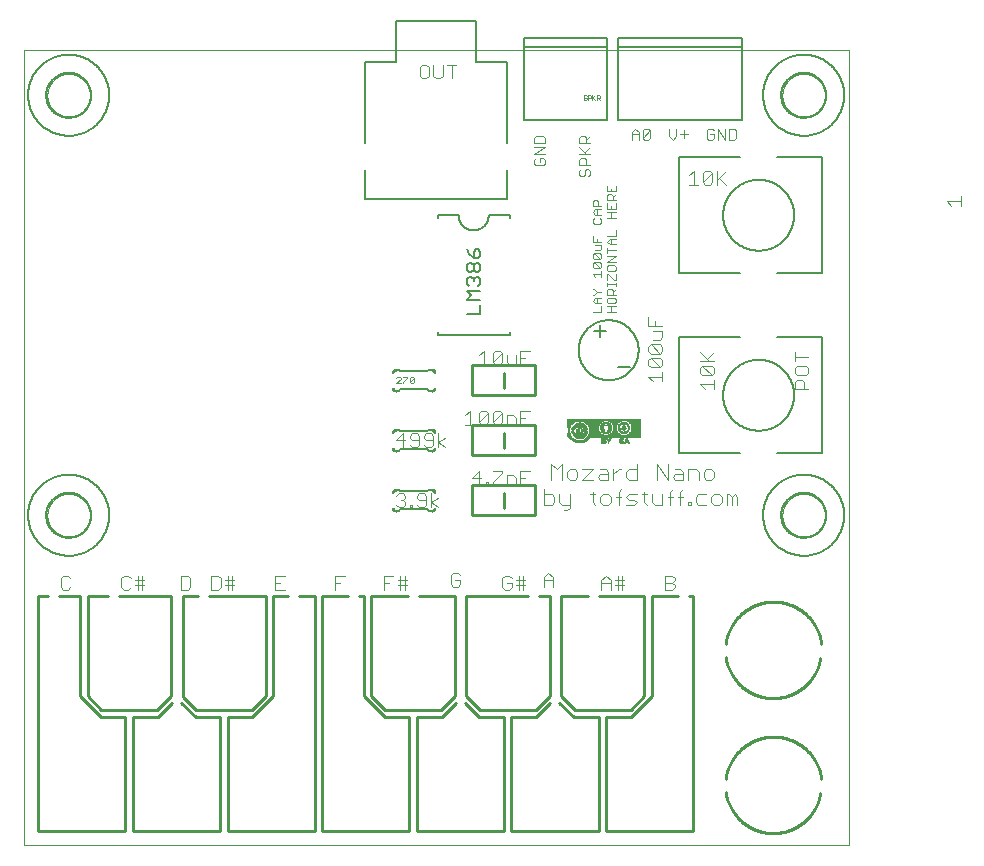
<source format=gto>
G75*
%MOIN*%
%OFA0B0*%
%FSLAX25Y25*%
%IPPOS*%
%LPD*%
%AMOC8*
5,1,8,0,0,1.08239X$1,22.5*
%
%ADD10C,0.00100*%
%ADD11C,0.00110*%
%ADD12C,0.00400*%
%ADD13C,0.00300*%
%ADD14C,0.00060*%
%ADD15C,0.00600*%
%ADD16R,0.00350X0.00017*%
%ADD17R,0.00533X0.00017*%
%ADD18R,0.00917X0.00017*%
%ADD19R,0.00333X0.00017*%
%ADD20R,0.00633X0.00017*%
%ADD21R,0.00383X0.00017*%
%ADD22R,0.01067X0.00017*%
%ADD23R,0.00733X0.00017*%
%ADD24R,0.00367X0.00017*%
%ADD25R,0.01117X0.00017*%
%ADD26R,0.00800X0.00017*%
%ADD27R,0.01167X0.00017*%
%ADD28R,0.00867X0.00017*%
%ADD29R,0.00367X0.00017*%
%ADD30R,0.01200X0.00017*%
%ADD31R,0.00917X0.00017*%
%ADD32R,0.01217X0.00017*%
%ADD33R,0.00967X0.00017*%
%ADD34R,0.01250X0.00017*%
%ADD35R,0.01000X0.00017*%
%ADD36R,0.01267X0.00017*%
%ADD37R,0.01033X0.00017*%
%ADD38R,0.01283X0.00017*%
%ADD39R,0.01300X0.00017*%
%ADD40R,0.01100X0.00017*%
%ADD41R,0.01317X0.00017*%
%ADD42R,0.01133X0.00017*%
%ADD43R,0.01333X0.00017*%
%ADD44R,0.00667X0.00017*%
%ADD45R,0.01183X0.00017*%
%ADD46R,0.01000X0.00017*%
%ADD47R,0.01350X0.00017*%
%ADD48R,0.01200X0.00017*%
%ADD49R,0.01367X0.00017*%
%ADD50R,0.01233X0.00017*%
%ADD51R,0.01467X0.00017*%
%ADD52R,0.01600X0.00017*%
%ADD53R,0.01383X0.00017*%
%ADD54R,0.00500X0.00017*%
%ADD55R,0.01783X0.00017*%
%ADD56R,0.00683X0.00017*%
%ADD57R,0.00450X0.00017*%
%ADD58R,0.01900X0.00017*%
%ADD59R,0.00483X0.00017*%
%ADD60R,0.00417X0.00017*%
%ADD61R,0.02050X0.00017*%
%ADD62R,0.00433X0.00017*%
%ADD63R,0.00417X0.00017*%
%ADD64R,0.02167X0.00017*%
%ADD65R,0.00400X0.00017*%
%ADD66R,0.02267X0.00017*%
%ADD67R,0.02383X0.00017*%
%ADD68R,0.02483X0.00017*%
%ADD69R,0.01400X0.00017*%
%ADD70R,0.02600X0.00017*%
%ADD71R,0.02700X0.00017*%
%ADD72R,0.02783X0.00017*%
%ADD73R,0.02850X0.00017*%
%ADD74R,0.02967X0.00017*%
%ADD75R,0.03033X0.00017*%
%ADD76R,0.03133X0.00017*%
%ADD77R,0.03217X0.00017*%
%ADD78R,0.03283X0.00017*%
%ADD79R,0.03350X0.00017*%
%ADD80R,0.00283X0.00017*%
%ADD81R,0.03433X0.00017*%
%ADD82R,0.00133X0.00017*%
%ADD83R,0.03500X0.00017*%
%ADD84R,0.03567X0.00017*%
%ADD85R,0.01233X0.00017*%
%ADD86R,0.03633X0.00017*%
%ADD87R,0.03700X0.00017*%
%ADD88R,0.03767X0.00017*%
%ADD89R,0.01183X0.00017*%
%ADD90R,0.03833X0.00017*%
%ADD91R,0.03900X0.00017*%
%ADD92R,0.00550X0.00017*%
%ADD93R,0.03967X0.00017*%
%ADD94R,0.00600X0.00017*%
%ADD95R,0.04000X0.00017*%
%ADD96R,0.00667X0.00017*%
%ADD97R,0.04067X0.00017*%
%ADD98R,0.00583X0.00017*%
%ADD99R,0.00717X0.00017*%
%ADD100R,0.04117X0.00017*%
%ADD101R,0.00783X0.00017*%
%ADD102R,0.04183X0.00017*%
%ADD103R,0.00817X0.00017*%
%ADD104R,0.04217X0.00017*%
%ADD105R,0.00850X0.00017*%
%ADD106R,0.04283X0.00017*%
%ADD107R,0.00467X0.00017*%
%ADD108R,0.00900X0.00017*%
%ADD109R,0.04333X0.00017*%
%ADD110R,0.04400X0.00017*%
%ADD111R,0.00933X0.00017*%
%ADD112R,0.04450X0.00017*%
%ADD113R,0.00950X0.00017*%
%ADD114R,0.04483X0.00017*%
%ADD115R,0.04533X0.00017*%
%ADD116R,0.00567X0.00017*%
%ADD117R,0.00950X0.00017*%
%ADD118R,0.04600X0.00017*%
%ADD119R,0.04650X0.00017*%
%ADD120R,0.01150X0.00017*%
%ADD121R,0.04683X0.00017*%
%ADD122R,0.00933X0.00017*%
%ADD123R,0.02183X0.00017*%
%ADD124R,0.02217X0.00017*%
%ADD125R,0.00650X0.00017*%
%ADD126R,0.02033X0.00017*%
%ADD127R,0.01917X0.00017*%
%ADD128R,0.01933X0.00017*%
%ADD129R,0.00700X0.00017*%
%ADD130R,0.01833X0.00017*%
%ADD131R,0.01850X0.00017*%
%ADD132R,0.01767X0.00017*%
%ADD133R,0.01783X0.00017*%
%ADD134R,0.00767X0.00017*%
%ADD135R,0.01717X0.00017*%
%ADD136R,0.01717X0.00017*%
%ADD137R,0.00333X0.00017*%
%ADD138R,0.01667X0.00017*%
%ADD139R,0.01700X0.00017*%
%ADD140R,0.01633X0.00017*%
%ADD141R,0.01583X0.00017*%
%ADD142R,0.01550X0.00017*%
%ADD143R,0.01583X0.00017*%
%ADD144R,0.00517X0.00017*%
%ADD145R,0.01533X0.00017*%
%ADD146R,0.00467X0.00017*%
%ADD147R,0.01500X0.00017*%
%ADD148R,0.01517X0.00017*%
%ADD149R,0.01483X0.00017*%
%ADD150R,0.01483X0.00017*%
%ADD151R,0.01433X0.00017*%
%ADD152R,0.01417X0.00017*%
%ADD153R,0.01433X0.00017*%
%ADD154R,0.01367X0.00017*%
%ADD155R,0.01350X0.00017*%
%ADD156R,0.01300X0.00017*%
%ADD157R,0.00683X0.00017*%
%ADD158R,0.01250X0.00017*%
%ADD159R,0.00383X0.00017*%
%ADD160R,0.00567X0.00017*%
%ADD161R,0.01133X0.00017*%
%ADD162R,0.00533X0.00017*%
%ADD163R,0.01150X0.00017*%
%ADD164R,0.00250X0.00017*%
%ADD165R,0.01050X0.00017*%
%ADD166R,0.01017X0.00017*%
%ADD167R,0.00883X0.00017*%
%ADD168R,0.00983X0.00017*%
%ADD169R,0.01083X0.00017*%
%ADD170R,0.01117X0.00017*%
%ADD171R,0.01100X0.00017*%
%ADD172R,0.00900X0.00017*%
%ADD173R,0.00433X0.00017*%
%ADD174R,0.00800X0.00017*%
%ADD175R,0.01617X0.00017*%
%ADD176R,0.01033X0.00017*%
%ADD177R,0.01050X0.00017*%
%ADD178R,0.01817X0.00017*%
%ADD179R,0.00983X0.00017*%
%ADD180R,0.01883X0.00017*%
%ADD181R,0.01983X0.00017*%
%ADD182R,0.01067X0.00017*%
%ADD183R,0.02150X0.00017*%
%ADD184R,0.02317X0.00017*%
%ADD185R,0.01017X0.00017*%
%ADD186R,0.02350X0.00017*%
%ADD187R,0.02450X0.00017*%
%ADD188R,0.02550X0.00017*%
%ADD189R,0.02617X0.00017*%
%ADD190R,0.02683X0.00017*%
%ADD191R,0.00967X0.00017*%
%ADD192R,0.02717X0.00017*%
%ADD193R,0.02883X0.00017*%
%ADD194R,0.02950X0.00017*%
%ADD195R,0.02983X0.00017*%
%ADD196R,0.03050X0.00017*%
%ADD197R,0.03083X0.00017*%
%ADD198R,0.03150X0.00017*%
%ADD199R,0.03183X0.00017*%
%ADD200R,0.03317X0.00017*%
%ADD201R,0.03367X0.00017*%
%ADD202R,0.03417X0.00017*%
%ADD203R,0.03450X0.00017*%
%ADD204R,0.17900X0.00017*%
%ADD205R,0.01567X0.00017*%
%ADD206R,0.03483X0.00017*%
%ADD207R,0.03517X0.00017*%
%ADD208R,0.17884X0.00017*%
%ADD209R,0.01533X0.00017*%
%ADD210R,0.03550X0.00017*%
%ADD211R,0.17867X0.00017*%
%ADD212R,0.03600X0.00017*%
%ADD213R,0.17850X0.00017*%
%ADD214R,0.03650X0.00017*%
%ADD215R,0.03683X0.00017*%
%ADD216R,0.17834X0.00017*%
%ADD217R,0.17817X0.00017*%
%ADD218R,0.03750X0.00017*%
%ADD219R,0.17800X0.00017*%
%ADD220R,0.03783X0.00017*%
%ADD221R,0.17784X0.00017*%
%ADD222R,0.01450X0.00017*%
%ADD223R,0.03817X0.00017*%
%ADD224R,0.03850X0.00017*%
%ADD225R,0.17767X0.00017*%
%ADD226R,0.03883X0.00017*%
%ADD227R,0.17750X0.00017*%
%ADD228R,0.01417X0.00017*%
%ADD229R,0.03950X0.00017*%
%ADD230R,0.17734X0.00017*%
%ADD231R,0.17717X0.00017*%
%ADD232R,0.17700X0.00017*%
%ADD233R,0.04017X0.00017*%
%ADD234R,0.04050X0.00017*%
%ADD235R,0.17684X0.00017*%
%ADD236R,0.04083X0.00017*%
%ADD237R,0.17667X0.00017*%
%ADD238R,0.04150X0.00017*%
%ADD239R,0.17650X0.00017*%
%ADD240R,0.04200X0.00017*%
%ADD241R,0.17634X0.00017*%
%ADD242R,0.04250X0.00017*%
%ADD243R,0.17617X0.00017*%
%ADD244R,0.17600X0.00017*%
%ADD245R,0.04300X0.00017*%
%ADD246R,0.04317X0.00017*%
%ADD247R,0.17584X0.00017*%
%ADD248R,0.04350X0.00017*%
%ADD249R,0.04383X0.00017*%
%ADD250R,0.17567X0.00017*%
%ADD251R,0.17550X0.00017*%
%ADD252R,0.04417X0.00017*%
%ADD253R,0.17534X0.00017*%
%ADD254R,0.04517X0.00017*%
%ADD255R,0.05667X0.00017*%
%ADD256R,0.05400X0.00017*%
%ADD257R,0.05417X0.00017*%
%ADD258R,0.05533X0.00017*%
%ADD259R,0.05167X0.00017*%
%ADD260R,0.05317X0.00017*%
%ADD261R,0.04550X0.00017*%
%ADD262R,0.05433X0.00017*%
%ADD263R,0.04967X0.00017*%
%ADD264R,0.05200X0.00017*%
%ADD265R,0.04583X0.00017*%
%ADD266R,0.05367X0.00017*%
%ADD267R,0.04800X0.00017*%
%ADD268R,0.05133X0.00017*%
%ADD269R,0.05283X0.00017*%
%ADD270R,0.04667X0.00017*%
%ADD271R,0.05067X0.00017*%
%ADD272R,0.04617X0.00017*%
%ADD273R,0.05233X0.00017*%
%ADD274R,0.04550X0.00017*%
%ADD275R,0.05000X0.00017*%
%ADD276R,0.04633X0.00017*%
%ADD277R,0.05150X0.00017*%
%ADD278R,0.04433X0.00017*%
%ADD279R,0.04950X0.00017*%
%ADD280R,0.05100X0.00017*%
%ADD281R,0.04900X0.00017*%
%ADD282R,0.05033X0.00017*%
%ADD283R,0.04233X0.00017*%
%ADD284R,0.04850X0.00017*%
%ADD285R,0.04983X0.00017*%
%ADD286R,0.04133X0.00017*%
%ADD287R,0.04717X0.00017*%
%ADD288R,0.04933X0.00017*%
%ADD289R,0.04067X0.00017*%
%ADD290R,0.04767X0.00017*%
%ADD291R,0.04883X0.00017*%
%ADD292R,0.03967X0.00017*%
%ADD293R,0.04750X0.00017*%
%ADD294R,0.04683X0.00017*%
%ADD295R,0.03833X0.00017*%
%ADD296R,0.04783X0.00017*%
%ADD297R,0.04567X0.00017*%
%ADD298R,0.04817X0.00017*%
%ADD299R,0.03633X0.00017*%
%ADD300R,0.04533X0.00017*%
%ADD301R,0.03500X0.00017*%
%ADD302R,0.04483X0.00017*%
%ADD303R,0.04867X0.00017*%
%ADD304R,0.03467X0.00017*%
%ADD305R,0.04450X0.00017*%
%ADD306R,0.03400X0.00017*%
%ADD307R,0.04500X0.00017*%
%ADD308R,0.03333X0.00017*%
%ADD309R,0.04917X0.00017*%
%ADD310R,0.04467X0.00017*%
%ADD311R,0.03300X0.00017*%
%ADD312R,0.04367X0.00017*%
%ADD313R,0.03233X0.00017*%
%ADD314R,0.04350X0.00017*%
%ADD315R,0.03200X0.00017*%
%ADD316R,0.03100X0.00017*%
%ADD317R,0.04267X0.00017*%
%ADD318R,0.04983X0.00017*%
%ADD319R,0.04250X0.00017*%
%ADD320R,0.04300X0.00017*%
%ADD321R,0.03000X0.00017*%
%ADD322R,0.02933X0.00017*%
%ADD323R,0.02900X0.00017*%
%ADD324R,0.01383X0.00017*%
%ADD325R,0.02867X0.00017*%
%ADD326R,0.04167X0.00017*%
%ADD327R,0.02833X0.00017*%
%ADD328R,0.04150X0.00017*%
%ADD329R,0.02783X0.00017*%
%ADD330R,0.04117X0.00017*%
%ADD331R,0.02733X0.00017*%
%ADD332R,0.04100X0.00017*%
%ADD333R,0.01517X0.00017*%
%ADD334R,0.00817X0.00017*%
%ADD335R,0.01600X0.00017*%
%ADD336R,0.02667X0.00017*%
%ADD337R,0.01617X0.00017*%
%ADD338R,0.04050X0.00017*%
%ADD339R,0.02633X0.00017*%
%ADD340R,0.01683X0.00017*%
%ADD341R,0.04033X0.00017*%
%ADD342R,0.00717X0.00017*%
%ADD343R,0.02583X0.00017*%
%ADD344R,0.01750X0.00017*%
%ADD345R,0.04017X0.00017*%
%ADD346R,0.01800X0.00017*%
%ADD347R,0.02567X0.00017*%
%ADD348R,0.01817X0.00017*%
%ADD349R,0.00650X0.00017*%
%ADD350R,0.03983X0.00017*%
%ADD351R,0.01867X0.00017*%
%ADD352R,0.02533X0.00017*%
%ADD353R,0.00617X0.00017*%
%ADD354R,0.01950X0.00017*%
%ADD355R,0.02000X0.00017*%
%ADD356R,0.02450X0.00017*%
%ADD357R,0.02017X0.00017*%
%ADD358R,0.03917X0.00017*%
%ADD359R,0.02067X0.00017*%
%ADD360R,0.02417X0.00017*%
%ADD361R,0.02050X0.00017*%
%ADD362R,0.03933X0.00017*%
%ADD363R,0.02100X0.00017*%
%ADD364R,0.02117X0.00017*%
%ADD365R,0.02350X0.00017*%
%ADD366R,0.03867X0.00017*%
%ADD367R,0.02233X0.00017*%
%ADD368R,0.02333X0.00017*%
%ADD369R,0.02300X0.00017*%
%ADD370R,0.02283X0.00017*%
%ADD371R,0.03867X0.00017*%
%ADD372R,0.01083X0.00017*%
%ADD373R,0.02367X0.00017*%
%ADD374R,0.02233X0.00017*%
%ADD375R,0.03800X0.00017*%
%ADD376R,0.02400X0.00017*%
%ADD377R,0.02200X0.00017*%
%ADD378R,0.00317X0.00017*%
%ADD379R,0.03783X0.00017*%
%ADD380R,0.02467X0.00017*%
%ADD381R,0.03817X0.00017*%
%ADD382R,0.00850X0.00017*%
%ADD383R,0.02133X0.00017*%
%ADD384R,0.00267X0.00017*%
%ADD385R,0.03733X0.00017*%
%ADD386R,0.00867X0.00017*%
%ADD387R,0.02517X0.00017*%
%ADD388R,0.00133X0.00017*%
%ADD389R,0.02083X0.00017*%
%ADD390R,0.03767X0.00017*%
%ADD391R,0.00217X0.00017*%
%ADD392R,0.00217X0.00017*%
%ADD393R,0.00200X0.00017*%
%ADD394R,0.03717X0.00017*%
%ADD395R,0.00300X0.00017*%
%ADD396R,0.02033X0.00017*%
%ADD397R,0.02650X0.00017*%
%ADD398R,0.00183X0.00017*%
%ADD399R,0.03683X0.00017*%
%ADD400R,0.02683X0.00017*%
%ADD401R,0.00150X0.00017*%
%ADD402R,0.01967X0.00017*%
%ADD403R,0.02750X0.00017*%
%ADD404R,0.00167X0.00017*%
%ADD405R,0.01933X0.00017*%
%ADD406R,0.03617X0.00017*%
%ADD407R,0.01900X0.00017*%
%ADD408R,0.02817X0.00017*%
%ADD409R,0.03667X0.00017*%
%ADD410R,0.00233X0.00017*%
%ADD411R,0.03583X0.00017*%
%ADD412R,0.02917X0.00017*%
%ADD413R,0.00283X0.00017*%
%ADD414R,0.03533X0.00017*%
%ADD415R,0.01283X0.00017*%
%ADD416R,0.01733X0.00017*%
%ADD417R,0.00700X0.00017*%
%ADD418R,0.01700X0.00017*%
%ADD419R,0.02133X0.00017*%
%ADD420R,0.03450X0.00017*%
%ADD421R,0.03533X0.00017*%
%ADD422R,0.01567X0.00017*%
%ADD423R,0.03483X0.00017*%
%ADD424R,0.03383X0.00017*%
%ADD425R,0.01467X0.00017*%
%ADD426R,0.03433X0.00017*%
%ADD427R,0.00833X0.00017*%
%ADD428R,0.03400X0.00017*%
%ADD429R,0.01333X0.00017*%
%ADD430R,0.03383X0.00017*%
%ADD431R,0.03267X0.00017*%
%ADD432R,0.01267X0.00017*%
%ADD433R,0.00517X0.00017*%
%ADD434R,0.03350X0.00017*%
%ADD435R,0.00767X0.00017*%
%ADD436R,0.00617X0.00017*%
%ADD437R,0.00750X0.00017*%
%ADD438R,0.00750X0.00017*%
%ADD439R,0.03250X0.00017*%
%ADD440R,0.02100X0.00017*%
%ADD441R,0.03300X0.00017*%
%ADD442R,0.00483X0.00017*%
%ADD443R,0.00550X0.00017*%
%ADD444R,0.00733X0.00017*%
%ADD445R,0.00100X0.00017*%
%ADD446R,0.03250X0.00017*%
%ADD447R,0.02767X0.00017*%
%ADD448R,0.01750X0.00017*%
%ADD449R,0.01650X0.00017*%
%ADD450R,0.00633X0.00017*%
%ADD451R,0.00583X0.00017*%
%ADD452R,0.04733X0.00017*%
%ADD453R,0.03717X0.00017*%
%ADD454R,0.03917X0.00017*%
%ADD455R,0.01667X0.00017*%
%ADD456R,0.03583X0.00017*%
%ADD457R,0.04100X0.00017*%
%ADD458R,0.04267X0.00017*%
%ADD459R,0.03167X0.00017*%
%ADD460R,0.01683X0.00017*%
%ADD461R,0.03117X0.00017*%
%ADD462R,0.03017X0.00017*%
%ADD463R,0.01767X0.00017*%
%ADD464R,0.02867X0.00017*%
%ADD465R,0.03017X0.00017*%
%ADD466R,0.01800X0.00017*%
%ADD467R,0.01867X0.00017*%
%ADD468R,0.04600X0.00017*%
%ADD469R,0.04633X0.00017*%
%ADD470R,0.01917X0.00017*%
%ADD471R,0.02250X0.00017*%
%ADD472R,0.04733X0.00017*%
%ADD473R,0.01950X0.00017*%
%ADD474R,0.01967X0.00017*%
%ADD475R,0.02000X0.00017*%
%ADD476R,0.02017X0.00017*%
%ADD477R,0.04850X0.00017*%
%ADD478R,0.02433X0.00017*%
%ADD479R,0.02383X0.00017*%
%ADD480R,0.05033X0.00017*%
%ADD481R,0.02333X0.00017*%
%ADD482R,0.02250X0.00017*%
%ADD483R,0.05133X0.00017*%
%ADD484R,0.05183X0.00017*%
%ADD485R,0.02150X0.00017*%
%ADD486R,0.05217X0.00017*%
%ADD487R,0.05250X0.00017*%
%ADD488R,0.02433X0.00017*%
%ADD489R,0.05300X0.00017*%
%ADD490R,0.02300X0.00017*%
%ADD491R,0.05333X0.00017*%
%ADD492R,0.02500X0.00017*%
%ADD493R,0.05383X0.00017*%
%ADD494R,0.01850X0.00017*%
%ADD495R,0.05467X0.00017*%
%ADD496R,0.05500X0.00017*%
%ADD497R,0.05567X0.00017*%
%ADD498R,0.05617X0.00017*%
%ADD499R,0.05717X0.00017*%
%ADD500R,0.02800X0.00017*%
%ADD501R,0.05750X0.00017*%
%ADD502R,0.05833X0.00017*%
%ADD503R,0.05867X0.00017*%
%ADD504R,0.05917X0.00017*%
%ADD505R,0.02983X0.00017*%
%ADD506R,0.05983X0.00017*%
%ADD507R,0.06033X0.00017*%
%ADD508R,0.03067X0.00017*%
%ADD509R,0.06100X0.00017*%
%ADD510R,0.06167X0.00017*%
%ADD511R,0.03167X0.00017*%
%ADD512R,0.06217X0.00017*%
%ADD513R,0.06283X0.00017*%
%ADD514R,0.06367X0.00017*%
%ADD515R,0.04383X0.00017*%
%ADD516R,0.06417X0.00017*%
%ADD517R,0.06500X0.00017*%
%ADD518R,0.06567X0.00017*%
%ADD519R,0.06650X0.00017*%
%ADD520R,0.03550X0.00017*%
%ADD521R,0.06733X0.00017*%
%ADD522R,0.06817X0.00017*%
%ADD523R,0.06917X0.00017*%
%ADD524R,0.03733X0.00017*%
%ADD525R,0.07000X0.00017*%
%ADD526R,0.07117X0.00017*%
%ADD527R,0.03883X0.00017*%
%ADD528R,0.07217X0.00017*%
%ADD529R,0.04700X0.00017*%
%ADD530R,0.07367X0.00017*%
%ADD531R,0.07500X0.00017*%
%ADD532R,0.04783X0.00017*%
%ADD533R,0.07683X0.00017*%
%ADD534R,0.04200X0.00017*%
%ADD535R,0.04833X0.00017*%
%ADD536R,0.12184X0.00017*%
%ADD537R,0.12234X0.00017*%
%ADD538R,0.04400X0.00017*%
%ADD539R,0.12284X0.00017*%
%ADD540R,0.04500X0.00017*%
%ADD541R,0.12334X0.00017*%
%ADD542R,0.12417X0.00017*%
%ADD543R,0.12484X0.00017*%
%ADD544R,0.12584X0.00017*%
%ADD545R,0.05083X0.00017*%
%ADD546R,0.05267X0.00017*%
%ADD547R,0.12684X0.00017*%
%ADD548R,0.12934X0.00017*%
%ADD549R,0.05767X0.00017*%
%ADD550R,0.05600X0.00017*%
%ADD551R,0.24567X0.00017*%
%ADD552R,0.24550X0.00017*%
%ADD553R,0.24534X0.00017*%
%ADD554R,0.24517X0.00017*%
%ADD555R,0.24500X0.00017*%
%ADD556R,0.24467X0.00017*%
%ADD557R,0.24434X0.00017*%
%ADD558R,0.24400X0.00017*%
%ADD559R,0.24367X0.00017*%
%ADD560R,0.24300X0.00017*%
%ADD561C,0.00500*%
%ADD562C,0.00800*%
%ADD563C,0.01000*%
%ADD564C,0.00000*%
D10*
X0007667Y0001500D02*
X0282667Y0001500D01*
X0282667Y0266500D01*
X0007667Y0266500D01*
X0194324Y0251201D02*
X0194324Y0250951D01*
X0194574Y0250701D01*
X0195074Y0250701D01*
X0195324Y0250450D01*
X0195324Y0250200D01*
X0195074Y0249950D01*
X0194574Y0249950D01*
X0194324Y0250200D01*
X0194324Y0251201D02*
X0194574Y0251451D01*
X0195074Y0251451D01*
X0195324Y0251201D01*
X0195797Y0251451D02*
X0196548Y0251451D01*
X0196798Y0251201D01*
X0196798Y0250701D01*
X0196548Y0250450D01*
X0195797Y0250450D01*
X0195797Y0249950D02*
X0195797Y0251451D01*
X0197270Y0251451D02*
X0197270Y0249950D01*
X0197270Y0250450D02*
X0198271Y0251451D01*
X0198743Y0251451D02*
X0199494Y0251451D01*
X0199744Y0251201D01*
X0199744Y0250701D01*
X0199494Y0250450D01*
X0198743Y0250450D01*
X0198743Y0249950D02*
X0198743Y0251451D01*
X0199244Y0250450D02*
X0199744Y0249950D01*
X0198271Y0249950D02*
X0197520Y0250701D01*
D11*
X0007667Y0266500D02*
X0007667Y0001500D01*
D12*
X0020832Y0086700D02*
X0022367Y0086700D01*
X0023134Y0087467D01*
X0020832Y0086700D02*
X0020065Y0087467D01*
X0020065Y0090537D01*
X0020832Y0091304D01*
X0022367Y0091304D01*
X0023134Y0090537D01*
X0040263Y0090537D02*
X0040263Y0087467D01*
X0041030Y0086700D01*
X0042565Y0086700D01*
X0043332Y0087467D01*
X0044867Y0088235D02*
X0047936Y0088235D01*
X0047936Y0089769D02*
X0047169Y0089769D01*
X0044867Y0089769D01*
X0045634Y0091304D02*
X0045634Y0086700D01*
X0047169Y0086700D02*
X0047169Y0091304D01*
X0043332Y0090537D02*
X0042565Y0091304D01*
X0041030Y0091304D01*
X0040263Y0090537D01*
X0060065Y0091304D02*
X0060065Y0086700D01*
X0062367Y0086700D01*
X0063134Y0087467D01*
X0063134Y0090537D01*
X0062367Y0091304D01*
X0060065Y0091304D01*
X0070263Y0091304D02*
X0070263Y0086700D01*
X0072565Y0086700D01*
X0073332Y0087467D01*
X0073332Y0090537D01*
X0072565Y0091304D01*
X0070263Y0091304D01*
X0074867Y0089769D02*
X0077169Y0089769D01*
X0077936Y0089769D01*
X0077936Y0088235D02*
X0074867Y0088235D01*
X0075634Y0086700D02*
X0075634Y0091304D01*
X0077169Y0091304D02*
X0077169Y0086700D01*
X0091565Y0086700D02*
X0094634Y0086700D01*
X0093099Y0089002D02*
X0091565Y0089002D01*
X0091565Y0091304D02*
X0091565Y0086700D01*
X0091565Y0091304D02*
X0094634Y0091304D01*
X0111565Y0091304D02*
X0111565Y0086700D01*
X0111565Y0089002D02*
X0113099Y0089002D01*
X0111565Y0091304D02*
X0114634Y0091304D01*
X0127763Y0091304D02*
X0127763Y0086700D01*
X0127763Y0089002D02*
X0129297Y0089002D01*
X0127763Y0091304D02*
X0130832Y0091304D01*
X0132367Y0089769D02*
X0134669Y0089769D01*
X0135436Y0089769D01*
X0135436Y0088235D02*
X0132367Y0088235D01*
X0133134Y0086700D02*
X0133134Y0091304D01*
X0134669Y0091304D02*
X0134669Y0086700D01*
X0150065Y0088467D02*
X0150832Y0087700D01*
X0152367Y0087700D01*
X0153134Y0088467D01*
X0153134Y0090002D01*
X0151599Y0090002D01*
X0150065Y0091537D02*
X0150065Y0088467D01*
X0150065Y0091537D02*
X0150832Y0092304D01*
X0152367Y0092304D01*
X0153134Y0091537D01*
X0167263Y0090537D02*
X0167263Y0087467D01*
X0168030Y0086700D01*
X0169565Y0086700D01*
X0170332Y0087467D01*
X0170332Y0089002D01*
X0168797Y0089002D01*
X0167263Y0090537D02*
X0168030Y0091304D01*
X0169565Y0091304D01*
X0170332Y0090537D01*
X0171867Y0089769D02*
X0174169Y0089769D01*
X0174936Y0089769D01*
X0174936Y0088235D02*
X0171867Y0088235D01*
X0172634Y0086700D02*
X0172634Y0091304D01*
X0174169Y0091304D02*
X0174169Y0086700D01*
X0181065Y0087700D02*
X0181065Y0090769D01*
X0182599Y0092304D01*
X0184134Y0090769D01*
X0184134Y0087700D01*
X0184134Y0090002D02*
X0181065Y0090002D01*
X0200263Y0089769D02*
X0200263Y0086700D01*
X0200263Y0089002D02*
X0203332Y0089002D01*
X0203332Y0089769D02*
X0203332Y0086700D01*
X0204867Y0088235D02*
X0207936Y0088235D01*
X0207936Y0089769D02*
X0207169Y0089769D01*
X0204867Y0089769D01*
X0203332Y0089769D02*
X0201797Y0091304D01*
X0200263Y0089769D01*
X0205634Y0091304D02*
X0205634Y0086700D01*
X0207169Y0086700D02*
X0207169Y0091304D01*
X0221565Y0091304D02*
X0221565Y0086700D01*
X0223867Y0086700D01*
X0224634Y0087467D01*
X0224634Y0088235D01*
X0223867Y0089002D01*
X0221565Y0089002D01*
X0223867Y0089002D02*
X0224634Y0089769D01*
X0224634Y0090537D01*
X0223867Y0091304D01*
X0221565Y0091304D01*
X0220612Y0114932D02*
X0218010Y0114932D01*
X0217142Y0115800D01*
X0217142Y0118402D01*
X0215439Y0118402D02*
X0213705Y0118402D01*
X0214572Y0119269D02*
X0214572Y0115800D01*
X0215439Y0114932D01*
X0212018Y0115800D02*
X0211150Y0116667D01*
X0209416Y0116667D01*
X0208548Y0117534D01*
X0209416Y0118402D01*
X0212018Y0118402D01*
X0212018Y0115800D02*
X0211150Y0114932D01*
X0208548Y0114932D01*
X0205978Y0114932D02*
X0205978Y0119269D01*
X0206845Y0120137D01*
X0206845Y0117534D02*
X0205111Y0117534D01*
X0203424Y0117534D02*
X0203424Y0115800D01*
X0202556Y0114932D01*
X0200822Y0114932D01*
X0199954Y0115800D01*
X0199954Y0117534D01*
X0200822Y0118402D01*
X0202556Y0118402D01*
X0203424Y0117534D01*
X0198251Y0118402D02*
X0196517Y0118402D01*
X0197384Y0119269D02*
X0197384Y0115800D01*
X0198251Y0114932D01*
X0197408Y0123332D02*
X0193938Y0123332D01*
X0197408Y0126802D01*
X0193938Y0126802D01*
X0192252Y0125934D02*
X0192252Y0124200D01*
X0191384Y0123332D01*
X0189649Y0123332D01*
X0188782Y0124200D01*
X0188782Y0125934D01*
X0189649Y0126802D01*
X0191384Y0126802D01*
X0192252Y0125934D01*
X0187095Y0128537D02*
X0187095Y0123332D01*
X0183626Y0123332D02*
X0183626Y0128537D01*
X0185360Y0126802D01*
X0187095Y0128537D01*
X0181047Y0120137D02*
X0181047Y0114932D01*
X0183650Y0114932D01*
X0184517Y0115800D01*
X0184517Y0117534D01*
X0183650Y0118402D01*
X0181047Y0118402D01*
X0186204Y0118402D02*
X0186204Y0115800D01*
X0187071Y0114932D01*
X0189674Y0114932D01*
X0189674Y0114065D02*
X0188806Y0113197D01*
X0187939Y0113197D01*
X0189674Y0114065D02*
X0189674Y0118402D01*
X0199095Y0124200D02*
X0199962Y0125067D01*
X0202565Y0125067D01*
X0202565Y0125934D02*
X0202565Y0123332D01*
X0199962Y0123332D01*
X0199095Y0124200D01*
X0199962Y0126802D02*
X0201697Y0126802D01*
X0202565Y0125934D01*
X0204251Y0125067D02*
X0205986Y0126802D01*
X0206853Y0126802D01*
X0208548Y0125934D02*
X0209416Y0126802D01*
X0212018Y0126802D01*
X0212018Y0128537D02*
X0212018Y0123332D01*
X0209416Y0123332D01*
X0208548Y0124200D01*
X0208548Y0125934D01*
X0204251Y0126802D02*
X0204251Y0123332D01*
X0218861Y0123332D02*
X0218861Y0128537D01*
X0222331Y0123332D01*
X0222331Y0128537D01*
X0224885Y0126802D02*
X0226620Y0126802D01*
X0227487Y0125934D01*
X0227487Y0123332D01*
X0224885Y0123332D01*
X0224017Y0124200D01*
X0224885Y0125067D01*
X0227487Y0125067D01*
X0229174Y0123332D02*
X0229174Y0126802D01*
X0231776Y0126802D01*
X0232643Y0125934D01*
X0232643Y0123332D01*
X0234330Y0124200D02*
X0234330Y0125934D01*
X0235198Y0126802D01*
X0236932Y0126802D01*
X0237800Y0125934D01*
X0237800Y0124200D01*
X0236932Y0123332D01*
X0235198Y0123332D01*
X0234330Y0124200D01*
X0235222Y0118402D02*
X0232619Y0118402D01*
X0231752Y0117534D01*
X0231752Y0115800D01*
X0232619Y0114932D01*
X0235222Y0114932D01*
X0236908Y0115800D02*
X0236908Y0117534D01*
X0237776Y0118402D01*
X0239511Y0118402D01*
X0240378Y0117534D01*
X0240378Y0115800D01*
X0239511Y0114932D01*
X0237776Y0114932D01*
X0236908Y0115800D01*
X0242065Y0114932D02*
X0242065Y0118402D01*
X0242932Y0118402D01*
X0243800Y0117534D01*
X0244667Y0118402D01*
X0245534Y0117534D01*
X0245534Y0114932D01*
X0243800Y0114932D02*
X0243800Y0117534D01*
X0230041Y0115800D02*
X0230041Y0114932D01*
X0229174Y0114932D01*
X0229174Y0115800D01*
X0230041Y0115800D01*
X0227471Y0117534D02*
X0225736Y0117534D01*
X0224033Y0117534D02*
X0222299Y0117534D01*
X0220612Y0118402D02*
X0220612Y0114932D01*
X0223166Y0114932D02*
X0223166Y0119269D01*
X0224033Y0120137D01*
X0226604Y0119269D02*
X0227471Y0120137D01*
X0226604Y0119269D02*
X0226604Y0114932D01*
X0234712Y0153636D02*
X0233178Y0155171D01*
X0237782Y0155171D01*
X0237782Y0153636D02*
X0237782Y0156706D01*
X0237014Y0158240D02*
X0233945Y0158240D01*
X0233178Y0159007D01*
X0233178Y0160542D01*
X0233945Y0161309D01*
X0237014Y0158240D01*
X0237782Y0159007D01*
X0237782Y0160542D01*
X0237014Y0161309D01*
X0233945Y0161309D01*
X0233178Y0162844D02*
X0237782Y0162844D01*
X0236247Y0162844D02*
X0233178Y0165913D01*
X0235480Y0163611D02*
X0237782Y0165913D01*
X0220467Y0166155D02*
X0219699Y0165388D01*
X0216630Y0168457D01*
X0219699Y0168457D01*
X0220467Y0167690D01*
X0220467Y0166155D01*
X0219699Y0165388D02*
X0216630Y0165388D01*
X0215863Y0166155D01*
X0215863Y0167690D01*
X0216630Y0168457D01*
X0217397Y0169992D02*
X0219699Y0169992D01*
X0220467Y0170759D01*
X0220467Y0173061D01*
X0217397Y0173061D01*
X0218165Y0174596D02*
X0218165Y0176131D01*
X0220467Y0174596D02*
X0215863Y0174596D01*
X0215863Y0177665D01*
X0216630Y0163854D02*
X0219699Y0160784D01*
X0220467Y0161552D01*
X0220467Y0163086D01*
X0219699Y0163854D01*
X0216630Y0163854D01*
X0215863Y0163086D01*
X0215863Y0161552D01*
X0216630Y0160784D01*
X0219699Y0160784D01*
X0220467Y0159250D02*
X0220467Y0156180D01*
X0220467Y0157715D02*
X0215863Y0157715D01*
X0217397Y0156180D01*
X0176332Y0146304D02*
X0173263Y0146304D01*
X0173263Y0141700D01*
X0171728Y0141700D02*
X0171728Y0144002D01*
X0170961Y0144769D01*
X0168659Y0144769D01*
X0168659Y0141700D01*
X0167124Y0142467D02*
X0167124Y0145537D01*
X0164055Y0142467D01*
X0164822Y0141700D01*
X0166357Y0141700D01*
X0167124Y0142467D01*
X0164055Y0142467D02*
X0164055Y0145537D01*
X0164822Y0146304D01*
X0166357Y0146304D01*
X0167124Y0145537D01*
X0162520Y0145537D02*
X0162520Y0142467D01*
X0161753Y0141700D01*
X0160218Y0141700D01*
X0159451Y0142467D01*
X0162520Y0145537D01*
X0161753Y0146304D01*
X0160218Y0146304D01*
X0159451Y0145537D01*
X0159451Y0142467D01*
X0157916Y0141700D02*
X0154847Y0141700D01*
X0156382Y0141700D02*
X0156382Y0146304D01*
X0154847Y0144769D01*
X0145678Y0138804D02*
X0145678Y0134200D01*
X0145678Y0135735D02*
X0147980Y0137269D01*
X0145678Y0135735D02*
X0147980Y0134200D01*
X0144144Y0134967D02*
X0144144Y0138037D01*
X0143376Y0138804D01*
X0141842Y0138804D01*
X0141075Y0138037D01*
X0141075Y0137269D01*
X0141842Y0136502D01*
X0144144Y0136502D01*
X0144144Y0134967D02*
X0143376Y0134200D01*
X0141842Y0134200D01*
X0141075Y0134967D01*
X0139540Y0134967D02*
X0139540Y0138037D01*
X0138773Y0138804D01*
X0137238Y0138804D01*
X0136471Y0138037D01*
X0136471Y0137269D01*
X0137238Y0136502D01*
X0139540Y0136502D01*
X0139540Y0134967D02*
X0138773Y0134200D01*
X0137238Y0134200D01*
X0136471Y0134967D01*
X0134936Y0136502D02*
X0131867Y0136502D01*
X0134169Y0138804D01*
X0134169Y0134200D01*
X0134169Y0118804D02*
X0134936Y0118037D01*
X0134936Y0117269D01*
X0134169Y0116502D01*
X0134936Y0115735D01*
X0134936Y0114967D01*
X0134169Y0114200D01*
X0132634Y0114200D01*
X0131867Y0114967D01*
X0133401Y0116502D02*
X0134169Y0116502D01*
X0134169Y0118804D02*
X0132634Y0118804D01*
X0131867Y0118037D01*
X0136471Y0114967D02*
X0137238Y0114967D01*
X0137238Y0114200D01*
X0136471Y0114200D01*
X0136471Y0114967D01*
X0138773Y0114967D02*
X0139540Y0114200D01*
X0141074Y0114200D01*
X0141842Y0114967D01*
X0141842Y0118037D01*
X0141074Y0118804D01*
X0139540Y0118804D01*
X0138773Y0118037D01*
X0138773Y0117269D01*
X0139540Y0116502D01*
X0141842Y0116502D01*
X0143376Y0115735D02*
X0145678Y0117269D01*
X0143376Y0115735D02*
X0145678Y0114200D01*
X0143376Y0114200D02*
X0143376Y0118804D01*
X0157149Y0124002D02*
X0160218Y0124002D01*
X0161753Y0122467D02*
X0161753Y0121700D01*
X0162520Y0121700D01*
X0162520Y0122467D01*
X0161753Y0122467D01*
X0164055Y0122467D02*
X0164055Y0121700D01*
X0164055Y0122467D02*
X0167124Y0125537D01*
X0167124Y0126304D01*
X0164055Y0126304D01*
X0159451Y0126304D02*
X0157149Y0124002D01*
X0159451Y0121700D02*
X0159451Y0126304D01*
X0168659Y0124769D02*
X0168659Y0121700D01*
X0171728Y0121700D02*
X0171728Y0124002D01*
X0170961Y0124769D01*
X0168659Y0124769D01*
X0173263Y0124002D02*
X0174797Y0124002D01*
X0173263Y0121700D02*
X0173263Y0126304D01*
X0176332Y0126304D01*
X0174797Y0144002D02*
X0173263Y0144002D01*
X0173263Y0161700D02*
X0173263Y0166304D01*
X0176332Y0166304D01*
X0174797Y0164002D02*
X0173263Y0164002D01*
X0171728Y0164769D02*
X0171728Y0161700D01*
X0169426Y0161700D01*
X0168659Y0162467D01*
X0168659Y0164769D01*
X0167124Y0165537D02*
X0167124Y0162467D01*
X0166357Y0161700D01*
X0164822Y0161700D01*
X0164055Y0162467D01*
X0167124Y0165537D01*
X0166357Y0166304D01*
X0164822Y0166304D01*
X0164055Y0165537D01*
X0164055Y0162467D01*
X0162520Y0161700D02*
X0159451Y0161700D01*
X0160986Y0161700D02*
X0160986Y0166304D01*
X0159451Y0164769D01*
X0229555Y0221700D02*
X0232624Y0221700D01*
X0231089Y0221700D02*
X0231089Y0226304D01*
X0229555Y0224769D01*
X0234159Y0225537D02*
X0234159Y0222467D01*
X0237228Y0225537D01*
X0237228Y0222467D01*
X0236461Y0221700D01*
X0234926Y0221700D01*
X0234159Y0222467D01*
X0234159Y0225537D02*
X0234926Y0226304D01*
X0236461Y0226304D01*
X0237228Y0225537D01*
X0238763Y0226304D02*
X0238763Y0221700D01*
X0238763Y0223235D02*
X0241832Y0226304D01*
X0239530Y0224002D02*
X0241832Y0221700D01*
X0264674Y0165913D02*
X0264674Y0162844D01*
X0264674Y0164379D02*
X0269278Y0164379D01*
X0268510Y0161309D02*
X0265441Y0161309D01*
X0264674Y0160542D01*
X0264674Y0159007D01*
X0265441Y0158240D01*
X0268510Y0158240D01*
X0269278Y0159007D01*
X0269278Y0160542D01*
X0268510Y0161309D01*
X0266976Y0156706D02*
X0267743Y0155938D01*
X0267743Y0153636D01*
X0269278Y0153636D02*
X0264674Y0153636D01*
X0264674Y0155938D01*
X0265441Y0156706D01*
X0266976Y0156706D01*
X0316897Y0214700D02*
X0315363Y0216235D01*
X0319967Y0216235D01*
X0319967Y0217769D02*
X0319967Y0214700D01*
X0151935Y0261717D02*
X0148866Y0261717D01*
X0150400Y0261717D02*
X0150400Y0257113D01*
X0147331Y0257881D02*
X0147331Y0261717D01*
X0144262Y0261717D02*
X0144262Y0257881D01*
X0145029Y0257113D01*
X0146564Y0257113D01*
X0147331Y0257881D01*
X0142727Y0257881D02*
X0142727Y0260950D01*
X0141960Y0261717D01*
X0140425Y0261717D01*
X0139658Y0260950D01*
X0139658Y0257881D01*
X0140425Y0257113D01*
X0141960Y0257113D01*
X0142727Y0257881D01*
D13*
X0177813Y0237318D02*
X0177813Y0235467D01*
X0181517Y0235467D01*
X0181517Y0237318D01*
X0180899Y0237936D01*
X0178431Y0237936D01*
X0177813Y0237318D01*
X0177813Y0234252D02*
X0181517Y0234252D01*
X0177813Y0231784D01*
X0181517Y0231784D01*
X0180899Y0230569D02*
X0181517Y0229952D01*
X0181517Y0228718D01*
X0180899Y0228101D01*
X0178431Y0228101D01*
X0177813Y0228718D01*
X0177813Y0229952D01*
X0178431Y0230569D01*
X0179665Y0230569D02*
X0179665Y0229335D01*
X0179665Y0230569D02*
X0180899Y0230569D01*
X0192813Y0229952D02*
X0193431Y0230569D01*
X0194665Y0230569D01*
X0195282Y0229952D01*
X0195282Y0228101D01*
X0195282Y0226886D02*
X0195899Y0226886D01*
X0196517Y0226269D01*
X0196517Y0225035D01*
X0195899Y0224417D01*
X0194665Y0225035D02*
X0194048Y0224417D01*
X0193431Y0224417D01*
X0192813Y0225035D01*
X0192813Y0226269D01*
X0193431Y0226886D01*
X0192813Y0228101D02*
X0192813Y0229952D01*
X0192813Y0231784D02*
X0196517Y0231784D01*
X0195282Y0231784D02*
X0192813Y0234252D01*
X0192813Y0235467D02*
X0192813Y0237318D01*
X0193431Y0237936D01*
X0194665Y0237936D01*
X0195282Y0237318D01*
X0195282Y0235467D01*
X0195282Y0236701D02*
X0196517Y0237936D01*
X0196517Y0235467D02*
X0192813Y0235467D01*
X0194665Y0232401D02*
X0196517Y0234252D01*
X0196517Y0228101D02*
X0192813Y0228101D01*
X0194665Y0226269D02*
X0195282Y0226886D01*
X0194665Y0226269D02*
X0194665Y0225035D01*
X0202114Y0221354D02*
X0202114Y0219419D01*
X0205017Y0219419D01*
X0205017Y0221354D01*
X0203565Y0220387D02*
X0203565Y0219419D01*
X0203565Y0218408D02*
X0204049Y0217924D01*
X0204049Y0216473D01*
X0204049Y0217440D02*
X0205017Y0218408D01*
X0203565Y0218408D02*
X0202598Y0218408D01*
X0202114Y0217924D01*
X0202114Y0216473D01*
X0205017Y0216473D01*
X0205017Y0215461D02*
X0205017Y0213526D01*
X0202114Y0213526D01*
X0202114Y0215461D01*
X0203565Y0214494D02*
X0203565Y0213526D01*
X0203565Y0212515D02*
X0203565Y0210580D01*
X0202114Y0210580D02*
X0205017Y0210580D01*
X0205017Y0212515D02*
X0202114Y0212515D01*
X0200217Y0211562D02*
X0198282Y0211562D01*
X0197314Y0212529D01*
X0198282Y0213497D01*
X0200217Y0213497D01*
X0200217Y0214508D02*
X0197314Y0214508D01*
X0197314Y0215959D01*
X0197798Y0216443D01*
X0198765Y0216443D01*
X0199249Y0215959D01*
X0199249Y0214508D01*
X0198765Y0213497D02*
X0198765Y0211562D01*
X0197798Y0210550D02*
X0197314Y0210066D01*
X0197314Y0209099D01*
X0197798Y0208615D01*
X0199733Y0208615D01*
X0200217Y0209099D01*
X0200217Y0210066D01*
X0199733Y0210550D01*
X0202114Y0204686D02*
X0205017Y0204686D01*
X0205017Y0206621D01*
X0205017Y0203675D02*
X0203082Y0203675D01*
X0202114Y0202707D01*
X0203082Y0201740D01*
X0205017Y0201740D01*
X0203565Y0201740D02*
X0203565Y0203675D01*
X0202114Y0200728D02*
X0202114Y0198793D01*
X0202114Y0199761D02*
X0205017Y0199761D01*
X0205017Y0197782D02*
X0202114Y0197782D01*
X0202114Y0195847D02*
X0205017Y0197782D01*
X0205017Y0195847D02*
X0202114Y0195847D01*
X0202598Y0194835D02*
X0202114Y0194352D01*
X0202114Y0193384D01*
X0202598Y0192900D01*
X0204533Y0192900D01*
X0205017Y0193384D01*
X0205017Y0194352D01*
X0204533Y0194835D01*
X0202598Y0194835D01*
X0200217Y0194366D02*
X0199733Y0193883D01*
X0197798Y0195818D01*
X0199733Y0195818D01*
X0200217Y0195334D01*
X0200217Y0194366D01*
X0199733Y0193883D02*
X0197798Y0193883D01*
X0197314Y0194366D01*
X0197314Y0195334D01*
X0197798Y0195818D01*
X0197798Y0196829D02*
X0197314Y0197313D01*
X0197314Y0198280D01*
X0197798Y0198764D01*
X0199733Y0196829D01*
X0200217Y0197313D01*
X0200217Y0198280D01*
X0199733Y0198764D01*
X0197798Y0198764D01*
X0198282Y0199776D02*
X0199733Y0199776D01*
X0200217Y0200259D01*
X0200217Y0201711D01*
X0198282Y0201711D01*
X0198765Y0202722D02*
X0198765Y0203690D01*
X0197314Y0204657D02*
X0197314Y0202722D01*
X0200217Y0202722D01*
X0199733Y0196829D02*
X0197798Y0196829D01*
X0200217Y0192871D02*
X0200217Y0190936D01*
X0200217Y0191904D02*
X0197314Y0191904D01*
X0198282Y0190936D01*
X0202114Y0191889D02*
X0202598Y0191889D01*
X0204533Y0189954D01*
X0205017Y0189954D01*
X0205017Y0191889D01*
X0202114Y0191889D02*
X0202114Y0189954D01*
X0202114Y0188957D02*
X0202114Y0187990D01*
X0202114Y0188473D02*
X0205017Y0188473D01*
X0205017Y0187990D02*
X0205017Y0188957D01*
X0205017Y0186978D02*
X0204049Y0186011D01*
X0204049Y0186494D02*
X0204049Y0185043D01*
X0205017Y0185043D02*
X0202114Y0185043D01*
X0202114Y0186494D01*
X0202598Y0186978D01*
X0203565Y0186978D01*
X0204049Y0186494D01*
X0204533Y0184031D02*
X0202598Y0184031D01*
X0202114Y0183548D01*
X0202114Y0182580D01*
X0202598Y0182097D01*
X0204533Y0182097D01*
X0205017Y0182580D01*
X0205017Y0183548D01*
X0204533Y0184031D01*
X0205017Y0181085D02*
X0202114Y0181085D01*
X0203565Y0181085D02*
X0203565Y0179150D01*
X0202114Y0179150D02*
X0205017Y0179150D01*
X0200217Y0179150D02*
X0200217Y0181085D01*
X0200217Y0182097D02*
X0198282Y0182097D01*
X0197314Y0183064D01*
X0198282Y0184031D01*
X0200217Y0184031D01*
X0198765Y0184031D02*
X0198765Y0182097D01*
X0197798Y0185043D02*
X0198765Y0186011D01*
X0200217Y0186011D01*
X0198765Y0186011D02*
X0197798Y0186978D01*
X0197314Y0186978D01*
X0197314Y0185043D02*
X0197798Y0185043D01*
X0197314Y0179150D02*
X0200217Y0179150D01*
X0137738Y0157301D02*
X0136336Y0155900D01*
X0136687Y0155550D01*
X0137387Y0155550D01*
X0137738Y0155900D01*
X0137738Y0157301D01*
X0137387Y0157652D01*
X0136687Y0157652D01*
X0136336Y0157301D01*
X0136336Y0155900D01*
X0135528Y0157301D02*
X0134127Y0155900D01*
X0134127Y0155550D01*
X0133318Y0155550D02*
X0131917Y0155550D01*
X0133318Y0156951D01*
X0133318Y0157301D01*
X0132968Y0157652D01*
X0132267Y0157652D01*
X0131917Y0157301D01*
X0134127Y0157652D02*
X0135528Y0157652D01*
X0135528Y0157301D01*
X0210317Y0236650D02*
X0210317Y0239119D01*
X0211551Y0240353D01*
X0212785Y0239119D01*
X0212785Y0236650D01*
X0214000Y0237267D02*
X0216469Y0239736D01*
X0216469Y0237267D01*
X0215851Y0236650D01*
X0214617Y0236650D01*
X0214000Y0237267D01*
X0214000Y0239736D01*
X0214617Y0240353D01*
X0215851Y0240353D01*
X0216469Y0239736D01*
X0212785Y0238502D02*
X0210317Y0238502D01*
X0222817Y0237884D02*
X0224051Y0236650D01*
X0225285Y0237884D01*
X0225285Y0240353D01*
X0226500Y0238502D02*
X0228969Y0238502D01*
X0227734Y0239736D02*
X0227734Y0237267D01*
X0222817Y0237884D02*
X0222817Y0240353D01*
X0235317Y0239736D02*
X0235317Y0237267D01*
X0235934Y0236650D01*
X0237168Y0236650D01*
X0237785Y0237267D01*
X0237785Y0238502D01*
X0236551Y0238502D01*
X0235317Y0239736D02*
X0235934Y0240353D01*
X0237168Y0240353D01*
X0237785Y0239736D01*
X0239000Y0240353D02*
X0241469Y0236650D01*
X0241469Y0240353D01*
X0242683Y0240353D02*
X0242683Y0236650D01*
X0244535Y0236650D01*
X0245152Y0237267D01*
X0245152Y0239736D01*
X0244535Y0240353D01*
X0242683Y0240353D01*
X0239000Y0240353D02*
X0239000Y0236650D01*
D14*
X0144936Y0159029D02*
X0144396Y0159029D01*
X0144396Y0159030D02*
X0144392Y0159082D01*
X0144385Y0159133D01*
X0144374Y0159183D01*
X0144359Y0159233D01*
X0144341Y0159281D01*
X0144319Y0159328D01*
X0144294Y0159374D01*
X0144266Y0159417D01*
X0144235Y0159458D01*
X0144201Y0159498D01*
X0144165Y0159534D01*
X0144125Y0159568D01*
X0144084Y0159599D01*
X0144041Y0159627D01*
X0143995Y0159652D01*
X0143948Y0159674D01*
X0143900Y0159692D01*
X0143850Y0159707D01*
X0143800Y0159718D01*
X0143749Y0159725D01*
X0143697Y0159729D01*
X0143696Y0160269D01*
X0143697Y0160270D01*
X0143766Y0160266D01*
X0143835Y0160259D01*
X0143903Y0160248D01*
X0143970Y0160233D01*
X0144037Y0160215D01*
X0144103Y0160193D01*
X0144167Y0160168D01*
X0144230Y0160139D01*
X0144291Y0160106D01*
X0144350Y0160071D01*
X0144407Y0160032D01*
X0144462Y0159990D01*
X0144515Y0159946D01*
X0144565Y0159898D01*
X0144613Y0159848D01*
X0144657Y0159795D01*
X0144699Y0159740D01*
X0144738Y0159683D01*
X0144773Y0159624D01*
X0144806Y0159563D01*
X0144835Y0159500D01*
X0144860Y0159436D01*
X0144882Y0159370D01*
X0144900Y0159303D01*
X0144915Y0159236D01*
X0144926Y0159168D01*
X0144933Y0159099D01*
X0144937Y0159030D01*
X0144881Y0159030D01*
X0144877Y0159098D01*
X0144870Y0159166D01*
X0144858Y0159234D01*
X0144843Y0159300D01*
X0144824Y0159366D01*
X0144802Y0159431D01*
X0144776Y0159494D01*
X0144746Y0159556D01*
X0144713Y0159616D01*
X0144677Y0159674D01*
X0144637Y0159729D01*
X0144595Y0159783D01*
X0144549Y0159834D01*
X0144501Y0159882D01*
X0144450Y0159928D01*
X0144396Y0159970D01*
X0144341Y0160010D01*
X0144283Y0160046D01*
X0144223Y0160079D01*
X0144161Y0160109D01*
X0144098Y0160135D01*
X0144033Y0160157D01*
X0143967Y0160176D01*
X0143901Y0160191D01*
X0143833Y0160203D01*
X0143765Y0160210D01*
X0143697Y0160214D01*
X0143697Y0160158D01*
X0143765Y0160154D01*
X0143832Y0160146D01*
X0143898Y0160135D01*
X0143964Y0160119D01*
X0144029Y0160100D01*
X0144093Y0160077D01*
X0144155Y0160050D01*
X0144215Y0160020D01*
X0144274Y0159986D01*
X0144331Y0159949D01*
X0144385Y0159909D01*
X0144437Y0159865D01*
X0144486Y0159819D01*
X0144532Y0159770D01*
X0144576Y0159718D01*
X0144616Y0159664D01*
X0144653Y0159607D01*
X0144687Y0159548D01*
X0144717Y0159488D01*
X0144744Y0159426D01*
X0144767Y0159362D01*
X0144786Y0159297D01*
X0144802Y0159231D01*
X0144813Y0159165D01*
X0144821Y0159098D01*
X0144825Y0159030D01*
X0144769Y0159030D01*
X0144765Y0159094D01*
X0144758Y0159158D01*
X0144747Y0159221D01*
X0144732Y0159284D01*
X0144713Y0159345D01*
X0144692Y0159406D01*
X0144666Y0159465D01*
X0144637Y0159522D01*
X0144605Y0159578D01*
X0144570Y0159632D01*
X0144532Y0159683D01*
X0144490Y0159732D01*
X0144446Y0159779D01*
X0144399Y0159823D01*
X0144350Y0159865D01*
X0144299Y0159903D01*
X0144245Y0159938D01*
X0144189Y0159970D01*
X0144132Y0159999D01*
X0144073Y0160025D01*
X0144012Y0160046D01*
X0143951Y0160065D01*
X0143888Y0160080D01*
X0143825Y0160091D01*
X0143761Y0160098D01*
X0143697Y0160102D01*
X0143697Y0160046D01*
X0143760Y0160042D01*
X0143823Y0160034D01*
X0143885Y0160023D01*
X0143947Y0160008D01*
X0144007Y0159989D01*
X0144067Y0159967D01*
X0144124Y0159941D01*
X0144180Y0159911D01*
X0144235Y0159879D01*
X0144287Y0159843D01*
X0144337Y0159804D01*
X0144384Y0159762D01*
X0144429Y0159717D01*
X0144471Y0159670D01*
X0144510Y0159620D01*
X0144546Y0159568D01*
X0144578Y0159513D01*
X0144608Y0159457D01*
X0144634Y0159400D01*
X0144656Y0159340D01*
X0144675Y0159280D01*
X0144690Y0159218D01*
X0144701Y0159156D01*
X0144709Y0159093D01*
X0144713Y0159030D01*
X0144657Y0159030D01*
X0144653Y0159092D01*
X0144645Y0159154D01*
X0144633Y0159215D01*
X0144618Y0159275D01*
X0144599Y0159335D01*
X0144576Y0159393D01*
X0144549Y0159449D01*
X0144519Y0159504D01*
X0144486Y0159556D01*
X0144449Y0159607D01*
X0144410Y0159655D01*
X0144367Y0159700D01*
X0144322Y0159743D01*
X0144274Y0159782D01*
X0144223Y0159819D01*
X0144171Y0159852D01*
X0144116Y0159882D01*
X0144060Y0159909D01*
X0144002Y0159932D01*
X0143942Y0159951D01*
X0143882Y0159966D01*
X0143821Y0159978D01*
X0143759Y0159986D01*
X0143697Y0159990D01*
X0143697Y0159934D01*
X0143755Y0159930D01*
X0143814Y0159922D01*
X0143871Y0159911D01*
X0143928Y0159897D01*
X0143984Y0159879D01*
X0144038Y0159857D01*
X0144091Y0159832D01*
X0144143Y0159804D01*
X0144192Y0159772D01*
X0144240Y0159738D01*
X0144285Y0159701D01*
X0144327Y0159660D01*
X0144368Y0159618D01*
X0144405Y0159573D01*
X0144439Y0159525D01*
X0144471Y0159476D01*
X0144499Y0159424D01*
X0144524Y0159371D01*
X0144546Y0159317D01*
X0144564Y0159261D01*
X0144578Y0159204D01*
X0144589Y0159147D01*
X0144597Y0159088D01*
X0144601Y0159030D01*
X0144544Y0159030D01*
X0144541Y0159087D01*
X0144533Y0159144D01*
X0144522Y0159200D01*
X0144507Y0159256D01*
X0144488Y0159310D01*
X0144466Y0159363D01*
X0144441Y0159414D01*
X0144412Y0159464D01*
X0144381Y0159512D01*
X0144346Y0159557D01*
X0144308Y0159600D01*
X0144267Y0159641D01*
X0144224Y0159679D01*
X0144179Y0159714D01*
X0144131Y0159745D01*
X0144081Y0159774D01*
X0144030Y0159799D01*
X0143977Y0159821D01*
X0143923Y0159840D01*
X0143867Y0159855D01*
X0143811Y0159866D01*
X0143754Y0159874D01*
X0143697Y0159877D01*
X0143697Y0159821D01*
X0143753Y0159818D01*
X0143808Y0159810D01*
X0143863Y0159798D01*
X0143917Y0159783D01*
X0143970Y0159764D01*
X0144021Y0159742D01*
X0144070Y0159716D01*
X0144118Y0159687D01*
X0144164Y0159655D01*
X0144207Y0159619D01*
X0144248Y0159581D01*
X0144286Y0159540D01*
X0144322Y0159497D01*
X0144354Y0159451D01*
X0144383Y0159403D01*
X0144409Y0159354D01*
X0144431Y0159303D01*
X0144450Y0159250D01*
X0144465Y0159196D01*
X0144477Y0159141D01*
X0144485Y0159086D01*
X0144488Y0159030D01*
X0144432Y0159030D01*
X0144428Y0159084D01*
X0144420Y0159138D01*
X0144409Y0159191D01*
X0144393Y0159243D01*
X0144374Y0159294D01*
X0144351Y0159344D01*
X0144325Y0159392D01*
X0144296Y0159437D01*
X0144263Y0159481D01*
X0144228Y0159522D01*
X0144189Y0159561D01*
X0144148Y0159596D01*
X0144104Y0159629D01*
X0144059Y0159658D01*
X0144011Y0159684D01*
X0143961Y0159707D01*
X0143910Y0159726D01*
X0143858Y0159742D01*
X0143805Y0159753D01*
X0143751Y0159761D01*
X0143697Y0159765D01*
X0143696Y0152731D02*
X0143696Y0153271D01*
X0143697Y0153271D02*
X0143749Y0153275D01*
X0143800Y0153282D01*
X0143850Y0153293D01*
X0143900Y0153308D01*
X0143948Y0153326D01*
X0143995Y0153348D01*
X0144041Y0153373D01*
X0144084Y0153401D01*
X0144125Y0153432D01*
X0144165Y0153466D01*
X0144201Y0153502D01*
X0144235Y0153542D01*
X0144266Y0153583D01*
X0144294Y0153626D01*
X0144319Y0153672D01*
X0144341Y0153719D01*
X0144359Y0153767D01*
X0144374Y0153817D01*
X0144385Y0153867D01*
X0144392Y0153918D01*
X0144396Y0153970D01*
X0144936Y0153971D01*
X0144937Y0153970D01*
X0144933Y0153901D01*
X0144926Y0153832D01*
X0144915Y0153764D01*
X0144900Y0153697D01*
X0144882Y0153630D01*
X0144860Y0153564D01*
X0144835Y0153500D01*
X0144806Y0153437D01*
X0144773Y0153376D01*
X0144738Y0153317D01*
X0144699Y0153260D01*
X0144657Y0153205D01*
X0144613Y0153152D01*
X0144565Y0153102D01*
X0144515Y0153054D01*
X0144462Y0153010D01*
X0144407Y0152968D01*
X0144350Y0152929D01*
X0144291Y0152894D01*
X0144230Y0152861D01*
X0144167Y0152832D01*
X0144103Y0152807D01*
X0144037Y0152785D01*
X0143970Y0152767D01*
X0143903Y0152752D01*
X0143835Y0152741D01*
X0143766Y0152734D01*
X0143697Y0152730D01*
X0143697Y0152786D01*
X0143765Y0152790D01*
X0143833Y0152797D01*
X0143901Y0152809D01*
X0143967Y0152824D01*
X0144033Y0152843D01*
X0144098Y0152865D01*
X0144161Y0152891D01*
X0144223Y0152921D01*
X0144283Y0152954D01*
X0144341Y0152990D01*
X0144396Y0153030D01*
X0144450Y0153072D01*
X0144501Y0153118D01*
X0144549Y0153166D01*
X0144595Y0153217D01*
X0144637Y0153271D01*
X0144677Y0153326D01*
X0144713Y0153384D01*
X0144746Y0153444D01*
X0144776Y0153506D01*
X0144802Y0153569D01*
X0144824Y0153634D01*
X0144843Y0153700D01*
X0144858Y0153766D01*
X0144870Y0153834D01*
X0144877Y0153902D01*
X0144881Y0153970D01*
X0144825Y0153970D01*
X0144821Y0153902D01*
X0144813Y0153835D01*
X0144802Y0153769D01*
X0144786Y0153703D01*
X0144767Y0153638D01*
X0144744Y0153574D01*
X0144717Y0153512D01*
X0144687Y0153452D01*
X0144653Y0153393D01*
X0144616Y0153336D01*
X0144576Y0153282D01*
X0144532Y0153230D01*
X0144486Y0153181D01*
X0144437Y0153135D01*
X0144385Y0153091D01*
X0144331Y0153051D01*
X0144274Y0153014D01*
X0144215Y0152980D01*
X0144155Y0152950D01*
X0144093Y0152923D01*
X0144029Y0152900D01*
X0143964Y0152881D01*
X0143898Y0152865D01*
X0143832Y0152854D01*
X0143765Y0152846D01*
X0143697Y0152842D01*
X0143697Y0152898D01*
X0143761Y0152902D01*
X0143825Y0152909D01*
X0143888Y0152920D01*
X0143951Y0152935D01*
X0144012Y0152954D01*
X0144073Y0152975D01*
X0144132Y0153001D01*
X0144189Y0153030D01*
X0144245Y0153062D01*
X0144299Y0153097D01*
X0144350Y0153135D01*
X0144399Y0153177D01*
X0144446Y0153221D01*
X0144490Y0153268D01*
X0144532Y0153317D01*
X0144570Y0153368D01*
X0144605Y0153422D01*
X0144637Y0153478D01*
X0144666Y0153535D01*
X0144692Y0153594D01*
X0144713Y0153655D01*
X0144732Y0153716D01*
X0144747Y0153779D01*
X0144758Y0153842D01*
X0144765Y0153906D01*
X0144769Y0153970D01*
X0144713Y0153970D01*
X0144709Y0153907D01*
X0144701Y0153844D01*
X0144690Y0153782D01*
X0144675Y0153720D01*
X0144656Y0153660D01*
X0144634Y0153600D01*
X0144608Y0153543D01*
X0144578Y0153487D01*
X0144546Y0153432D01*
X0144510Y0153380D01*
X0144471Y0153330D01*
X0144429Y0153283D01*
X0144384Y0153238D01*
X0144337Y0153196D01*
X0144287Y0153157D01*
X0144235Y0153121D01*
X0144180Y0153089D01*
X0144124Y0153059D01*
X0144067Y0153033D01*
X0144007Y0153011D01*
X0143947Y0152992D01*
X0143885Y0152977D01*
X0143823Y0152966D01*
X0143760Y0152958D01*
X0143697Y0152954D01*
X0143697Y0153010D01*
X0143759Y0153014D01*
X0143821Y0153022D01*
X0143882Y0153034D01*
X0143942Y0153049D01*
X0144002Y0153068D01*
X0144060Y0153091D01*
X0144116Y0153118D01*
X0144171Y0153148D01*
X0144223Y0153181D01*
X0144274Y0153218D01*
X0144322Y0153257D01*
X0144367Y0153300D01*
X0144410Y0153345D01*
X0144449Y0153393D01*
X0144486Y0153444D01*
X0144519Y0153496D01*
X0144549Y0153551D01*
X0144576Y0153607D01*
X0144599Y0153665D01*
X0144618Y0153725D01*
X0144633Y0153785D01*
X0144645Y0153846D01*
X0144653Y0153908D01*
X0144657Y0153970D01*
X0144601Y0153970D01*
X0144597Y0153912D01*
X0144589Y0153853D01*
X0144578Y0153796D01*
X0144564Y0153739D01*
X0144546Y0153683D01*
X0144524Y0153629D01*
X0144499Y0153576D01*
X0144471Y0153524D01*
X0144439Y0153475D01*
X0144405Y0153427D01*
X0144368Y0153382D01*
X0144327Y0153340D01*
X0144285Y0153299D01*
X0144240Y0153262D01*
X0144192Y0153228D01*
X0144143Y0153196D01*
X0144091Y0153168D01*
X0144038Y0153143D01*
X0143984Y0153121D01*
X0143928Y0153103D01*
X0143871Y0153089D01*
X0143814Y0153078D01*
X0143755Y0153070D01*
X0143697Y0153066D01*
X0143697Y0153123D01*
X0143754Y0153126D01*
X0143811Y0153134D01*
X0143867Y0153145D01*
X0143923Y0153160D01*
X0143977Y0153179D01*
X0144030Y0153201D01*
X0144081Y0153226D01*
X0144131Y0153255D01*
X0144179Y0153286D01*
X0144224Y0153321D01*
X0144267Y0153359D01*
X0144308Y0153400D01*
X0144346Y0153443D01*
X0144381Y0153488D01*
X0144412Y0153536D01*
X0144441Y0153586D01*
X0144466Y0153637D01*
X0144488Y0153690D01*
X0144507Y0153744D01*
X0144522Y0153800D01*
X0144533Y0153856D01*
X0144541Y0153913D01*
X0144544Y0153970D01*
X0144488Y0153970D01*
X0144485Y0153914D01*
X0144477Y0153859D01*
X0144465Y0153804D01*
X0144450Y0153750D01*
X0144431Y0153697D01*
X0144409Y0153646D01*
X0144383Y0153597D01*
X0144354Y0153549D01*
X0144322Y0153503D01*
X0144286Y0153460D01*
X0144248Y0153419D01*
X0144207Y0153381D01*
X0144164Y0153345D01*
X0144118Y0153313D01*
X0144070Y0153284D01*
X0144021Y0153258D01*
X0143970Y0153236D01*
X0143917Y0153217D01*
X0143863Y0153202D01*
X0143808Y0153190D01*
X0143753Y0153182D01*
X0143697Y0153179D01*
X0143697Y0153235D01*
X0143751Y0153239D01*
X0143805Y0153247D01*
X0143858Y0153258D01*
X0143910Y0153274D01*
X0143961Y0153293D01*
X0144011Y0153316D01*
X0144059Y0153342D01*
X0144104Y0153371D01*
X0144148Y0153404D01*
X0144189Y0153439D01*
X0144228Y0153478D01*
X0144263Y0153519D01*
X0144296Y0153563D01*
X0144325Y0153608D01*
X0144351Y0153656D01*
X0144374Y0153706D01*
X0144393Y0153757D01*
X0144409Y0153809D01*
X0144420Y0153862D01*
X0144428Y0153916D01*
X0144432Y0153970D01*
X0130398Y0153971D02*
X0130938Y0153971D01*
X0130938Y0153970D02*
X0130942Y0153918D01*
X0130949Y0153867D01*
X0130960Y0153817D01*
X0130975Y0153767D01*
X0130993Y0153719D01*
X0131015Y0153672D01*
X0131040Y0153626D01*
X0131068Y0153583D01*
X0131099Y0153542D01*
X0131133Y0153502D01*
X0131169Y0153466D01*
X0131209Y0153432D01*
X0131250Y0153401D01*
X0131293Y0153373D01*
X0131339Y0153348D01*
X0131386Y0153326D01*
X0131434Y0153308D01*
X0131484Y0153293D01*
X0131534Y0153282D01*
X0131585Y0153275D01*
X0131637Y0153271D01*
X0131638Y0152731D01*
X0131637Y0152730D01*
X0131568Y0152734D01*
X0131499Y0152741D01*
X0131431Y0152752D01*
X0131364Y0152767D01*
X0131297Y0152785D01*
X0131231Y0152807D01*
X0131167Y0152832D01*
X0131104Y0152861D01*
X0131043Y0152894D01*
X0130984Y0152929D01*
X0130927Y0152968D01*
X0130872Y0153010D01*
X0130819Y0153054D01*
X0130769Y0153102D01*
X0130721Y0153152D01*
X0130677Y0153205D01*
X0130635Y0153260D01*
X0130596Y0153317D01*
X0130561Y0153376D01*
X0130528Y0153437D01*
X0130499Y0153500D01*
X0130474Y0153564D01*
X0130452Y0153630D01*
X0130434Y0153697D01*
X0130419Y0153764D01*
X0130408Y0153832D01*
X0130401Y0153901D01*
X0130397Y0153970D01*
X0130453Y0153970D01*
X0130457Y0153902D01*
X0130464Y0153834D01*
X0130476Y0153766D01*
X0130491Y0153700D01*
X0130510Y0153634D01*
X0130532Y0153569D01*
X0130558Y0153506D01*
X0130588Y0153444D01*
X0130621Y0153384D01*
X0130657Y0153326D01*
X0130697Y0153271D01*
X0130739Y0153217D01*
X0130785Y0153166D01*
X0130833Y0153118D01*
X0130884Y0153072D01*
X0130938Y0153030D01*
X0130993Y0152990D01*
X0131051Y0152954D01*
X0131111Y0152921D01*
X0131173Y0152891D01*
X0131236Y0152865D01*
X0131301Y0152843D01*
X0131367Y0152824D01*
X0131433Y0152809D01*
X0131501Y0152797D01*
X0131569Y0152790D01*
X0131637Y0152786D01*
X0131637Y0152842D01*
X0131569Y0152846D01*
X0131502Y0152854D01*
X0131436Y0152865D01*
X0131370Y0152881D01*
X0131305Y0152900D01*
X0131241Y0152923D01*
X0131179Y0152950D01*
X0131119Y0152980D01*
X0131060Y0153014D01*
X0131003Y0153051D01*
X0130949Y0153091D01*
X0130897Y0153135D01*
X0130848Y0153181D01*
X0130802Y0153230D01*
X0130758Y0153282D01*
X0130718Y0153336D01*
X0130681Y0153393D01*
X0130647Y0153452D01*
X0130617Y0153512D01*
X0130590Y0153574D01*
X0130567Y0153638D01*
X0130548Y0153703D01*
X0130532Y0153769D01*
X0130521Y0153835D01*
X0130513Y0153902D01*
X0130509Y0153970D01*
X0130565Y0153970D01*
X0130569Y0153906D01*
X0130576Y0153842D01*
X0130587Y0153779D01*
X0130602Y0153716D01*
X0130621Y0153655D01*
X0130642Y0153594D01*
X0130668Y0153535D01*
X0130697Y0153478D01*
X0130729Y0153422D01*
X0130764Y0153368D01*
X0130802Y0153317D01*
X0130844Y0153268D01*
X0130888Y0153221D01*
X0130935Y0153177D01*
X0130984Y0153135D01*
X0131035Y0153097D01*
X0131089Y0153062D01*
X0131145Y0153030D01*
X0131202Y0153001D01*
X0131261Y0152975D01*
X0131322Y0152954D01*
X0131383Y0152935D01*
X0131446Y0152920D01*
X0131509Y0152909D01*
X0131573Y0152902D01*
X0131637Y0152898D01*
X0131637Y0152954D01*
X0131574Y0152958D01*
X0131511Y0152966D01*
X0131449Y0152977D01*
X0131387Y0152992D01*
X0131327Y0153011D01*
X0131267Y0153033D01*
X0131210Y0153059D01*
X0131154Y0153089D01*
X0131099Y0153121D01*
X0131047Y0153157D01*
X0130997Y0153196D01*
X0130950Y0153238D01*
X0130905Y0153283D01*
X0130863Y0153330D01*
X0130824Y0153380D01*
X0130788Y0153432D01*
X0130756Y0153487D01*
X0130726Y0153543D01*
X0130700Y0153600D01*
X0130678Y0153660D01*
X0130659Y0153720D01*
X0130644Y0153782D01*
X0130633Y0153844D01*
X0130625Y0153907D01*
X0130621Y0153970D01*
X0130677Y0153970D01*
X0130681Y0153908D01*
X0130689Y0153846D01*
X0130701Y0153785D01*
X0130716Y0153725D01*
X0130735Y0153665D01*
X0130758Y0153607D01*
X0130785Y0153551D01*
X0130815Y0153496D01*
X0130848Y0153444D01*
X0130885Y0153393D01*
X0130924Y0153345D01*
X0130967Y0153300D01*
X0131012Y0153257D01*
X0131060Y0153218D01*
X0131111Y0153181D01*
X0131163Y0153148D01*
X0131218Y0153118D01*
X0131274Y0153091D01*
X0131332Y0153068D01*
X0131392Y0153049D01*
X0131452Y0153034D01*
X0131513Y0153022D01*
X0131575Y0153014D01*
X0131637Y0153010D01*
X0131637Y0153066D01*
X0131579Y0153070D01*
X0131520Y0153078D01*
X0131463Y0153089D01*
X0131406Y0153103D01*
X0131350Y0153121D01*
X0131296Y0153143D01*
X0131243Y0153168D01*
X0131191Y0153196D01*
X0131142Y0153228D01*
X0131094Y0153262D01*
X0131049Y0153299D01*
X0131007Y0153340D01*
X0130966Y0153382D01*
X0130929Y0153427D01*
X0130895Y0153475D01*
X0130863Y0153524D01*
X0130835Y0153576D01*
X0130810Y0153629D01*
X0130788Y0153683D01*
X0130770Y0153739D01*
X0130756Y0153796D01*
X0130745Y0153853D01*
X0130737Y0153912D01*
X0130733Y0153970D01*
X0130790Y0153970D01*
X0130793Y0153913D01*
X0130801Y0153856D01*
X0130812Y0153800D01*
X0130827Y0153744D01*
X0130846Y0153690D01*
X0130868Y0153637D01*
X0130893Y0153586D01*
X0130922Y0153536D01*
X0130953Y0153488D01*
X0130988Y0153443D01*
X0131026Y0153400D01*
X0131067Y0153359D01*
X0131110Y0153321D01*
X0131155Y0153286D01*
X0131203Y0153255D01*
X0131253Y0153226D01*
X0131304Y0153201D01*
X0131357Y0153179D01*
X0131411Y0153160D01*
X0131467Y0153145D01*
X0131523Y0153134D01*
X0131580Y0153126D01*
X0131637Y0153123D01*
X0131637Y0153179D01*
X0131581Y0153182D01*
X0131526Y0153190D01*
X0131471Y0153202D01*
X0131417Y0153217D01*
X0131364Y0153236D01*
X0131313Y0153258D01*
X0131264Y0153284D01*
X0131216Y0153313D01*
X0131170Y0153345D01*
X0131127Y0153381D01*
X0131086Y0153419D01*
X0131048Y0153460D01*
X0131012Y0153503D01*
X0130980Y0153549D01*
X0130951Y0153597D01*
X0130925Y0153646D01*
X0130903Y0153697D01*
X0130884Y0153750D01*
X0130869Y0153804D01*
X0130857Y0153859D01*
X0130849Y0153914D01*
X0130846Y0153970D01*
X0130902Y0153970D01*
X0130906Y0153916D01*
X0130914Y0153862D01*
X0130925Y0153809D01*
X0130941Y0153757D01*
X0130960Y0153706D01*
X0130983Y0153656D01*
X0131009Y0153608D01*
X0131038Y0153563D01*
X0131071Y0153519D01*
X0131106Y0153478D01*
X0131145Y0153439D01*
X0131186Y0153404D01*
X0131230Y0153371D01*
X0131275Y0153342D01*
X0131323Y0153316D01*
X0131373Y0153293D01*
X0131424Y0153274D01*
X0131476Y0153258D01*
X0131529Y0153247D01*
X0131583Y0153239D01*
X0131637Y0153235D01*
X0131638Y0160269D02*
X0131638Y0159729D01*
X0131637Y0159729D02*
X0131585Y0159725D01*
X0131534Y0159718D01*
X0131484Y0159707D01*
X0131434Y0159692D01*
X0131386Y0159674D01*
X0131339Y0159652D01*
X0131293Y0159627D01*
X0131250Y0159599D01*
X0131209Y0159568D01*
X0131169Y0159534D01*
X0131133Y0159498D01*
X0131099Y0159458D01*
X0131068Y0159417D01*
X0131040Y0159374D01*
X0131015Y0159328D01*
X0130993Y0159281D01*
X0130975Y0159233D01*
X0130960Y0159183D01*
X0130949Y0159133D01*
X0130942Y0159082D01*
X0130938Y0159030D01*
X0130398Y0159029D01*
X0130397Y0159030D01*
X0130401Y0159099D01*
X0130408Y0159168D01*
X0130419Y0159236D01*
X0130434Y0159303D01*
X0130452Y0159370D01*
X0130474Y0159436D01*
X0130499Y0159500D01*
X0130528Y0159563D01*
X0130561Y0159624D01*
X0130596Y0159683D01*
X0130635Y0159740D01*
X0130677Y0159795D01*
X0130721Y0159848D01*
X0130769Y0159898D01*
X0130819Y0159946D01*
X0130872Y0159990D01*
X0130927Y0160032D01*
X0130984Y0160071D01*
X0131043Y0160106D01*
X0131104Y0160139D01*
X0131167Y0160168D01*
X0131231Y0160193D01*
X0131297Y0160215D01*
X0131364Y0160233D01*
X0131431Y0160248D01*
X0131499Y0160259D01*
X0131568Y0160266D01*
X0131637Y0160270D01*
X0131637Y0160214D01*
X0131569Y0160210D01*
X0131501Y0160203D01*
X0131433Y0160191D01*
X0131367Y0160176D01*
X0131301Y0160157D01*
X0131236Y0160135D01*
X0131173Y0160109D01*
X0131111Y0160079D01*
X0131051Y0160046D01*
X0130993Y0160010D01*
X0130938Y0159970D01*
X0130884Y0159928D01*
X0130833Y0159882D01*
X0130785Y0159834D01*
X0130739Y0159783D01*
X0130697Y0159729D01*
X0130657Y0159674D01*
X0130621Y0159616D01*
X0130588Y0159556D01*
X0130558Y0159494D01*
X0130532Y0159431D01*
X0130510Y0159366D01*
X0130491Y0159300D01*
X0130476Y0159234D01*
X0130464Y0159166D01*
X0130457Y0159098D01*
X0130453Y0159030D01*
X0130509Y0159030D01*
X0130513Y0159098D01*
X0130521Y0159165D01*
X0130532Y0159231D01*
X0130548Y0159297D01*
X0130567Y0159362D01*
X0130590Y0159426D01*
X0130617Y0159488D01*
X0130647Y0159548D01*
X0130681Y0159607D01*
X0130718Y0159664D01*
X0130758Y0159718D01*
X0130802Y0159770D01*
X0130848Y0159819D01*
X0130897Y0159865D01*
X0130949Y0159909D01*
X0131003Y0159949D01*
X0131060Y0159986D01*
X0131119Y0160020D01*
X0131179Y0160050D01*
X0131241Y0160077D01*
X0131305Y0160100D01*
X0131370Y0160119D01*
X0131436Y0160135D01*
X0131502Y0160146D01*
X0131569Y0160154D01*
X0131637Y0160158D01*
X0131637Y0160102D01*
X0131573Y0160098D01*
X0131509Y0160091D01*
X0131446Y0160080D01*
X0131383Y0160065D01*
X0131322Y0160046D01*
X0131261Y0160025D01*
X0131202Y0159999D01*
X0131145Y0159970D01*
X0131089Y0159938D01*
X0131035Y0159903D01*
X0130984Y0159865D01*
X0130935Y0159823D01*
X0130888Y0159779D01*
X0130844Y0159732D01*
X0130802Y0159683D01*
X0130764Y0159632D01*
X0130729Y0159578D01*
X0130697Y0159522D01*
X0130668Y0159465D01*
X0130642Y0159406D01*
X0130621Y0159345D01*
X0130602Y0159284D01*
X0130587Y0159221D01*
X0130576Y0159158D01*
X0130569Y0159094D01*
X0130565Y0159030D01*
X0130621Y0159030D01*
X0130625Y0159093D01*
X0130633Y0159156D01*
X0130644Y0159218D01*
X0130659Y0159280D01*
X0130678Y0159340D01*
X0130700Y0159400D01*
X0130726Y0159457D01*
X0130756Y0159513D01*
X0130788Y0159568D01*
X0130824Y0159620D01*
X0130863Y0159670D01*
X0130905Y0159717D01*
X0130950Y0159762D01*
X0130997Y0159804D01*
X0131047Y0159843D01*
X0131099Y0159879D01*
X0131154Y0159911D01*
X0131210Y0159941D01*
X0131267Y0159967D01*
X0131327Y0159989D01*
X0131387Y0160008D01*
X0131449Y0160023D01*
X0131511Y0160034D01*
X0131574Y0160042D01*
X0131637Y0160046D01*
X0131637Y0159990D01*
X0131575Y0159986D01*
X0131513Y0159978D01*
X0131452Y0159966D01*
X0131392Y0159951D01*
X0131332Y0159932D01*
X0131274Y0159909D01*
X0131218Y0159882D01*
X0131163Y0159852D01*
X0131111Y0159819D01*
X0131060Y0159782D01*
X0131012Y0159743D01*
X0130967Y0159700D01*
X0130924Y0159655D01*
X0130885Y0159607D01*
X0130848Y0159556D01*
X0130815Y0159504D01*
X0130785Y0159449D01*
X0130758Y0159393D01*
X0130735Y0159335D01*
X0130716Y0159275D01*
X0130701Y0159215D01*
X0130689Y0159154D01*
X0130681Y0159092D01*
X0130677Y0159030D01*
X0130733Y0159030D01*
X0130737Y0159088D01*
X0130745Y0159147D01*
X0130756Y0159204D01*
X0130770Y0159261D01*
X0130788Y0159317D01*
X0130810Y0159371D01*
X0130835Y0159424D01*
X0130863Y0159476D01*
X0130895Y0159525D01*
X0130929Y0159573D01*
X0130966Y0159618D01*
X0131007Y0159660D01*
X0131049Y0159701D01*
X0131094Y0159738D01*
X0131142Y0159772D01*
X0131191Y0159804D01*
X0131243Y0159832D01*
X0131296Y0159857D01*
X0131350Y0159879D01*
X0131406Y0159897D01*
X0131463Y0159911D01*
X0131520Y0159922D01*
X0131579Y0159930D01*
X0131637Y0159934D01*
X0131637Y0159877D01*
X0131580Y0159874D01*
X0131523Y0159866D01*
X0131467Y0159855D01*
X0131411Y0159840D01*
X0131357Y0159821D01*
X0131304Y0159799D01*
X0131253Y0159774D01*
X0131203Y0159745D01*
X0131155Y0159714D01*
X0131110Y0159679D01*
X0131067Y0159641D01*
X0131026Y0159600D01*
X0130988Y0159557D01*
X0130953Y0159512D01*
X0130922Y0159464D01*
X0130893Y0159414D01*
X0130868Y0159363D01*
X0130846Y0159310D01*
X0130827Y0159256D01*
X0130812Y0159200D01*
X0130801Y0159144D01*
X0130793Y0159087D01*
X0130790Y0159030D01*
X0130846Y0159030D01*
X0130849Y0159086D01*
X0130857Y0159141D01*
X0130869Y0159196D01*
X0130884Y0159250D01*
X0130903Y0159303D01*
X0130925Y0159354D01*
X0130951Y0159403D01*
X0130980Y0159451D01*
X0131012Y0159497D01*
X0131048Y0159540D01*
X0131086Y0159581D01*
X0131127Y0159619D01*
X0131170Y0159655D01*
X0131216Y0159687D01*
X0131264Y0159716D01*
X0131313Y0159742D01*
X0131364Y0159764D01*
X0131417Y0159783D01*
X0131471Y0159798D01*
X0131526Y0159810D01*
X0131581Y0159818D01*
X0131637Y0159821D01*
X0131637Y0159765D01*
X0131583Y0159761D01*
X0131529Y0159753D01*
X0131476Y0159742D01*
X0131424Y0159726D01*
X0131373Y0159707D01*
X0131323Y0159684D01*
X0131275Y0159658D01*
X0131230Y0159629D01*
X0131186Y0159596D01*
X0131145Y0159561D01*
X0131106Y0159522D01*
X0131071Y0159481D01*
X0131038Y0159437D01*
X0131009Y0159392D01*
X0130983Y0159344D01*
X0130960Y0159294D01*
X0130941Y0159243D01*
X0130925Y0159191D01*
X0130914Y0159138D01*
X0130906Y0159084D01*
X0130902Y0159030D01*
X0131638Y0140269D02*
X0131638Y0139729D01*
X0131637Y0139729D02*
X0131585Y0139725D01*
X0131534Y0139718D01*
X0131484Y0139707D01*
X0131434Y0139692D01*
X0131386Y0139674D01*
X0131339Y0139652D01*
X0131293Y0139627D01*
X0131250Y0139599D01*
X0131209Y0139568D01*
X0131169Y0139534D01*
X0131133Y0139498D01*
X0131099Y0139458D01*
X0131068Y0139417D01*
X0131040Y0139374D01*
X0131015Y0139328D01*
X0130993Y0139281D01*
X0130975Y0139233D01*
X0130960Y0139183D01*
X0130949Y0139133D01*
X0130942Y0139082D01*
X0130938Y0139030D01*
X0130398Y0139029D01*
X0130397Y0139030D01*
X0130401Y0139099D01*
X0130408Y0139168D01*
X0130419Y0139236D01*
X0130434Y0139303D01*
X0130452Y0139370D01*
X0130474Y0139436D01*
X0130499Y0139500D01*
X0130528Y0139563D01*
X0130561Y0139624D01*
X0130596Y0139683D01*
X0130635Y0139740D01*
X0130677Y0139795D01*
X0130721Y0139848D01*
X0130769Y0139898D01*
X0130819Y0139946D01*
X0130872Y0139990D01*
X0130927Y0140032D01*
X0130984Y0140071D01*
X0131043Y0140106D01*
X0131104Y0140139D01*
X0131167Y0140168D01*
X0131231Y0140193D01*
X0131297Y0140215D01*
X0131364Y0140233D01*
X0131431Y0140248D01*
X0131499Y0140259D01*
X0131568Y0140266D01*
X0131637Y0140270D01*
X0131637Y0140214D01*
X0131569Y0140210D01*
X0131501Y0140203D01*
X0131433Y0140191D01*
X0131367Y0140176D01*
X0131301Y0140157D01*
X0131236Y0140135D01*
X0131173Y0140109D01*
X0131111Y0140079D01*
X0131051Y0140046D01*
X0130993Y0140010D01*
X0130938Y0139970D01*
X0130884Y0139928D01*
X0130833Y0139882D01*
X0130785Y0139834D01*
X0130739Y0139783D01*
X0130697Y0139729D01*
X0130657Y0139674D01*
X0130621Y0139616D01*
X0130588Y0139556D01*
X0130558Y0139494D01*
X0130532Y0139431D01*
X0130510Y0139366D01*
X0130491Y0139300D01*
X0130476Y0139234D01*
X0130464Y0139166D01*
X0130457Y0139098D01*
X0130453Y0139030D01*
X0130509Y0139030D01*
X0130513Y0139098D01*
X0130521Y0139165D01*
X0130532Y0139231D01*
X0130548Y0139297D01*
X0130567Y0139362D01*
X0130590Y0139426D01*
X0130617Y0139488D01*
X0130647Y0139548D01*
X0130681Y0139607D01*
X0130718Y0139664D01*
X0130758Y0139718D01*
X0130802Y0139770D01*
X0130848Y0139819D01*
X0130897Y0139865D01*
X0130949Y0139909D01*
X0131003Y0139949D01*
X0131060Y0139986D01*
X0131119Y0140020D01*
X0131179Y0140050D01*
X0131241Y0140077D01*
X0131305Y0140100D01*
X0131370Y0140119D01*
X0131436Y0140135D01*
X0131502Y0140146D01*
X0131569Y0140154D01*
X0131637Y0140158D01*
X0131637Y0140102D01*
X0131573Y0140098D01*
X0131509Y0140091D01*
X0131446Y0140080D01*
X0131383Y0140065D01*
X0131322Y0140046D01*
X0131261Y0140025D01*
X0131202Y0139999D01*
X0131145Y0139970D01*
X0131089Y0139938D01*
X0131035Y0139903D01*
X0130984Y0139865D01*
X0130935Y0139823D01*
X0130888Y0139779D01*
X0130844Y0139732D01*
X0130802Y0139683D01*
X0130764Y0139632D01*
X0130729Y0139578D01*
X0130697Y0139522D01*
X0130668Y0139465D01*
X0130642Y0139406D01*
X0130621Y0139345D01*
X0130602Y0139284D01*
X0130587Y0139221D01*
X0130576Y0139158D01*
X0130569Y0139094D01*
X0130565Y0139030D01*
X0130621Y0139030D01*
X0130625Y0139093D01*
X0130633Y0139156D01*
X0130644Y0139218D01*
X0130659Y0139280D01*
X0130678Y0139340D01*
X0130700Y0139400D01*
X0130726Y0139457D01*
X0130756Y0139513D01*
X0130788Y0139568D01*
X0130824Y0139620D01*
X0130863Y0139670D01*
X0130905Y0139717D01*
X0130950Y0139762D01*
X0130997Y0139804D01*
X0131047Y0139843D01*
X0131099Y0139879D01*
X0131154Y0139911D01*
X0131210Y0139941D01*
X0131267Y0139967D01*
X0131327Y0139989D01*
X0131387Y0140008D01*
X0131449Y0140023D01*
X0131511Y0140034D01*
X0131574Y0140042D01*
X0131637Y0140046D01*
X0131637Y0139990D01*
X0131575Y0139986D01*
X0131513Y0139978D01*
X0131452Y0139966D01*
X0131392Y0139951D01*
X0131332Y0139932D01*
X0131274Y0139909D01*
X0131218Y0139882D01*
X0131163Y0139852D01*
X0131111Y0139819D01*
X0131060Y0139782D01*
X0131012Y0139743D01*
X0130967Y0139700D01*
X0130924Y0139655D01*
X0130885Y0139607D01*
X0130848Y0139556D01*
X0130815Y0139504D01*
X0130785Y0139449D01*
X0130758Y0139393D01*
X0130735Y0139335D01*
X0130716Y0139275D01*
X0130701Y0139215D01*
X0130689Y0139154D01*
X0130681Y0139092D01*
X0130677Y0139030D01*
X0130733Y0139030D01*
X0130737Y0139088D01*
X0130745Y0139147D01*
X0130756Y0139204D01*
X0130770Y0139261D01*
X0130788Y0139317D01*
X0130810Y0139371D01*
X0130835Y0139424D01*
X0130863Y0139476D01*
X0130895Y0139525D01*
X0130929Y0139573D01*
X0130966Y0139618D01*
X0131007Y0139660D01*
X0131049Y0139701D01*
X0131094Y0139738D01*
X0131142Y0139772D01*
X0131191Y0139804D01*
X0131243Y0139832D01*
X0131296Y0139857D01*
X0131350Y0139879D01*
X0131406Y0139897D01*
X0131463Y0139911D01*
X0131520Y0139922D01*
X0131579Y0139930D01*
X0131637Y0139934D01*
X0131637Y0139877D01*
X0131580Y0139874D01*
X0131523Y0139866D01*
X0131467Y0139855D01*
X0131411Y0139840D01*
X0131357Y0139821D01*
X0131304Y0139799D01*
X0131253Y0139774D01*
X0131203Y0139745D01*
X0131155Y0139714D01*
X0131110Y0139679D01*
X0131067Y0139641D01*
X0131026Y0139600D01*
X0130988Y0139557D01*
X0130953Y0139512D01*
X0130922Y0139464D01*
X0130893Y0139414D01*
X0130868Y0139363D01*
X0130846Y0139310D01*
X0130827Y0139256D01*
X0130812Y0139200D01*
X0130801Y0139144D01*
X0130793Y0139087D01*
X0130790Y0139030D01*
X0130846Y0139030D01*
X0130849Y0139086D01*
X0130857Y0139141D01*
X0130869Y0139196D01*
X0130884Y0139250D01*
X0130903Y0139303D01*
X0130925Y0139354D01*
X0130951Y0139403D01*
X0130980Y0139451D01*
X0131012Y0139497D01*
X0131048Y0139540D01*
X0131086Y0139581D01*
X0131127Y0139619D01*
X0131170Y0139655D01*
X0131216Y0139687D01*
X0131264Y0139716D01*
X0131313Y0139742D01*
X0131364Y0139764D01*
X0131417Y0139783D01*
X0131471Y0139798D01*
X0131526Y0139810D01*
X0131581Y0139818D01*
X0131637Y0139821D01*
X0131637Y0139765D01*
X0131583Y0139761D01*
X0131529Y0139753D01*
X0131476Y0139742D01*
X0131424Y0139726D01*
X0131373Y0139707D01*
X0131323Y0139684D01*
X0131275Y0139658D01*
X0131230Y0139629D01*
X0131186Y0139596D01*
X0131145Y0139561D01*
X0131106Y0139522D01*
X0131071Y0139481D01*
X0131038Y0139437D01*
X0131009Y0139392D01*
X0130983Y0139344D01*
X0130960Y0139294D01*
X0130941Y0139243D01*
X0130925Y0139191D01*
X0130914Y0139138D01*
X0130906Y0139084D01*
X0130902Y0139030D01*
X0130398Y0133971D02*
X0130938Y0133971D01*
X0130938Y0133970D02*
X0130942Y0133918D01*
X0130949Y0133867D01*
X0130960Y0133817D01*
X0130975Y0133767D01*
X0130993Y0133719D01*
X0131015Y0133672D01*
X0131040Y0133626D01*
X0131068Y0133583D01*
X0131099Y0133542D01*
X0131133Y0133502D01*
X0131169Y0133466D01*
X0131209Y0133432D01*
X0131250Y0133401D01*
X0131293Y0133373D01*
X0131339Y0133348D01*
X0131386Y0133326D01*
X0131434Y0133308D01*
X0131484Y0133293D01*
X0131534Y0133282D01*
X0131585Y0133275D01*
X0131637Y0133271D01*
X0131638Y0132731D01*
X0131637Y0132730D01*
X0131568Y0132734D01*
X0131499Y0132741D01*
X0131431Y0132752D01*
X0131364Y0132767D01*
X0131297Y0132785D01*
X0131231Y0132807D01*
X0131167Y0132832D01*
X0131104Y0132861D01*
X0131043Y0132894D01*
X0130984Y0132929D01*
X0130927Y0132968D01*
X0130872Y0133010D01*
X0130819Y0133054D01*
X0130769Y0133102D01*
X0130721Y0133152D01*
X0130677Y0133205D01*
X0130635Y0133260D01*
X0130596Y0133317D01*
X0130561Y0133376D01*
X0130528Y0133437D01*
X0130499Y0133500D01*
X0130474Y0133564D01*
X0130452Y0133630D01*
X0130434Y0133697D01*
X0130419Y0133764D01*
X0130408Y0133832D01*
X0130401Y0133901D01*
X0130397Y0133970D01*
X0130453Y0133970D01*
X0130457Y0133902D01*
X0130464Y0133834D01*
X0130476Y0133766D01*
X0130491Y0133700D01*
X0130510Y0133634D01*
X0130532Y0133569D01*
X0130558Y0133506D01*
X0130588Y0133444D01*
X0130621Y0133384D01*
X0130657Y0133326D01*
X0130697Y0133271D01*
X0130739Y0133217D01*
X0130785Y0133166D01*
X0130833Y0133118D01*
X0130884Y0133072D01*
X0130938Y0133030D01*
X0130993Y0132990D01*
X0131051Y0132954D01*
X0131111Y0132921D01*
X0131173Y0132891D01*
X0131236Y0132865D01*
X0131301Y0132843D01*
X0131367Y0132824D01*
X0131433Y0132809D01*
X0131501Y0132797D01*
X0131569Y0132790D01*
X0131637Y0132786D01*
X0131637Y0132842D01*
X0131569Y0132846D01*
X0131502Y0132854D01*
X0131436Y0132865D01*
X0131370Y0132881D01*
X0131305Y0132900D01*
X0131241Y0132923D01*
X0131179Y0132950D01*
X0131119Y0132980D01*
X0131060Y0133014D01*
X0131003Y0133051D01*
X0130949Y0133091D01*
X0130897Y0133135D01*
X0130848Y0133181D01*
X0130802Y0133230D01*
X0130758Y0133282D01*
X0130718Y0133336D01*
X0130681Y0133393D01*
X0130647Y0133452D01*
X0130617Y0133512D01*
X0130590Y0133574D01*
X0130567Y0133638D01*
X0130548Y0133703D01*
X0130532Y0133769D01*
X0130521Y0133835D01*
X0130513Y0133902D01*
X0130509Y0133970D01*
X0130565Y0133970D01*
X0130569Y0133906D01*
X0130576Y0133842D01*
X0130587Y0133779D01*
X0130602Y0133716D01*
X0130621Y0133655D01*
X0130642Y0133594D01*
X0130668Y0133535D01*
X0130697Y0133478D01*
X0130729Y0133422D01*
X0130764Y0133368D01*
X0130802Y0133317D01*
X0130844Y0133268D01*
X0130888Y0133221D01*
X0130935Y0133177D01*
X0130984Y0133135D01*
X0131035Y0133097D01*
X0131089Y0133062D01*
X0131145Y0133030D01*
X0131202Y0133001D01*
X0131261Y0132975D01*
X0131322Y0132954D01*
X0131383Y0132935D01*
X0131446Y0132920D01*
X0131509Y0132909D01*
X0131573Y0132902D01*
X0131637Y0132898D01*
X0131637Y0132954D01*
X0131574Y0132958D01*
X0131511Y0132966D01*
X0131449Y0132977D01*
X0131387Y0132992D01*
X0131327Y0133011D01*
X0131267Y0133033D01*
X0131210Y0133059D01*
X0131154Y0133089D01*
X0131099Y0133121D01*
X0131047Y0133157D01*
X0130997Y0133196D01*
X0130950Y0133238D01*
X0130905Y0133283D01*
X0130863Y0133330D01*
X0130824Y0133380D01*
X0130788Y0133432D01*
X0130756Y0133487D01*
X0130726Y0133543D01*
X0130700Y0133600D01*
X0130678Y0133660D01*
X0130659Y0133720D01*
X0130644Y0133782D01*
X0130633Y0133844D01*
X0130625Y0133907D01*
X0130621Y0133970D01*
X0130677Y0133970D01*
X0130681Y0133908D01*
X0130689Y0133846D01*
X0130701Y0133785D01*
X0130716Y0133725D01*
X0130735Y0133665D01*
X0130758Y0133607D01*
X0130785Y0133551D01*
X0130815Y0133496D01*
X0130848Y0133444D01*
X0130885Y0133393D01*
X0130924Y0133345D01*
X0130967Y0133300D01*
X0131012Y0133257D01*
X0131060Y0133218D01*
X0131111Y0133181D01*
X0131163Y0133148D01*
X0131218Y0133118D01*
X0131274Y0133091D01*
X0131332Y0133068D01*
X0131392Y0133049D01*
X0131452Y0133034D01*
X0131513Y0133022D01*
X0131575Y0133014D01*
X0131637Y0133010D01*
X0131637Y0133066D01*
X0131579Y0133070D01*
X0131520Y0133078D01*
X0131463Y0133089D01*
X0131406Y0133103D01*
X0131350Y0133121D01*
X0131296Y0133143D01*
X0131243Y0133168D01*
X0131191Y0133196D01*
X0131142Y0133228D01*
X0131094Y0133262D01*
X0131049Y0133299D01*
X0131007Y0133340D01*
X0130966Y0133382D01*
X0130929Y0133427D01*
X0130895Y0133475D01*
X0130863Y0133524D01*
X0130835Y0133576D01*
X0130810Y0133629D01*
X0130788Y0133683D01*
X0130770Y0133739D01*
X0130756Y0133796D01*
X0130745Y0133853D01*
X0130737Y0133912D01*
X0130733Y0133970D01*
X0130790Y0133970D01*
X0130793Y0133913D01*
X0130801Y0133856D01*
X0130812Y0133800D01*
X0130827Y0133744D01*
X0130846Y0133690D01*
X0130868Y0133637D01*
X0130893Y0133586D01*
X0130922Y0133536D01*
X0130953Y0133488D01*
X0130988Y0133443D01*
X0131026Y0133400D01*
X0131067Y0133359D01*
X0131110Y0133321D01*
X0131155Y0133286D01*
X0131203Y0133255D01*
X0131253Y0133226D01*
X0131304Y0133201D01*
X0131357Y0133179D01*
X0131411Y0133160D01*
X0131467Y0133145D01*
X0131523Y0133134D01*
X0131580Y0133126D01*
X0131637Y0133123D01*
X0131637Y0133179D01*
X0131581Y0133182D01*
X0131526Y0133190D01*
X0131471Y0133202D01*
X0131417Y0133217D01*
X0131364Y0133236D01*
X0131313Y0133258D01*
X0131264Y0133284D01*
X0131216Y0133313D01*
X0131170Y0133345D01*
X0131127Y0133381D01*
X0131086Y0133419D01*
X0131048Y0133460D01*
X0131012Y0133503D01*
X0130980Y0133549D01*
X0130951Y0133597D01*
X0130925Y0133646D01*
X0130903Y0133697D01*
X0130884Y0133750D01*
X0130869Y0133804D01*
X0130857Y0133859D01*
X0130849Y0133914D01*
X0130846Y0133970D01*
X0130902Y0133970D01*
X0130906Y0133916D01*
X0130914Y0133862D01*
X0130925Y0133809D01*
X0130941Y0133757D01*
X0130960Y0133706D01*
X0130983Y0133656D01*
X0131009Y0133608D01*
X0131038Y0133563D01*
X0131071Y0133519D01*
X0131106Y0133478D01*
X0131145Y0133439D01*
X0131186Y0133404D01*
X0131230Y0133371D01*
X0131275Y0133342D01*
X0131323Y0133316D01*
X0131373Y0133293D01*
X0131424Y0133274D01*
X0131476Y0133258D01*
X0131529Y0133247D01*
X0131583Y0133239D01*
X0131637Y0133235D01*
X0143696Y0132731D02*
X0143696Y0133271D01*
X0143697Y0133271D02*
X0143749Y0133275D01*
X0143800Y0133282D01*
X0143850Y0133293D01*
X0143900Y0133308D01*
X0143948Y0133326D01*
X0143995Y0133348D01*
X0144041Y0133373D01*
X0144084Y0133401D01*
X0144125Y0133432D01*
X0144165Y0133466D01*
X0144201Y0133502D01*
X0144235Y0133542D01*
X0144266Y0133583D01*
X0144294Y0133626D01*
X0144319Y0133672D01*
X0144341Y0133719D01*
X0144359Y0133767D01*
X0144374Y0133817D01*
X0144385Y0133867D01*
X0144392Y0133918D01*
X0144396Y0133970D01*
X0144936Y0133971D01*
X0144937Y0133970D01*
X0144933Y0133901D01*
X0144926Y0133832D01*
X0144915Y0133764D01*
X0144900Y0133697D01*
X0144882Y0133630D01*
X0144860Y0133564D01*
X0144835Y0133500D01*
X0144806Y0133437D01*
X0144773Y0133376D01*
X0144738Y0133317D01*
X0144699Y0133260D01*
X0144657Y0133205D01*
X0144613Y0133152D01*
X0144565Y0133102D01*
X0144515Y0133054D01*
X0144462Y0133010D01*
X0144407Y0132968D01*
X0144350Y0132929D01*
X0144291Y0132894D01*
X0144230Y0132861D01*
X0144167Y0132832D01*
X0144103Y0132807D01*
X0144037Y0132785D01*
X0143970Y0132767D01*
X0143903Y0132752D01*
X0143835Y0132741D01*
X0143766Y0132734D01*
X0143697Y0132730D01*
X0143697Y0132786D01*
X0143765Y0132790D01*
X0143833Y0132797D01*
X0143901Y0132809D01*
X0143967Y0132824D01*
X0144033Y0132843D01*
X0144098Y0132865D01*
X0144161Y0132891D01*
X0144223Y0132921D01*
X0144283Y0132954D01*
X0144341Y0132990D01*
X0144396Y0133030D01*
X0144450Y0133072D01*
X0144501Y0133118D01*
X0144549Y0133166D01*
X0144595Y0133217D01*
X0144637Y0133271D01*
X0144677Y0133326D01*
X0144713Y0133384D01*
X0144746Y0133444D01*
X0144776Y0133506D01*
X0144802Y0133569D01*
X0144824Y0133634D01*
X0144843Y0133700D01*
X0144858Y0133766D01*
X0144870Y0133834D01*
X0144877Y0133902D01*
X0144881Y0133970D01*
X0144825Y0133970D01*
X0144821Y0133902D01*
X0144813Y0133835D01*
X0144802Y0133769D01*
X0144786Y0133703D01*
X0144767Y0133638D01*
X0144744Y0133574D01*
X0144717Y0133512D01*
X0144687Y0133452D01*
X0144653Y0133393D01*
X0144616Y0133336D01*
X0144576Y0133282D01*
X0144532Y0133230D01*
X0144486Y0133181D01*
X0144437Y0133135D01*
X0144385Y0133091D01*
X0144331Y0133051D01*
X0144274Y0133014D01*
X0144215Y0132980D01*
X0144155Y0132950D01*
X0144093Y0132923D01*
X0144029Y0132900D01*
X0143964Y0132881D01*
X0143898Y0132865D01*
X0143832Y0132854D01*
X0143765Y0132846D01*
X0143697Y0132842D01*
X0143697Y0132898D01*
X0143761Y0132902D01*
X0143825Y0132909D01*
X0143888Y0132920D01*
X0143951Y0132935D01*
X0144012Y0132954D01*
X0144073Y0132975D01*
X0144132Y0133001D01*
X0144189Y0133030D01*
X0144245Y0133062D01*
X0144299Y0133097D01*
X0144350Y0133135D01*
X0144399Y0133177D01*
X0144446Y0133221D01*
X0144490Y0133268D01*
X0144532Y0133317D01*
X0144570Y0133368D01*
X0144605Y0133422D01*
X0144637Y0133478D01*
X0144666Y0133535D01*
X0144692Y0133594D01*
X0144713Y0133655D01*
X0144732Y0133716D01*
X0144747Y0133779D01*
X0144758Y0133842D01*
X0144765Y0133906D01*
X0144769Y0133970D01*
X0144713Y0133970D01*
X0144709Y0133907D01*
X0144701Y0133844D01*
X0144690Y0133782D01*
X0144675Y0133720D01*
X0144656Y0133660D01*
X0144634Y0133600D01*
X0144608Y0133543D01*
X0144578Y0133487D01*
X0144546Y0133432D01*
X0144510Y0133380D01*
X0144471Y0133330D01*
X0144429Y0133283D01*
X0144384Y0133238D01*
X0144337Y0133196D01*
X0144287Y0133157D01*
X0144235Y0133121D01*
X0144180Y0133089D01*
X0144124Y0133059D01*
X0144067Y0133033D01*
X0144007Y0133011D01*
X0143947Y0132992D01*
X0143885Y0132977D01*
X0143823Y0132966D01*
X0143760Y0132958D01*
X0143697Y0132954D01*
X0143697Y0133010D01*
X0143759Y0133014D01*
X0143821Y0133022D01*
X0143882Y0133034D01*
X0143942Y0133049D01*
X0144002Y0133068D01*
X0144060Y0133091D01*
X0144116Y0133118D01*
X0144171Y0133148D01*
X0144223Y0133181D01*
X0144274Y0133218D01*
X0144322Y0133257D01*
X0144367Y0133300D01*
X0144410Y0133345D01*
X0144449Y0133393D01*
X0144486Y0133444D01*
X0144519Y0133496D01*
X0144549Y0133551D01*
X0144576Y0133607D01*
X0144599Y0133665D01*
X0144618Y0133725D01*
X0144633Y0133785D01*
X0144645Y0133846D01*
X0144653Y0133908D01*
X0144657Y0133970D01*
X0144601Y0133970D01*
X0144597Y0133912D01*
X0144589Y0133853D01*
X0144578Y0133796D01*
X0144564Y0133739D01*
X0144546Y0133683D01*
X0144524Y0133629D01*
X0144499Y0133576D01*
X0144471Y0133524D01*
X0144439Y0133475D01*
X0144405Y0133427D01*
X0144368Y0133382D01*
X0144327Y0133340D01*
X0144285Y0133299D01*
X0144240Y0133262D01*
X0144192Y0133228D01*
X0144143Y0133196D01*
X0144091Y0133168D01*
X0144038Y0133143D01*
X0143984Y0133121D01*
X0143928Y0133103D01*
X0143871Y0133089D01*
X0143814Y0133078D01*
X0143755Y0133070D01*
X0143697Y0133066D01*
X0143697Y0133123D01*
X0143754Y0133126D01*
X0143811Y0133134D01*
X0143867Y0133145D01*
X0143923Y0133160D01*
X0143977Y0133179D01*
X0144030Y0133201D01*
X0144081Y0133226D01*
X0144131Y0133255D01*
X0144179Y0133286D01*
X0144224Y0133321D01*
X0144267Y0133359D01*
X0144308Y0133400D01*
X0144346Y0133443D01*
X0144381Y0133488D01*
X0144412Y0133536D01*
X0144441Y0133586D01*
X0144466Y0133637D01*
X0144488Y0133690D01*
X0144507Y0133744D01*
X0144522Y0133800D01*
X0144533Y0133856D01*
X0144541Y0133913D01*
X0144544Y0133970D01*
X0144488Y0133970D01*
X0144485Y0133914D01*
X0144477Y0133859D01*
X0144465Y0133804D01*
X0144450Y0133750D01*
X0144431Y0133697D01*
X0144409Y0133646D01*
X0144383Y0133597D01*
X0144354Y0133549D01*
X0144322Y0133503D01*
X0144286Y0133460D01*
X0144248Y0133419D01*
X0144207Y0133381D01*
X0144164Y0133345D01*
X0144118Y0133313D01*
X0144070Y0133284D01*
X0144021Y0133258D01*
X0143970Y0133236D01*
X0143917Y0133217D01*
X0143863Y0133202D01*
X0143808Y0133190D01*
X0143753Y0133182D01*
X0143697Y0133179D01*
X0143697Y0133235D01*
X0143751Y0133239D01*
X0143805Y0133247D01*
X0143858Y0133258D01*
X0143910Y0133274D01*
X0143961Y0133293D01*
X0144011Y0133316D01*
X0144059Y0133342D01*
X0144104Y0133371D01*
X0144148Y0133404D01*
X0144189Y0133439D01*
X0144228Y0133478D01*
X0144263Y0133519D01*
X0144296Y0133563D01*
X0144325Y0133608D01*
X0144351Y0133656D01*
X0144374Y0133706D01*
X0144393Y0133757D01*
X0144409Y0133809D01*
X0144420Y0133862D01*
X0144428Y0133916D01*
X0144432Y0133970D01*
X0144936Y0139029D02*
X0144396Y0139029D01*
X0144396Y0139030D02*
X0144392Y0139082D01*
X0144385Y0139133D01*
X0144374Y0139183D01*
X0144359Y0139233D01*
X0144341Y0139281D01*
X0144319Y0139328D01*
X0144294Y0139374D01*
X0144266Y0139417D01*
X0144235Y0139458D01*
X0144201Y0139498D01*
X0144165Y0139534D01*
X0144125Y0139568D01*
X0144084Y0139599D01*
X0144041Y0139627D01*
X0143995Y0139652D01*
X0143948Y0139674D01*
X0143900Y0139692D01*
X0143850Y0139707D01*
X0143800Y0139718D01*
X0143749Y0139725D01*
X0143697Y0139729D01*
X0143696Y0140269D01*
X0143697Y0140270D01*
X0143766Y0140266D01*
X0143835Y0140259D01*
X0143903Y0140248D01*
X0143970Y0140233D01*
X0144037Y0140215D01*
X0144103Y0140193D01*
X0144167Y0140168D01*
X0144230Y0140139D01*
X0144291Y0140106D01*
X0144350Y0140071D01*
X0144407Y0140032D01*
X0144462Y0139990D01*
X0144515Y0139946D01*
X0144565Y0139898D01*
X0144613Y0139848D01*
X0144657Y0139795D01*
X0144699Y0139740D01*
X0144738Y0139683D01*
X0144773Y0139624D01*
X0144806Y0139563D01*
X0144835Y0139500D01*
X0144860Y0139436D01*
X0144882Y0139370D01*
X0144900Y0139303D01*
X0144915Y0139236D01*
X0144926Y0139168D01*
X0144933Y0139099D01*
X0144937Y0139030D01*
X0144881Y0139030D01*
X0144877Y0139098D01*
X0144870Y0139166D01*
X0144858Y0139234D01*
X0144843Y0139300D01*
X0144824Y0139366D01*
X0144802Y0139431D01*
X0144776Y0139494D01*
X0144746Y0139556D01*
X0144713Y0139616D01*
X0144677Y0139674D01*
X0144637Y0139729D01*
X0144595Y0139783D01*
X0144549Y0139834D01*
X0144501Y0139882D01*
X0144450Y0139928D01*
X0144396Y0139970D01*
X0144341Y0140010D01*
X0144283Y0140046D01*
X0144223Y0140079D01*
X0144161Y0140109D01*
X0144098Y0140135D01*
X0144033Y0140157D01*
X0143967Y0140176D01*
X0143901Y0140191D01*
X0143833Y0140203D01*
X0143765Y0140210D01*
X0143697Y0140214D01*
X0143697Y0140158D01*
X0143765Y0140154D01*
X0143832Y0140146D01*
X0143898Y0140135D01*
X0143964Y0140119D01*
X0144029Y0140100D01*
X0144093Y0140077D01*
X0144155Y0140050D01*
X0144215Y0140020D01*
X0144274Y0139986D01*
X0144331Y0139949D01*
X0144385Y0139909D01*
X0144437Y0139865D01*
X0144486Y0139819D01*
X0144532Y0139770D01*
X0144576Y0139718D01*
X0144616Y0139664D01*
X0144653Y0139607D01*
X0144687Y0139548D01*
X0144717Y0139488D01*
X0144744Y0139426D01*
X0144767Y0139362D01*
X0144786Y0139297D01*
X0144802Y0139231D01*
X0144813Y0139165D01*
X0144821Y0139098D01*
X0144825Y0139030D01*
X0144769Y0139030D01*
X0144765Y0139094D01*
X0144758Y0139158D01*
X0144747Y0139221D01*
X0144732Y0139284D01*
X0144713Y0139345D01*
X0144692Y0139406D01*
X0144666Y0139465D01*
X0144637Y0139522D01*
X0144605Y0139578D01*
X0144570Y0139632D01*
X0144532Y0139683D01*
X0144490Y0139732D01*
X0144446Y0139779D01*
X0144399Y0139823D01*
X0144350Y0139865D01*
X0144299Y0139903D01*
X0144245Y0139938D01*
X0144189Y0139970D01*
X0144132Y0139999D01*
X0144073Y0140025D01*
X0144012Y0140046D01*
X0143951Y0140065D01*
X0143888Y0140080D01*
X0143825Y0140091D01*
X0143761Y0140098D01*
X0143697Y0140102D01*
X0143697Y0140046D01*
X0143760Y0140042D01*
X0143823Y0140034D01*
X0143885Y0140023D01*
X0143947Y0140008D01*
X0144007Y0139989D01*
X0144067Y0139967D01*
X0144124Y0139941D01*
X0144180Y0139911D01*
X0144235Y0139879D01*
X0144287Y0139843D01*
X0144337Y0139804D01*
X0144384Y0139762D01*
X0144429Y0139717D01*
X0144471Y0139670D01*
X0144510Y0139620D01*
X0144546Y0139568D01*
X0144578Y0139513D01*
X0144608Y0139457D01*
X0144634Y0139400D01*
X0144656Y0139340D01*
X0144675Y0139280D01*
X0144690Y0139218D01*
X0144701Y0139156D01*
X0144709Y0139093D01*
X0144713Y0139030D01*
X0144657Y0139030D01*
X0144653Y0139092D01*
X0144645Y0139154D01*
X0144633Y0139215D01*
X0144618Y0139275D01*
X0144599Y0139335D01*
X0144576Y0139393D01*
X0144549Y0139449D01*
X0144519Y0139504D01*
X0144486Y0139556D01*
X0144449Y0139607D01*
X0144410Y0139655D01*
X0144367Y0139700D01*
X0144322Y0139743D01*
X0144274Y0139782D01*
X0144223Y0139819D01*
X0144171Y0139852D01*
X0144116Y0139882D01*
X0144060Y0139909D01*
X0144002Y0139932D01*
X0143942Y0139951D01*
X0143882Y0139966D01*
X0143821Y0139978D01*
X0143759Y0139986D01*
X0143697Y0139990D01*
X0143697Y0139934D01*
X0143755Y0139930D01*
X0143814Y0139922D01*
X0143871Y0139911D01*
X0143928Y0139897D01*
X0143984Y0139879D01*
X0144038Y0139857D01*
X0144091Y0139832D01*
X0144143Y0139804D01*
X0144192Y0139772D01*
X0144240Y0139738D01*
X0144285Y0139701D01*
X0144327Y0139660D01*
X0144368Y0139618D01*
X0144405Y0139573D01*
X0144439Y0139525D01*
X0144471Y0139476D01*
X0144499Y0139424D01*
X0144524Y0139371D01*
X0144546Y0139317D01*
X0144564Y0139261D01*
X0144578Y0139204D01*
X0144589Y0139147D01*
X0144597Y0139088D01*
X0144601Y0139030D01*
X0144544Y0139030D01*
X0144541Y0139087D01*
X0144533Y0139144D01*
X0144522Y0139200D01*
X0144507Y0139256D01*
X0144488Y0139310D01*
X0144466Y0139363D01*
X0144441Y0139414D01*
X0144412Y0139464D01*
X0144381Y0139512D01*
X0144346Y0139557D01*
X0144308Y0139600D01*
X0144267Y0139641D01*
X0144224Y0139679D01*
X0144179Y0139714D01*
X0144131Y0139745D01*
X0144081Y0139774D01*
X0144030Y0139799D01*
X0143977Y0139821D01*
X0143923Y0139840D01*
X0143867Y0139855D01*
X0143811Y0139866D01*
X0143754Y0139874D01*
X0143697Y0139877D01*
X0143697Y0139821D01*
X0143753Y0139818D01*
X0143808Y0139810D01*
X0143863Y0139798D01*
X0143917Y0139783D01*
X0143970Y0139764D01*
X0144021Y0139742D01*
X0144070Y0139716D01*
X0144118Y0139687D01*
X0144164Y0139655D01*
X0144207Y0139619D01*
X0144248Y0139581D01*
X0144286Y0139540D01*
X0144322Y0139497D01*
X0144354Y0139451D01*
X0144383Y0139403D01*
X0144409Y0139354D01*
X0144431Y0139303D01*
X0144450Y0139250D01*
X0144465Y0139196D01*
X0144477Y0139141D01*
X0144485Y0139086D01*
X0144488Y0139030D01*
X0144432Y0139030D01*
X0144428Y0139084D01*
X0144420Y0139138D01*
X0144409Y0139191D01*
X0144393Y0139243D01*
X0144374Y0139294D01*
X0144351Y0139344D01*
X0144325Y0139392D01*
X0144296Y0139437D01*
X0144263Y0139481D01*
X0144228Y0139522D01*
X0144189Y0139561D01*
X0144148Y0139596D01*
X0144104Y0139629D01*
X0144059Y0139658D01*
X0144011Y0139684D01*
X0143961Y0139707D01*
X0143910Y0139726D01*
X0143858Y0139742D01*
X0143805Y0139753D01*
X0143751Y0139761D01*
X0143697Y0139765D01*
X0144936Y0119029D02*
X0144396Y0119029D01*
X0144396Y0119030D02*
X0144392Y0119082D01*
X0144385Y0119133D01*
X0144374Y0119183D01*
X0144359Y0119233D01*
X0144341Y0119281D01*
X0144319Y0119328D01*
X0144294Y0119374D01*
X0144266Y0119417D01*
X0144235Y0119458D01*
X0144201Y0119498D01*
X0144165Y0119534D01*
X0144125Y0119568D01*
X0144084Y0119599D01*
X0144041Y0119627D01*
X0143995Y0119652D01*
X0143948Y0119674D01*
X0143900Y0119692D01*
X0143850Y0119707D01*
X0143800Y0119718D01*
X0143749Y0119725D01*
X0143697Y0119729D01*
X0143696Y0120269D01*
X0143697Y0120270D01*
X0143766Y0120266D01*
X0143835Y0120259D01*
X0143903Y0120248D01*
X0143970Y0120233D01*
X0144037Y0120215D01*
X0144103Y0120193D01*
X0144167Y0120168D01*
X0144230Y0120139D01*
X0144291Y0120106D01*
X0144350Y0120071D01*
X0144407Y0120032D01*
X0144462Y0119990D01*
X0144515Y0119946D01*
X0144565Y0119898D01*
X0144613Y0119848D01*
X0144657Y0119795D01*
X0144699Y0119740D01*
X0144738Y0119683D01*
X0144773Y0119624D01*
X0144806Y0119563D01*
X0144835Y0119500D01*
X0144860Y0119436D01*
X0144882Y0119370D01*
X0144900Y0119303D01*
X0144915Y0119236D01*
X0144926Y0119168D01*
X0144933Y0119099D01*
X0144937Y0119030D01*
X0144881Y0119030D01*
X0144877Y0119098D01*
X0144870Y0119166D01*
X0144858Y0119234D01*
X0144843Y0119300D01*
X0144824Y0119366D01*
X0144802Y0119431D01*
X0144776Y0119494D01*
X0144746Y0119556D01*
X0144713Y0119616D01*
X0144677Y0119674D01*
X0144637Y0119729D01*
X0144595Y0119783D01*
X0144549Y0119834D01*
X0144501Y0119882D01*
X0144450Y0119928D01*
X0144396Y0119970D01*
X0144341Y0120010D01*
X0144283Y0120046D01*
X0144223Y0120079D01*
X0144161Y0120109D01*
X0144098Y0120135D01*
X0144033Y0120157D01*
X0143967Y0120176D01*
X0143901Y0120191D01*
X0143833Y0120203D01*
X0143765Y0120210D01*
X0143697Y0120214D01*
X0143697Y0120158D01*
X0143765Y0120154D01*
X0143832Y0120146D01*
X0143898Y0120135D01*
X0143964Y0120119D01*
X0144029Y0120100D01*
X0144093Y0120077D01*
X0144155Y0120050D01*
X0144215Y0120020D01*
X0144274Y0119986D01*
X0144331Y0119949D01*
X0144385Y0119909D01*
X0144437Y0119865D01*
X0144486Y0119819D01*
X0144532Y0119770D01*
X0144576Y0119718D01*
X0144616Y0119664D01*
X0144653Y0119607D01*
X0144687Y0119548D01*
X0144717Y0119488D01*
X0144744Y0119426D01*
X0144767Y0119362D01*
X0144786Y0119297D01*
X0144802Y0119231D01*
X0144813Y0119165D01*
X0144821Y0119098D01*
X0144825Y0119030D01*
X0144769Y0119030D01*
X0144765Y0119094D01*
X0144758Y0119158D01*
X0144747Y0119221D01*
X0144732Y0119284D01*
X0144713Y0119345D01*
X0144692Y0119406D01*
X0144666Y0119465D01*
X0144637Y0119522D01*
X0144605Y0119578D01*
X0144570Y0119632D01*
X0144532Y0119683D01*
X0144490Y0119732D01*
X0144446Y0119779D01*
X0144399Y0119823D01*
X0144350Y0119865D01*
X0144299Y0119903D01*
X0144245Y0119938D01*
X0144189Y0119970D01*
X0144132Y0119999D01*
X0144073Y0120025D01*
X0144012Y0120046D01*
X0143951Y0120065D01*
X0143888Y0120080D01*
X0143825Y0120091D01*
X0143761Y0120098D01*
X0143697Y0120102D01*
X0143697Y0120046D01*
X0143760Y0120042D01*
X0143823Y0120034D01*
X0143885Y0120023D01*
X0143947Y0120008D01*
X0144007Y0119989D01*
X0144067Y0119967D01*
X0144124Y0119941D01*
X0144180Y0119911D01*
X0144235Y0119879D01*
X0144287Y0119843D01*
X0144337Y0119804D01*
X0144384Y0119762D01*
X0144429Y0119717D01*
X0144471Y0119670D01*
X0144510Y0119620D01*
X0144546Y0119568D01*
X0144578Y0119513D01*
X0144608Y0119457D01*
X0144634Y0119400D01*
X0144656Y0119340D01*
X0144675Y0119280D01*
X0144690Y0119218D01*
X0144701Y0119156D01*
X0144709Y0119093D01*
X0144713Y0119030D01*
X0144657Y0119030D01*
X0144653Y0119092D01*
X0144645Y0119154D01*
X0144633Y0119215D01*
X0144618Y0119275D01*
X0144599Y0119335D01*
X0144576Y0119393D01*
X0144549Y0119449D01*
X0144519Y0119504D01*
X0144486Y0119556D01*
X0144449Y0119607D01*
X0144410Y0119655D01*
X0144367Y0119700D01*
X0144322Y0119743D01*
X0144274Y0119782D01*
X0144223Y0119819D01*
X0144171Y0119852D01*
X0144116Y0119882D01*
X0144060Y0119909D01*
X0144002Y0119932D01*
X0143942Y0119951D01*
X0143882Y0119966D01*
X0143821Y0119978D01*
X0143759Y0119986D01*
X0143697Y0119990D01*
X0143697Y0119934D01*
X0143755Y0119930D01*
X0143814Y0119922D01*
X0143871Y0119911D01*
X0143928Y0119897D01*
X0143984Y0119879D01*
X0144038Y0119857D01*
X0144091Y0119832D01*
X0144143Y0119804D01*
X0144192Y0119772D01*
X0144240Y0119738D01*
X0144285Y0119701D01*
X0144327Y0119660D01*
X0144368Y0119618D01*
X0144405Y0119573D01*
X0144439Y0119525D01*
X0144471Y0119476D01*
X0144499Y0119424D01*
X0144524Y0119371D01*
X0144546Y0119317D01*
X0144564Y0119261D01*
X0144578Y0119204D01*
X0144589Y0119147D01*
X0144597Y0119088D01*
X0144601Y0119030D01*
X0144544Y0119030D01*
X0144541Y0119087D01*
X0144533Y0119144D01*
X0144522Y0119200D01*
X0144507Y0119256D01*
X0144488Y0119310D01*
X0144466Y0119363D01*
X0144441Y0119414D01*
X0144412Y0119464D01*
X0144381Y0119512D01*
X0144346Y0119557D01*
X0144308Y0119600D01*
X0144267Y0119641D01*
X0144224Y0119679D01*
X0144179Y0119714D01*
X0144131Y0119745D01*
X0144081Y0119774D01*
X0144030Y0119799D01*
X0143977Y0119821D01*
X0143923Y0119840D01*
X0143867Y0119855D01*
X0143811Y0119866D01*
X0143754Y0119874D01*
X0143697Y0119877D01*
X0143697Y0119821D01*
X0143753Y0119818D01*
X0143808Y0119810D01*
X0143863Y0119798D01*
X0143917Y0119783D01*
X0143970Y0119764D01*
X0144021Y0119742D01*
X0144070Y0119716D01*
X0144118Y0119687D01*
X0144164Y0119655D01*
X0144207Y0119619D01*
X0144248Y0119581D01*
X0144286Y0119540D01*
X0144322Y0119497D01*
X0144354Y0119451D01*
X0144383Y0119403D01*
X0144409Y0119354D01*
X0144431Y0119303D01*
X0144450Y0119250D01*
X0144465Y0119196D01*
X0144477Y0119141D01*
X0144485Y0119086D01*
X0144488Y0119030D01*
X0144432Y0119030D01*
X0144428Y0119084D01*
X0144420Y0119138D01*
X0144409Y0119191D01*
X0144393Y0119243D01*
X0144374Y0119294D01*
X0144351Y0119344D01*
X0144325Y0119392D01*
X0144296Y0119437D01*
X0144263Y0119481D01*
X0144228Y0119522D01*
X0144189Y0119561D01*
X0144148Y0119596D01*
X0144104Y0119629D01*
X0144059Y0119658D01*
X0144011Y0119684D01*
X0143961Y0119707D01*
X0143910Y0119726D01*
X0143858Y0119742D01*
X0143805Y0119753D01*
X0143751Y0119761D01*
X0143697Y0119765D01*
X0143696Y0112731D02*
X0143696Y0113271D01*
X0143697Y0113271D02*
X0143749Y0113275D01*
X0143800Y0113282D01*
X0143850Y0113293D01*
X0143900Y0113308D01*
X0143948Y0113326D01*
X0143995Y0113348D01*
X0144041Y0113373D01*
X0144084Y0113401D01*
X0144125Y0113432D01*
X0144165Y0113466D01*
X0144201Y0113502D01*
X0144235Y0113542D01*
X0144266Y0113583D01*
X0144294Y0113626D01*
X0144319Y0113672D01*
X0144341Y0113719D01*
X0144359Y0113767D01*
X0144374Y0113817D01*
X0144385Y0113867D01*
X0144392Y0113918D01*
X0144396Y0113970D01*
X0144936Y0113971D01*
X0144937Y0113970D01*
X0144933Y0113901D01*
X0144926Y0113832D01*
X0144915Y0113764D01*
X0144900Y0113697D01*
X0144882Y0113630D01*
X0144860Y0113564D01*
X0144835Y0113500D01*
X0144806Y0113437D01*
X0144773Y0113376D01*
X0144738Y0113317D01*
X0144699Y0113260D01*
X0144657Y0113205D01*
X0144613Y0113152D01*
X0144565Y0113102D01*
X0144515Y0113054D01*
X0144462Y0113010D01*
X0144407Y0112968D01*
X0144350Y0112929D01*
X0144291Y0112894D01*
X0144230Y0112861D01*
X0144167Y0112832D01*
X0144103Y0112807D01*
X0144037Y0112785D01*
X0143970Y0112767D01*
X0143903Y0112752D01*
X0143835Y0112741D01*
X0143766Y0112734D01*
X0143697Y0112730D01*
X0143697Y0112786D01*
X0143765Y0112790D01*
X0143833Y0112797D01*
X0143901Y0112809D01*
X0143967Y0112824D01*
X0144033Y0112843D01*
X0144098Y0112865D01*
X0144161Y0112891D01*
X0144223Y0112921D01*
X0144283Y0112954D01*
X0144341Y0112990D01*
X0144396Y0113030D01*
X0144450Y0113072D01*
X0144501Y0113118D01*
X0144549Y0113166D01*
X0144595Y0113217D01*
X0144637Y0113271D01*
X0144677Y0113326D01*
X0144713Y0113384D01*
X0144746Y0113444D01*
X0144776Y0113506D01*
X0144802Y0113569D01*
X0144824Y0113634D01*
X0144843Y0113700D01*
X0144858Y0113766D01*
X0144870Y0113834D01*
X0144877Y0113902D01*
X0144881Y0113970D01*
X0144825Y0113970D01*
X0144821Y0113902D01*
X0144813Y0113835D01*
X0144802Y0113769D01*
X0144786Y0113703D01*
X0144767Y0113638D01*
X0144744Y0113574D01*
X0144717Y0113512D01*
X0144687Y0113452D01*
X0144653Y0113393D01*
X0144616Y0113336D01*
X0144576Y0113282D01*
X0144532Y0113230D01*
X0144486Y0113181D01*
X0144437Y0113135D01*
X0144385Y0113091D01*
X0144331Y0113051D01*
X0144274Y0113014D01*
X0144215Y0112980D01*
X0144155Y0112950D01*
X0144093Y0112923D01*
X0144029Y0112900D01*
X0143964Y0112881D01*
X0143898Y0112865D01*
X0143832Y0112854D01*
X0143765Y0112846D01*
X0143697Y0112842D01*
X0143697Y0112898D01*
X0143761Y0112902D01*
X0143825Y0112909D01*
X0143888Y0112920D01*
X0143951Y0112935D01*
X0144012Y0112954D01*
X0144073Y0112975D01*
X0144132Y0113001D01*
X0144189Y0113030D01*
X0144245Y0113062D01*
X0144299Y0113097D01*
X0144350Y0113135D01*
X0144399Y0113177D01*
X0144446Y0113221D01*
X0144490Y0113268D01*
X0144532Y0113317D01*
X0144570Y0113368D01*
X0144605Y0113422D01*
X0144637Y0113478D01*
X0144666Y0113535D01*
X0144692Y0113594D01*
X0144713Y0113655D01*
X0144732Y0113716D01*
X0144747Y0113779D01*
X0144758Y0113842D01*
X0144765Y0113906D01*
X0144769Y0113970D01*
X0144713Y0113970D01*
X0144709Y0113907D01*
X0144701Y0113844D01*
X0144690Y0113782D01*
X0144675Y0113720D01*
X0144656Y0113660D01*
X0144634Y0113600D01*
X0144608Y0113543D01*
X0144578Y0113487D01*
X0144546Y0113432D01*
X0144510Y0113380D01*
X0144471Y0113330D01*
X0144429Y0113283D01*
X0144384Y0113238D01*
X0144337Y0113196D01*
X0144287Y0113157D01*
X0144235Y0113121D01*
X0144180Y0113089D01*
X0144124Y0113059D01*
X0144067Y0113033D01*
X0144007Y0113011D01*
X0143947Y0112992D01*
X0143885Y0112977D01*
X0143823Y0112966D01*
X0143760Y0112958D01*
X0143697Y0112954D01*
X0143697Y0113010D01*
X0143759Y0113014D01*
X0143821Y0113022D01*
X0143882Y0113034D01*
X0143942Y0113049D01*
X0144002Y0113068D01*
X0144060Y0113091D01*
X0144116Y0113118D01*
X0144171Y0113148D01*
X0144223Y0113181D01*
X0144274Y0113218D01*
X0144322Y0113257D01*
X0144367Y0113300D01*
X0144410Y0113345D01*
X0144449Y0113393D01*
X0144486Y0113444D01*
X0144519Y0113496D01*
X0144549Y0113551D01*
X0144576Y0113607D01*
X0144599Y0113665D01*
X0144618Y0113725D01*
X0144633Y0113785D01*
X0144645Y0113846D01*
X0144653Y0113908D01*
X0144657Y0113970D01*
X0144601Y0113970D01*
X0144597Y0113912D01*
X0144589Y0113853D01*
X0144578Y0113796D01*
X0144564Y0113739D01*
X0144546Y0113683D01*
X0144524Y0113629D01*
X0144499Y0113576D01*
X0144471Y0113524D01*
X0144439Y0113475D01*
X0144405Y0113427D01*
X0144368Y0113382D01*
X0144327Y0113340D01*
X0144285Y0113299D01*
X0144240Y0113262D01*
X0144192Y0113228D01*
X0144143Y0113196D01*
X0144091Y0113168D01*
X0144038Y0113143D01*
X0143984Y0113121D01*
X0143928Y0113103D01*
X0143871Y0113089D01*
X0143814Y0113078D01*
X0143755Y0113070D01*
X0143697Y0113066D01*
X0143697Y0113123D01*
X0143754Y0113126D01*
X0143811Y0113134D01*
X0143867Y0113145D01*
X0143923Y0113160D01*
X0143977Y0113179D01*
X0144030Y0113201D01*
X0144081Y0113226D01*
X0144131Y0113255D01*
X0144179Y0113286D01*
X0144224Y0113321D01*
X0144267Y0113359D01*
X0144308Y0113400D01*
X0144346Y0113443D01*
X0144381Y0113488D01*
X0144412Y0113536D01*
X0144441Y0113586D01*
X0144466Y0113637D01*
X0144488Y0113690D01*
X0144507Y0113744D01*
X0144522Y0113800D01*
X0144533Y0113856D01*
X0144541Y0113913D01*
X0144544Y0113970D01*
X0144488Y0113970D01*
X0144485Y0113914D01*
X0144477Y0113859D01*
X0144465Y0113804D01*
X0144450Y0113750D01*
X0144431Y0113697D01*
X0144409Y0113646D01*
X0144383Y0113597D01*
X0144354Y0113549D01*
X0144322Y0113503D01*
X0144286Y0113460D01*
X0144248Y0113419D01*
X0144207Y0113381D01*
X0144164Y0113345D01*
X0144118Y0113313D01*
X0144070Y0113284D01*
X0144021Y0113258D01*
X0143970Y0113236D01*
X0143917Y0113217D01*
X0143863Y0113202D01*
X0143808Y0113190D01*
X0143753Y0113182D01*
X0143697Y0113179D01*
X0143697Y0113235D01*
X0143751Y0113239D01*
X0143805Y0113247D01*
X0143858Y0113258D01*
X0143910Y0113274D01*
X0143961Y0113293D01*
X0144011Y0113316D01*
X0144059Y0113342D01*
X0144104Y0113371D01*
X0144148Y0113404D01*
X0144189Y0113439D01*
X0144228Y0113478D01*
X0144263Y0113519D01*
X0144296Y0113563D01*
X0144325Y0113608D01*
X0144351Y0113656D01*
X0144374Y0113706D01*
X0144393Y0113757D01*
X0144409Y0113809D01*
X0144420Y0113862D01*
X0144428Y0113916D01*
X0144432Y0113970D01*
X0130398Y0113971D02*
X0130938Y0113971D01*
X0130938Y0113970D02*
X0130942Y0113918D01*
X0130949Y0113867D01*
X0130960Y0113817D01*
X0130975Y0113767D01*
X0130993Y0113719D01*
X0131015Y0113672D01*
X0131040Y0113626D01*
X0131068Y0113583D01*
X0131099Y0113542D01*
X0131133Y0113502D01*
X0131169Y0113466D01*
X0131209Y0113432D01*
X0131250Y0113401D01*
X0131293Y0113373D01*
X0131339Y0113348D01*
X0131386Y0113326D01*
X0131434Y0113308D01*
X0131484Y0113293D01*
X0131534Y0113282D01*
X0131585Y0113275D01*
X0131637Y0113271D01*
X0131638Y0112731D01*
X0131637Y0112730D01*
X0131568Y0112734D01*
X0131499Y0112741D01*
X0131431Y0112752D01*
X0131364Y0112767D01*
X0131297Y0112785D01*
X0131231Y0112807D01*
X0131167Y0112832D01*
X0131104Y0112861D01*
X0131043Y0112894D01*
X0130984Y0112929D01*
X0130927Y0112968D01*
X0130872Y0113010D01*
X0130819Y0113054D01*
X0130769Y0113102D01*
X0130721Y0113152D01*
X0130677Y0113205D01*
X0130635Y0113260D01*
X0130596Y0113317D01*
X0130561Y0113376D01*
X0130528Y0113437D01*
X0130499Y0113500D01*
X0130474Y0113564D01*
X0130452Y0113630D01*
X0130434Y0113697D01*
X0130419Y0113764D01*
X0130408Y0113832D01*
X0130401Y0113901D01*
X0130397Y0113970D01*
X0130453Y0113970D01*
X0130457Y0113902D01*
X0130464Y0113834D01*
X0130476Y0113766D01*
X0130491Y0113700D01*
X0130510Y0113634D01*
X0130532Y0113569D01*
X0130558Y0113506D01*
X0130588Y0113444D01*
X0130621Y0113384D01*
X0130657Y0113326D01*
X0130697Y0113271D01*
X0130739Y0113217D01*
X0130785Y0113166D01*
X0130833Y0113118D01*
X0130884Y0113072D01*
X0130938Y0113030D01*
X0130993Y0112990D01*
X0131051Y0112954D01*
X0131111Y0112921D01*
X0131173Y0112891D01*
X0131236Y0112865D01*
X0131301Y0112843D01*
X0131367Y0112824D01*
X0131433Y0112809D01*
X0131501Y0112797D01*
X0131569Y0112790D01*
X0131637Y0112786D01*
X0131637Y0112842D01*
X0131569Y0112846D01*
X0131502Y0112854D01*
X0131436Y0112865D01*
X0131370Y0112881D01*
X0131305Y0112900D01*
X0131241Y0112923D01*
X0131179Y0112950D01*
X0131119Y0112980D01*
X0131060Y0113014D01*
X0131003Y0113051D01*
X0130949Y0113091D01*
X0130897Y0113135D01*
X0130848Y0113181D01*
X0130802Y0113230D01*
X0130758Y0113282D01*
X0130718Y0113336D01*
X0130681Y0113393D01*
X0130647Y0113452D01*
X0130617Y0113512D01*
X0130590Y0113574D01*
X0130567Y0113638D01*
X0130548Y0113703D01*
X0130532Y0113769D01*
X0130521Y0113835D01*
X0130513Y0113902D01*
X0130509Y0113970D01*
X0130565Y0113970D01*
X0130569Y0113906D01*
X0130576Y0113842D01*
X0130587Y0113779D01*
X0130602Y0113716D01*
X0130621Y0113655D01*
X0130642Y0113594D01*
X0130668Y0113535D01*
X0130697Y0113478D01*
X0130729Y0113422D01*
X0130764Y0113368D01*
X0130802Y0113317D01*
X0130844Y0113268D01*
X0130888Y0113221D01*
X0130935Y0113177D01*
X0130984Y0113135D01*
X0131035Y0113097D01*
X0131089Y0113062D01*
X0131145Y0113030D01*
X0131202Y0113001D01*
X0131261Y0112975D01*
X0131322Y0112954D01*
X0131383Y0112935D01*
X0131446Y0112920D01*
X0131509Y0112909D01*
X0131573Y0112902D01*
X0131637Y0112898D01*
X0131637Y0112954D01*
X0131574Y0112958D01*
X0131511Y0112966D01*
X0131449Y0112977D01*
X0131387Y0112992D01*
X0131327Y0113011D01*
X0131267Y0113033D01*
X0131210Y0113059D01*
X0131154Y0113089D01*
X0131099Y0113121D01*
X0131047Y0113157D01*
X0130997Y0113196D01*
X0130950Y0113238D01*
X0130905Y0113283D01*
X0130863Y0113330D01*
X0130824Y0113380D01*
X0130788Y0113432D01*
X0130756Y0113487D01*
X0130726Y0113543D01*
X0130700Y0113600D01*
X0130678Y0113660D01*
X0130659Y0113720D01*
X0130644Y0113782D01*
X0130633Y0113844D01*
X0130625Y0113907D01*
X0130621Y0113970D01*
X0130677Y0113970D01*
X0130681Y0113908D01*
X0130689Y0113846D01*
X0130701Y0113785D01*
X0130716Y0113725D01*
X0130735Y0113665D01*
X0130758Y0113607D01*
X0130785Y0113551D01*
X0130815Y0113496D01*
X0130848Y0113444D01*
X0130885Y0113393D01*
X0130924Y0113345D01*
X0130967Y0113300D01*
X0131012Y0113257D01*
X0131060Y0113218D01*
X0131111Y0113181D01*
X0131163Y0113148D01*
X0131218Y0113118D01*
X0131274Y0113091D01*
X0131332Y0113068D01*
X0131392Y0113049D01*
X0131452Y0113034D01*
X0131513Y0113022D01*
X0131575Y0113014D01*
X0131637Y0113010D01*
X0131637Y0113066D01*
X0131579Y0113070D01*
X0131520Y0113078D01*
X0131463Y0113089D01*
X0131406Y0113103D01*
X0131350Y0113121D01*
X0131296Y0113143D01*
X0131243Y0113168D01*
X0131191Y0113196D01*
X0131142Y0113228D01*
X0131094Y0113262D01*
X0131049Y0113299D01*
X0131007Y0113340D01*
X0130966Y0113382D01*
X0130929Y0113427D01*
X0130895Y0113475D01*
X0130863Y0113524D01*
X0130835Y0113576D01*
X0130810Y0113629D01*
X0130788Y0113683D01*
X0130770Y0113739D01*
X0130756Y0113796D01*
X0130745Y0113853D01*
X0130737Y0113912D01*
X0130733Y0113970D01*
X0130790Y0113970D01*
X0130793Y0113913D01*
X0130801Y0113856D01*
X0130812Y0113800D01*
X0130827Y0113744D01*
X0130846Y0113690D01*
X0130868Y0113637D01*
X0130893Y0113586D01*
X0130922Y0113536D01*
X0130953Y0113488D01*
X0130988Y0113443D01*
X0131026Y0113400D01*
X0131067Y0113359D01*
X0131110Y0113321D01*
X0131155Y0113286D01*
X0131203Y0113255D01*
X0131253Y0113226D01*
X0131304Y0113201D01*
X0131357Y0113179D01*
X0131411Y0113160D01*
X0131467Y0113145D01*
X0131523Y0113134D01*
X0131580Y0113126D01*
X0131637Y0113123D01*
X0131637Y0113179D01*
X0131581Y0113182D01*
X0131526Y0113190D01*
X0131471Y0113202D01*
X0131417Y0113217D01*
X0131364Y0113236D01*
X0131313Y0113258D01*
X0131264Y0113284D01*
X0131216Y0113313D01*
X0131170Y0113345D01*
X0131127Y0113381D01*
X0131086Y0113419D01*
X0131048Y0113460D01*
X0131012Y0113503D01*
X0130980Y0113549D01*
X0130951Y0113597D01*
X0130925Y0113646D01*
X0130903Y0113697D01*
X0130884Y0113750D01*
X0130869Y0113804D01*
X0130857Y0113859D01*
X0130849Y0113914D01*
X0130846Y0113970D01*
X0130902Y0113970D01*
X0130906Y0113916D01*
X0130914Y0113862D01*
X0130925Y0113809D01*
X0130941Y0113757D01*
X0130960Y0113706D01*
X0130983Y0113656D01*
X0131009Y0113608D01*
X0131038Y0113563D01*
X0131071Y0113519D01*
X0131106Y0113478D01*
X0131145Y0113439D01*
X0131186Y0113404D01*
X0131230Y0113371D01*
X0131275Y0113342D01*
X0131323Y0113316D01*
X0131373Y0113293D01*
X0131424Y0113274D01*
X0131476Y0113258D01*
X0131529Y0113247D01*
X0131583Y0113239D01*
X0131637Y0113235D01*
X0131638Y0120269D02*
X0131638Y0119729D01*
X0131637Y0119729D02*
X0131585Y0119725D01*
X0131534Y0119718D01*
X0131484Y0119707D01*
X0131434Y0119692D01*
X0131386Y0119674D01*
X0131339Y0119652D01*
X0131293Y0119627D01*
X0131250Y0119599D01*
X0131209Y0119568D01*
X0131169Y0119534D01*
X0131133Y0119498D01*
X0131099Y0119458D01*
X0131068Y0119417D01*
X0131040Y0119374D01*
X0131015Y0119328D01*
X0130993Y0119281D01*
X0130975Y0119233D01*
X0130960Y0119183D01*
X0130949Y0119133D01*
X0130942Y0119082D01*
X0130938Y0119030D01*
X0130398Y0119029D01*
X0130397Y0119030D01*
X0130401Y0119099D01*
X0130408Y0119168D01*
X0130419Y0119236D01*
X0130434Y0119303D01*
X0130452Y0119370D01*
X0130474Y0119436D01*
X0130499Y0119500D01*
X0130528Y0119563D01*
X0130561Y0119624D01*
X0130596Y0119683D01*
X0130635Y0119740D01*
X0130677Y0119795D01*
X0130721Y0119848D01*
X0130769Y0119898D01*
X0130819Y0119946D01*
X0130872Y0119990D01*
X0130927Y0120032D01*
X0130984Y0120071D01*
X0131043Y0120106D01*
X0131104Y0120139D01*
X0131167Y0120168D01*
X0131231Y0120193D01*
X0131297Y0120215D01*
X0131364Y0120233D01*
X0131431Y0120248D01*
X0131499Y0120259D01*
X0131568Y0120266D01*
X0131637Y0120270D01*
X0131637Y0120214D01*
X0131569Y0120210D01*
X0131501Y0120203D01*
X0131433Y0120191D01*
X0131367Y0120176D01*
X0131301Y0120157D01*
X0131236Y0120135D01*
X0131173Y0120109D01*
X0131111Y0120079D01*
X0131051Y0120046D01*
X0130993Y0120010D01*
X0130938Y0119970D01*
X0130884Y0119928D01*
X0130833Y0119882D01*
X0130785Y0119834D01*
X0130739Y0119783D01*
X0130697Y0119729D01*
X0130657Y0119674D01*
X0130621Y0119616D01*
X0130588Y0119556D01*
X0130558Y0119494D01*
X0130532Y0119431D01*
X0130510Y0119366D01*
X0130491Y0119300D01*
X0130476Y0119234D01*
X0130464Y0119166D01*
X0130457Y0119098D01*
X0130453Y0119030D01*
X0130509Y0119030D01*
X0130513Y0119098D01*
X0130521Y0119165D01*
X0130532Y0119231D01*
X0130548Y0119297D01*
X0130567Y0119362D01*
X0130590Y0119426D01*
X0130617Y0119488D01*
X0130647Y0119548D01*
X0130681Y0119607D01*
X0130718Y0119664D01*
X0130758Y0119718D01*
X0130802Y0119770D01*
X0130848Y0119819D01*
X0130897Y0119865D01*
X0130949Y0119909D01*
X0131003Y0119949D01*
X0131060Y0119986D01*
X0131119Y0120020D01*
X0131179Y0120050D01*
X0131241Y0120077D01*
X0131305Y0120100D01*
X0131370Y0120119D01*
X0131436Y0120135D01*
X0131502Y0120146D01*
X0131569Y0120154D01*
X0131637Y0120158D01*
X0131637Y0120102D01*
X0131573Y0120098D01*
X0131509Y0120091D01*
X0131446Y0120080D01*
X0131383Y0120065D01*
X0131322Y0120046D01*
X0131261Y0120025D01*
X0131202Y0119999D01*
X0131145Y0119970D01*
X0131089Y0119938D01*
X0131035Y0119903D01*
X0130984Y0119865D01*
X0130935Y0119823D01*
X0130888Y0119779D01*
X0130844Y0119732D01*
X0130802Y0119683D01*
X0130764Y0119632D01*
X0130729Y0119578D01*
X0130697Y0119522D01*
X0130668Y0119465D01*
X0130642Y0119406D01*
X0130621Y0119345D01*
X0130602Y0119284D01*
X0130587Y0119221D01*
X0130576Y0119158D01*
X0130569Y0119094D01*
X0130565Y0119030D01*
X0130621Y0119030D01*
X0130625Y0119093D01*
X0130633Y0119156D01*
X0130644Y0119218D01*
X0130659Y0119280D01*
X0130678Y0119340D01*
X0130700Y0119400D01*
X0130726Y0119457D01*
X0130756Y0119513D01*
X0130788Y0119568D01*
X0130824Y0119620D01*
X0130863Y0119670D01*
X0130905Y0119717D01*
X0130950Y0119762D01*
X0130997Y0119804D01*
X0131047Y0119843D01*
X0131099Y0119879D01*
X0131154Y0119911D01*
X0131210Y0119941D01*
X0131267Y0119967D01*
X0131327Y0119989D01*
X0131387Y0120008D01*
X0131449Y0120023D01*
X0131511Y0120034D01*
X0131574Y0120042D01*
X0131637Y0120046D01*
X0131637Y0119990D01*
X0131575Y0119986D01*
X0131513Y0119978D01*
X0131452Y0119966D01*
X0131392Y0119951D01*
X0131332Y0119932D01*
X0131274Y0119909D01*
X0131218Y0119882D01*
X0131163Y0119852D01*
X0131111Y0119819D01*
X0131060Y0119782D01*
X0131012Y0119743D01*
X0130967Y0119700D01*
X0130924Y0119655D01*
X0130885Y0119607D01*
X0130848Y0119556D01*
X0130815Y0119504D01*
X0130785Y0119449D01*
X0130758Y0119393D01*
X0130735Y0119335D01*
X0130716Y0119275D01*
X0130701Y0119215D01*
X0130689Y0119154D01*
X0130681Y0119092D01*
X0130677Y0119030D01*
X0130733Y0119030D01*
X0130737Y0119088D01*
X0130745Y0119147D01*
X0130756Y0119204D01*
X0130770Y0119261D01*
X0130788Y0119317D01*
X0130810Y0119371D01*
X0130835Y0119424D01*
X0130863Y0119476D01*
X0130895Y0119525D01*
X0130929Y0119573D01*
X0130966Y0119618D01*
X0131007Y0119660D01*
X0131049Y0119701D01*
X0131094Y0119738D01*
X0131142Y0119772D01*
X0131191Y0119804D01*
X0131243Y0119832D01*
X0131296Y0119857D01*
X0131350Y0119879D01*
X0131406Y0119897D01*
X0131463Y0119911D01*
X0131520Y0119922D01*
X0131579Y0119930D01*
X0131637Y0119934D01*
X0131637Y0119877D01*
X0131580Y0119874D01*
X0131523Y0119866D01*
X0131467Y0119855D01*
X0131411Y0119840D01*
X0131357Y0119821D01*
X0131304Y0119799D01*
X0131253Y0119774D01*
X0131203Y0119745D01*
X0131155Y0119714D01*
X0131110Y0119679D01*
X0131067Y0119641D01*
X0131026Y0119600D01*
X0130988Y0119557D01*
X0130953Y0119512D01*
X0130922Y0119464D01*
X0130893Y0119414D01*
X0130868Y0119363D01*
X0130846Y0119310D01*
X0130827Y0119256D01*
X0130812Y0119200D01*
X0130801Y0119144D01*
X0130793Y0119087D01*
X0130790Y0119030D01*
X0130846Y0119030D01*
X0130849Y0119086D01*
X0130857Y0119141D01*
X0130869Y0119196D01*
X0130884Y0119250D01*
X0130903Y0119303D01*
X0130925Y0119354D01*
X0130951Y0119403D01*
X0130980Y0119451D01*
X0131012Y0119497D01*
X0131048Y0119540D01*
X0131086Y0119581D01*
X0131127Y0119619D01*
X0131170Y0119655D01*
X0131216Y0119687D01*
X0131264Y0119716D01*
X0131313Y0119742D01*
X0131364Y0119764D01*
X0131417Y0119783D01*
X0131471Y0119798D01*
X0131526Y0119810D01*
X0131581Y0119818D01*
X0131637Y0119821D01*
X0131637Y0119765D01*
X0131583Y0119761D01*
X0131529Y0119753D01*
X0131476Y0119742D01*
X0131424Y0119726D01*
X0131373Y0119707D01*
X0131323Y0119684D01*
X0131275Y0119658D01*
X0131230Y0119629D01*
X0131186Y0119596D01*
X0131145Y0119561D01*
X0131106Y0119522D01*
X0131071Y0119481D01*
X0131038Y0119437D01*
X0131009Y0119392D01*
X0130983Y0119344D01*
X0130960Y0119294D01*
X0130941Y0119243D01*
X0130925Y0119191D01*
X0130914Y0119138D01*
X0130906Y0119084D01*
X0130902Y0119030D01*
D15*
X0131667Y0120000D02*
X0132667Y0120000D01*
X0133167Y0119500D01*
X0142167Y0119500D01*
X0142667Y0120000D01*
X0143667Y0120000D01*
X0142167Y0113500D02*
X0133167Y0113500D01*
X0132667Y0113000D01*
X0131667Y0113000D01*
X0142167Y0113500D02*
X0142667Y0113000D01*
X0143667Y0113000D01*
X0143667Y0133000D02*
X0142667Y0133000D01*
X0142167Y0133500D01*
X0133167Y0133500D01*
X0132667Y0133000D01*
X0131667Y0133000D01*
X0133167Y0139500D02*
X0142167Y0139500D01*
X0142667Y0140000D01*
X0143667Y0140000D01*
X0133167Y0139500D02*
X0132667Y0140000D01*
X0131667Y0140000D01*
X0131667Y0153000D02*
X0132667Y0153000D01*
X0133167Y0153500D01*
X0142167Y0153500D01*
X0142667Y0153000D01*
X0143667Y0153000D01*
X0142167Y0159500D02*
X0133167Y0159500D01*
X0132667Y0160000D01*
X0131667Y0160000D01*
X0142167Y0159500D02*
X0142667Y0160000D01*
X0143667Y0160000D01*
X0009167Y0111500D02*
X0009171Y0111831D01*
X0009183Y0112162D01*
X0009204Y0112493D01*
X0009232Y0112823D01*
X0009269Y0113153D01*
X0009313Y0113481D01*
X0009366Y0113808D01*
X0009426Y0114134D01*
X0009495Y0114458D01*
X0009572Y0114780D01*
X0009656Y0115101D01*
X0009748Y0115419D01*
X0009848Y0115735D01*
X0009956Y0116048D01*
X0010072Y0116359D01*
X0010195Y0116666D01*
X0010325Y0116971D01*
X0010463Y0117272D01*
X0010608Y0117570D01*
X0010761Y0117864D01*
X0010921Y0118154D01*
X0011088Y0118440D01*
X0011261Y0118722D01*
X0011442Y0119000D01*
X0011630Y0119273D01*
X0011824Y0119542D01*
X0012024Y0119806D01*
X0012231Y0120064D01*
X0012445Y0120318D01*
X0012664Y0120566D01*
X0012890Y0120809D01*
X0013121Y0121046D01*
X0013358Y0121277D01*
X0013601Y0121503D01*
X0013849Y0121722D01*
X0014103Y0121936D01*
X0014361Y0122143D01*
X0014625Y0122343D01*
X0014894Y0122537D01*
X0015167Y0122725D01*
X0015445Y0122906D01*
X0015727Y0123079D01*
X0016013Y0123246D01*
X0016303Y0123406D01*
X0016597Y0123559D01*
X0016895Y0123704D01*
X0017196Y0123842D01*
X0017501Y0123972D01*
X0017808Y0124095D01*
X0018119Y0124211D01*
X0018432Y0124319D01*
X0018748Y0124419D01*
X0019066Y0124511D01*
X0019387Y0124595D01*
X0019709Y0124672D01*
X0020033Y0124741D01*
X0020359Y0124801D01*
X0020686Y0124854D01*
X0021014Y0124898D01*
X0021344Y0124935D01*
X0021674Y0124963D01*
X0022005Y0124984D01*
X0022336Y0124996D01*
X0022667Y0125000D01*
X0022998Y0124996D01*
X0023329Y0124984D01*
X0023660Y0124963D01*
X0023990Y0124935D01*
X0024320Y0124898D01*
X0024648Y0124854D01*
X0024975Y0124801D01*
X0025301Y0124741D01*
X0025625Y0124672D01*
X0025947Y0124595D01*
X0026268Y0124511D01*
X0026586Y0124419D01*
X0026902Y0124319D01*
X0027215Y0124211D01*
X0027526Y0124095D01*
X0027833Y0123972D01*
X0028138Y0123842D01*
X0028439Y0123704D01*
X0028737Y0123559D01*
X0029031Y0123406D01*
X0029321Y0123246D01*
X0029607Y0123079D01*
X0029889Y0122906D01*
X0030167Y0122725D01*
X0030440Y0122537D01*
X0030709Y0122343D01*
X0030973Y0122143D01*
X0031231Y0121936D01*
X0031485Y0121722D01*
X0031733Y0121503D01*
X0031976Y0121277D01*
X0032213Y0121046D01*
X0032444Y0120809D01*
X0032670Y0120566D01*
X0032889Y0120318D01*
X0033103Y0120064D01*
X0033310Y0119806D01*
X0033510Y0119542D01*
X0033704Y0119273D01*
X0033892Y0119000D01*
X0034073Y0118722D01*
X0034246Y0118440D01*
X0034413Y0118154D01*
X0034573Y0117864D01*
X0034726Y0117570D01*
X0034871Y0117272D01*
X0035009Y0116971D01*
X0035139Y0116666D01*
X0035262Y0116359D01*
X0035378Y0116048D01*
X0035486Y0115735D01*
X0035586Y0115419D01*
X0035678Y0115101D01*
X0035762Y0114780D01*
X0035839Y0114458D01*
X0035908Y0114134D01*
X0035968Y0113808D01*
X0036021Y0113481D01*
X0036065Y0113153D01*
X0036102Y0112823D01*
X0036130Y0112493D01*
X0036151Y0112162D01*
X0036163Y0111831D01*
X0036167Y0111500D01*
X0036163Y0111169D01*
X0036151Y0110838D01*
X0036130Y0110507D01*
X0036102Y0110177D01*
X0036065Y0109847D01*
X0036021Y0109519D01*
X0035968Y0109192D01*
X0035908Y0108866D01*
X0035839Y0108542D01*
X0035762Y0108220D01*
X0035678Y0107899D01*
X0035586Y0107581D01*
X0035486Y0107265D01*
X0035378Y0106952D01*
X0035262Y0106641D01*
X0035139Y0106334D01*
X0035009Y0106029D01*
X0034871Y0105728D01*
X0034726Y0105430D01*
X0034573Y0105136D01*
X0034413Y0104846D01*
X0034246Y0104560D01*
X0034073Y0104278D01*
X0033892Y0104000D01*
X0033704Y0103727D01*
X0033510Y0103458D01*
X0033310Y0103194D01*
X0033103Y0102936D01*
X0032889Y0102682D01*
X0032670Y0102434D01*
X0032444Y0102191D01*
X0032213Y0101954D01*
X0031976Y0101723D01*
X0031733Y0101497D01*
X0031485Y0101278D01*
X0031231Y0101064D01*
X0030973Y0100857D01*
X0030709Y0100657D01*
X0030440Y0100463D01*
X0030167Y0100275D01*
X0029889Y0100094D01*
X0029607Y0099921D01*
X0029321Y0099754D01*
X0029031Y0099594D01*
X0028737Y0099441D01*
X0028439Y0099296D01*
X0028138Y0099158D01*
X0027833Y0099028D01*
X0027526Y0098905D01*
X0027215Y0098789D01*
X0026902Y0098681D01*
X0026586Y0098581D01*
X0026268Y0098489D01*
X0025947Y0098405D01*
X0025625Y0098328D01*
X0025301Y0098259D01*
X0024975Y0098199D01*
X0024648Y0098146D01*
X0024320Y0098102D01*
X0023990Y0098065D01*
X0023660Y0098037D01*
X0023329Y0098016D01*
X0022998Y0098004D01*
X0022667Y0098000D01*
X0022336Y0098004D01*
X0022005Y0098016D01*
X0021674Y0098037D01*
X0021344Y0098065D01*
X0021014Y0098102D01*
X0020686Y0098146D01*
X0020359Y0098199D01*
X0020033Y0098259D01*
X0019709Y0098328D01*
X0019387Y0098405D01*
X0019066Y0098489D01*
X0018748Y0098581D01*
X0018432Y0098681D01*
X0018119Y0098789D01*
X0017808Y0098905D01*
X0017501Y0099028D01*
X0017196Y0099158D01*
X0016895Y0099296D01*
X0016597Y0099441D01*
X0016303Y0099594D01*
X0016013Y0099754D01*
X0015727Y0099921D01*
X0015445Y0100094D01*
X0015167Y0100275D01*
X0014894Y0100463D01*
X0014625Y0100657D01*
X0014361Y0100857D01*
X0014103Y0101064D01*
X0013849Y0101278D01*
X0013601Y0101497D01*
X0013358Y0101723D01*
X0013121Y0101954D01*
X0012890Y0102191D01*
X0012664Y0102434D01*
X0012445Y0102682D01*
X0012231Y0102936D01*
X0012024Y0103194D01*
X0011824Y0103458D01*
X0011630Y0103727D01*
X0011442Y0104000D01*
X0011261Y0104278D01*
X0011088Y0104560D01*
X0010921Y0104846D01*
X0010761Y0105136D01*
X0010608Y0105430D01*
X0010463Y0105728D01*
X0010325Y0106029D01*
X0010195Y0106334D01*
X0010072Y0106641D01*
X0009956Y0106952D01*
X0009848Y0107265D01*
X0009748Y0107581D01*
X0009656Y0107899D01*
X0009572Y0108220D01*
X0009495Y0108542D01*
X0009426Y0108866D01*
X0009366Y0109192D01*
X0009313Y0109519D01*
X0009269Y0109847D01*
X0009232Y0110177D01*
X0009204Y0110507D01*
X0009183Y0110838D01*
X0009171Y0111169D01*
X0009167Y0111500D01*
X0009167Y0251500D02*
X0009171Y0251831D01*
X0009183Y0252162D01*
X0009204Y0252493D01*
X0009232Y0252823D01*
X0009269Y0253153D01*
X0009313Y0253481D01*
X0009366Y0253808D01*
X0009426Y0254134D01*
X0009495Y0254458D01*
X0009572Y0254780D01*
X0009656Y0255101D01*
X0009748Y0255419D01*
X0009848Y0255735D01*
X0009956Y0256048D01*
X0010072Y0256359D01*
X0010195Y0256666D01*
X0010325Y0256971D01*
X0010463Y0257272D01*
X0010608Y0257570D01*
X0010761Y0257864D01*
X0010921Y0258154D01*
X0011088Y0258440D01*
X0011261Y0258722D01*
X0011442Y0259000D01*
X0011630Y0259273D01*
X0011824Y0259542D01*
X0012024Y0259806D01*
X0012231Y0260064D01*
X0012445Y0260318D01*
X0012664Y0260566D01*
X0012890Y0260809D01*
X0013121Y0261046D01*
X0013358Y0261277D01*
X0013601Y0261503D01*
X0013849Y0261722D01*
X0014103Y0261936D01*
X0014361Y0262143D01*
X0014625Y0262343D01*
X0014894Y0262537D01*
X0015167Y0262725D01*
X0015445Y0262906D01*
X0015727Y0263079D01*
X0016013Y0263246D01*
X0016303Y0263406D01*
X0016597Y0263559D01*
X0016895Y0263704D01*
X0017196Y0263842D01*
X0017501Y0263972D01*
X0017808Y0264095D01*
X0018119Y0264211D01*
X0018432Y0264319D01*
X0018748Y0264419D01*
X0019066Y0264511D01*
X0019387Y0264595D01*
X0019709Y0264672D01*
X0020033Y0264741D01*
X0020359Y0264801D01*
X0020686Y0264854D01*
X0021014Y0264898D01*
X0021344Y0264935D01*
X0021674Y0264963D01*
X0022005Y0264984D01*
X0022336Y0264996D01*
X0022667Y0265000D01*
X0022998Y0264996D01*
X0023329Y0264984D01*
X0023660Y0264963D01*
X0023990Y0264935D01*
X0024320Y0264898D01*
X0024648Y0264854D01*
X0024975Y0264801D01*
X0025301Y0264741D01*
X0025625Y0264672D01*
X0025947Y0264595D01*
X0026268Y0264511D01*
X0026586Y0264419D01*
X0026902Y0264319D01*
X0027215Y0264211D01*
X0027526Y0264095D01*
X0027833Y0263972D01*
X0028138Y0263842D01*
X0028439Y0263704D01*
X0028737Y0263559D01*
X0029031Y0263406D01*
X0029321Y0263246D01*
X0029607Y0263079D01*
X0029889Y0262906D01*
X0030167Y0262725D01*
X0030440Y0262537D01*
X0030709Y0262343D01*
X0030973Y0262143D01*
X0031231Y0261936D01*
X0031485Y0261722D01*
X0031733Y0261503D01*
X0031976Y0261277D01*
X0032213Y0261046D01*
X0032444Y0260809D01*
X0032670Y0260566D01*
X0032889Y0260318D01*
X0033103Y0260064D01*
X0033310Y0259806D01*
X0033510Y0259542D01*
X0033704Y0259273D01*
X0033892Y0259000D01*
X0034073Y0258722D01*
X0034246Y0258440D01*
X0034413Y0258154D01*
X0034573Y0257864D01*
X0034726Y0257570D01*
X0034871Y0257272D01*
X0035009Y0256971D01*
X0035139Y0256666D01*
X0035262Y0256359D01*
X0035378Y0256048D01*
X0035486Y0255735D01*
X0035586Y0255419D01*
X0035678Y0255101D01*
X0035762Y0254780D01*
X0035839Y0254458D01*
X0035908Y0254134D01*
X0035968Y0253808D01*
X0036021Y0253481D01*
X0036065Y0253153D01*
X0036102Y0252823D01*
X0036130Y0252493D01*
X0036151Y0252162D01*
X0036163Y0251831D01*
X0036167Y0251500D01*
X0036163Y0251169D01*
X0036151Y0250838D01*
X0036130Y0250507D01*
X0036102Y0250177D01*
X0036065Y0249847D01*
X0036021Y0249519D01*
X0035968Y0249192D01*
X0035908Y0248866D01*
X0035839Y0248542D01*
X0035762Y0248220D01*
X0035678Y0247899D01*
X0035586Y0247581D01*
X0035486Y0247265D01*
X0035378Y0246952D01*
X0035262Y0246641D01*
X0035139Y0246334D01*
X0035009Y0246029D01*
X0034871Y0245728D01*
X0034726Y0245430D01*
X0034573Y0245136D01*
X0034413Y0244846D01*
X0034246Y0244560D01*
X0034073Y0244278D01*
X0033892Y0244000D01*
X0033704Y0243727D01*
X0033510Y0243458D01*
X0033310Y0243194D01*
X0033103Y0242936D01*
X0032889Y0242682D01*
X0032670Y0242434D01*
X0032444Y0242191D01*
X0032213Y0241954D01*
X0031976Y0241723D01*
X0031733Y0241497D01*
X0031485Y0241278D01*
X0031231Y0241064D01*
X0030973Y0240857D01*
X0030709Y0240657D01*
X0030440Y0240463D01*
X0030167Y0240275D01*
X0029889Y0240094D01*
X0029607Y0239921D01*
X0029321Y0239754D01*
X0029031Y0239594D01*
X0028737Y0239441D01*
X0028439Y0239296D01*
X0028138Y0239158D01*
X0027833Y0239028D01*
X0027526Y0238905D01*
X0027215Y0238789D01*
X0026902Y0238681D01*
X0026586Y0238581D01*
X0026268Y0238489D01*
X0025947Y0238405D01*
X0025625Y0238328D01*
X0025301Y0238259D01*
X0024975Y0238199D01*
X0024648Y0238146D01*
X0024320Y0238102D01*
X0023990Y0238065D01*
X0023660Y0238037D01*
X0023329Y0238016D01*
X0022998Y0238004D01*
X0022667Y0238000D01*
X0022336Y0238004D01*
X0022005Y0238016D01*
X0021674Y0238037D01*
X0021344Y0238065D01*
X0021014Y0238102D01*
X0020686Y0238146D01*
X0020359Y0238199D01*
X0020033Y0238259D01*
X0019709Y0238328D01*
X0019387Y0238405D01*
X0019066Y0238489D01*
X0018748Y0238581D01*
X0018432Y0238681D01*
X0018119Y0238789D01*
X0017808Y0238905D01*
X0017501Y0239028D01*
X0017196Y0239158D01*
X0016895Y0239296D01*
X0016597Y0239441D01*
X0016303Y0239594D01*
X0016013Y0239754D01*
X0015727Y0239921D01*
X0015445Y0240094D01*
X0015167Y0240275D01*
X0014894Y0240463D01*
X0014625Y0240657D01*
X0014361Y0240857D01*
X0014103Y0241064D01*
X0013849Y0241278D01*
X0013601Y0241497D01*
X0013358Y0241723D01*
X0013121Y0241954D01*
X0012890Y0242191D01*
X0012664Y0242434D01*
X0012445Y0242682D01*
X0012231Y0242936D01*
X0012024Y0243194D01*
X0011824Y0243458D01*
X0011630Y0243727D01*
X0011442Y0244000D01*
X0011261Y0244278D01*
X0011088Y0244560D01*
X0010921Y0244846D01*
X0010761Y0245136D01*
X0010608Y0245430D01*
X0010463Y0245728D01*
X0010325Y0246029D01*
X0010195Y0246334D01*
X0010072Y0246641D01*
X0009956Y0246952D01*
X0009848Y0247265D01*
X0009748Y0247581D01*
X0009656Y0247899D01*
X0009572Y0248220D01*
X0009495Y0248542D01*
X0009426Y0248866D01*
X0009366Y0249192D01*
X0009313Y0249519D01*
X0009269Y0249847D01*
X0009232Y0250177D01*
X0009204Y0250507D01*
X0009183Y0250838D01*
X0009171Y0251169D01*
X0009167Y0251500D01*
X0254167Y0251500D02*
X0254171Y0251831D01*
X0254183Y0252162D01*
X0254204Y0252493D01*
X0254232Y0252823D01*
X0254269Y0253153D01*
X0254313Y0253481D01*
X0254366Y0253808D01*
X0254426Y0254134D01*
X0254495Y0254458D01*
X0254572Y0254780D01*
X0254656Y0255101D01*
X0254748Y0255419D01*
X0254848Y0255735D01*
X0254956Y0256048D01*
X0255072Y0256359D01*
X0255195Y0256666D01*
X0255325Y0256971D01*
X0255463Y0257272D01*
X0255608Y0257570D01*
X0255761Y0257864D01*
X0255921Y0258154D01*
X0256088Y0258440D01*
X0256261Y0258722D01*
X0256442Y0259000D01*
X0256630Y0259273D01*
X0256824Y0259542D01*
X0257024Y0259806D01*
X0257231Y0260064D01*
X0257445Y0260318D01*
X0257664Y0260566D01*
X0257890Y0260809D01*
X0258121Y0261046D01*
X0258358Y0261277D01*
X0258601Y0261503D01*
X0258849Y0261722D01*
X0259103Y0261936D01*
X0259361Y0262143D01*
X0259625Y0262343D01*
X0259894Y0262537D01*
X0260167Y0262725D01*
X0260445Y0262906D01*
X0260727Y0263079D01*
X0261013Y0263246D01*
X0261303Y0263406D01*
X0261597Y0263559D01*
X0261895Y0263704D01*
X0262196Y0263842D01*
X0262501Y0263972D01*
X0262808Y0264095D01*
X0263119Y0264211D01*
X0263432Y0264319D01*
X0263748Y0264419D01*
X0264066Y0264511D01*
X0264387Y0264595D01*
X0264709Y0264672D01*
X0265033Y0264741D01*
X0265359Y0264801D01*
X0265686Y0264854D01*
X0266014Y0264898D01*
X0266344Y0264935D01*
X0266674Y0264963D01*
X0267005Y0264984D01*
X0267336Y0264996D01*
X0267667Y0265000D01*
X0267998Y0264996D01*
X0268329Y0264984D01*
X0268660Y0264963D01*
X0268990Y0264935D01*
X0269320Y0264898D01*
X0269648Y0264854D01*
X0269975Y0264801D01*
X0270301Y0264741D01*
X0270625Y0264672D01*
X0270947Y0264595D01*
X0271268Y0264511D01*
X0271586Y0264419D01*
X0271902Y0264319D01*
X0272215Y0264211D01*
X0272526Y0264095D01*
X0272833Y0263972D01*
X0273138Y0263842D01*
X0273439Y0263704D01*
X0273737Y0263559D01*
X0274031Y0263406D01*
X0274321Y0263246D01*
X0274607Y0263079D01*
X0274889Y0262906D01*
X0275167Y0262725D01*
X0275440Y0262537D01*
X0275709Y0262343D01*
X0275973Y0262143D01*
X0276231Y0261936D01*
X0276485Y0261722D01*
X0276733Y0261503D01*
X0276976Y0261277D01*
X0277213Y0261046D01*
X0277444Y0260809D01*
X0277670Y0260566D01*
X0277889Y0260318D01*
X0278103Y0260064D01*
X0278310Y0259806D01*
X0278510Y0259542D01*
X0278704Y0259273D01*
X0278892Y0259000D01*
X0279073Y0258722D01*
X0279246Y0258440D01*
X0279413Y0258154D01*
X0279573Y0257864D01*
X0279726Y0257570D01*
X0279871Y0257272D01*
X0280009Y0256971D01*
X0280139Y0256666D01*
X0280262Y0256359D01*
X0280378Y0256048D01*
X0280486Y0255735D01*
X0280586Y0255419D01*
X0280678Y0255101D01*
X0280762Y0254780D01*
X0280839Y0254458D01*
X0280908Y0254134D01*
X0280968Y0253808D01*
X0281021Y0253481D01*
X0281065Y0253153D01*
X0281102Y0252823D01*
X0281130Y0252493D01*
X0281151Y0252162D01*
X0281163Y0251831D01*
X0281167Y0251500D01*
X0281163Y0251169D01*
X0281151Y0250838D01*
X0281130Y0250507D01*
X0281102Y0250177D01*
X0281065Y0249847D01*
X0281021Y0249519D01*
X0280968Y0249192D01*
X0280908Y0248866D01*
X0280839Y0248542D01*
X0280762Y0248220D01*
X0280678Y0247899D01*
X0280586Y0247581D01*
X0280486Y0247265D01*
X0280378Y0246952D01*
X0280262Y0246641D01*
X0280139Y0246334D01*
X0280009Y0246029D01*
X0279871Y0245728D01*
X0279726Y0245430D01*
X0279573Y0245136D01*
X0279413Y0244846D01*
X0279246Y0244560D01*
X0279073Y0244278D01*
X0278892Y0244000D01*
X0278704Y0243727D01*
X0278510Y0243458D01*
X0278310Y0243194D01*
X0278103Y0242936D01*
X0277889Y0242682D01*
X0277670Y0242434D01*
X0277444Y0242191D01*
X0277213Y0241954D01*
X0276976Y0241723D01*
X0276733Y0241497D01*
X0276485Y0241278D01*
X0276231Y0241064D01*
X0275973Y0240857D01*
X0275709Y0240657D01*
X0275440Y0240463D01*
X0275167Y0240275D01*
X0274889Y0240094D01*
X0274607Y0239921D01*
X0274321Y0239754D01*
X0274031Y0239594D01*
X0273737Y0239441D01*
X0273439Y0239296D01*
X0273138Y0239158D01*
X0272833Y0239028D01*
X0272526Y0238905D01*
X0272215Y0238789D01*
X0271902Y0238681D01*
X0271586Y0238581D01*
X0271268Y0238489D01*
X0270947Y0238405D01*
X0270625Y0238328D01*
X0270301Y0238259D01*
X0269975Y0238199D01*
X0269648Y0238146D01*
X0269320Y0238102D01*
X0268990Y0238065D01*
X0268660Y0238037D01*
X0268329Y0238016D01*
X0267998Y0238004D01*
X0267667Y0238000D01*
X0267336Y0238004D01*
X0267005Y0238016D01*
X0266674Y0238037D01*
X0266344Y0238065D01*
X0266014Y0238102D01*
X0265686Y0238146D01*
X0265359Y0238199D01*
X0265033Y0238259D01*
X0264709Y0238328D01*
X0264387Y0238405D01*
X0264066Y0238489D01*
X0263748Y0238581D01*
X0263432Y0238681D01*
X0263119Y0238789D01*
X0262808Y0238905D01*
X0262501Y0239028D01*
X0262196Y0239158D01*
X0261895Y0239296D01*
X0261597Y0239441D01*
X0261303Y0239594D01*
X0261013Y0239754D01*
X0260727Y0239921D01*
X0260445Y0240094D01*
X0260167Y0240275D01*
X0259894Y0240463D01*
X0259625Y0240657D01*
X0259361Y0240857D01*
X0259103Y0241064D01*
X0258849Y0241278D01*
X0258601Y0241497D01*
X0258358Y0241723D01*
X0258121Y0241954D01*
X0257890Y0242191D01*
X0257664Y0242434D01*
X0257445Y0242682D01*
X0257231Y0242936D01*
X0257024Y0243194D01*
X0256824Y0243458D01*
X0256630Y0243727D01*
X0256442Y0244000D01*
X0256261Y0244278D01*
X0256088Y0244560D01*
X0255921Y0244846D01*
X0255761Y0245136D01*
X0255608Y0245430D01*
X0255463Y0245728D01*
X0255325Y0246029D01*
X0255195Y0246334D01*
X0255072Y0246641D01*
X0254956Y0246952D01*
X0254848Y0247265D01*
X0254748Y0247581D01*
X0254656Y0247899D01*
X0254572Y0248220D01*
X0254495Y0248542D01*
X0254426Y0248866D01*
X0254366Y0249192D01*
X0254313Y0249519D01*
X0254269Y0249847D01*
X0254232Y0250177D01*
X0254204Y0250507D01*
X0254183Y0250838D01*
X0254171Y0251169D01*
X0254167Y0251500D01*
X0254167Y0111500D02*
X0254171Y0111831D01*
X0254183Y0112162D01*
X0254204Y0112493D01*
X0254232Y0112823D01*
X0254269Y0113153D01*
X0254313Y0113481D01*
X0254366Y0113808D01*
X0254426Y0114134D01*
X0254495Y0114458D01*
X0254572Y0114780D01*
X0254656Y0115101D01*
X0254748Y0115419D01*
X0254848Y0115735D01*
X0254956Y0116048D01*
X0255072Y0116359D01*
X0255195Y0116666D01*
X0255325Y0116971D01*
X0255463Y0117272D01*
X0255608Y0117570D01*
X0255761Y0117864D01*
X0255921Y0118154D01*
X0256088Y0118440D01*
X0256261Y0118722D01*
X0256442Y0119000D01*
X0256630Y0119273D01*
X0256824Y0119542D01*
X0257024Y0119806D01*
X0257231Y0120064D01*
X0257445Y0120318D01*
X0257664Y0120566D01*
X0257890Y0120809D01*
X0258121Y0121046D01*
X0258358Y0121277D01*
X0258601Y0121503D01*
X0258849Y0121722D01*
X0259103Y0121936D01*
X0259361Y0122143D01*
X0259625Y0122343D01*
X0259894Y0122537D01*
X0260167Y0122725D01*
X0260445Y0122906D01*
X0260727Y0123079D01*
X0261013Y0123246D01*
X0261303Y0123406D01*
X0261597Y0123559D01*
X0261895Y0123704D01*
X0262196Y0123842D01*
X0262501Y0123972D01*
X0262808Y0124095D01*
X0263119Y0124211D01*
X0263432Y0124319D01*
X0263748Y0124419D01*
X0264066Y0124511D01*
X0264387Y0124595D01*
X0264709Y0124672D01*
X0265033Y0124741D01*
X0265359Y0124801D01*
X0265686Y0124854D01*
X0266014Y0124898D01*
X0266344Y0124935D01*
X0266674Y0124963D01*
X0267005Y0124984D01*
X0267336Y0124996D01*
X0267667Y0125000D01*
X0267998Y0124996D01*
X0268329Y0124984D01*
X0268660Y0124963D01*
X0268990Y0124935D01*
X0269320Y0124898D01*
X0269648Y0124854D01*
X0269975Y0124801D01*
X0270301Y0124741D01*
X0270625Y0124672D01*
X0270947Y0124595D01*
X0271268Y0124511D01*
X0271586Y0124419D01*
X0271902Y0124319D01*
X0272215Y0124211D01*
X0272526Y0124095D01*
X0272833Y0123972D01*
X0273138Y0123842D01*
X0273439Y0123704D01*
X0273737Y0123559D01*
X0274031Y0123406D01*
X0274321Y0123246D01*
X0274607Y0123079D01*
X0274889Y0122906D01*
X0275167Y0122725D01*
X0275440Y0122537D01*
X0275709Y0122343D01*
X0275973Y0122143D01*
X0276231Y0121936D01*
X0276485Y0121722D01*
X0276733Y0121503D01*
X0276976Y0121277D01*
X0277213Y0121046D01*
X0277444Y0120809D01*
X0277670Y0120566D01*
X0277889Y0120318D01*
X0278103Y0120064D01*
X0278310Y0119806D01*
X0278510Y0119542D01*
X0278704Y0119273D01*
X0278892Y0119000D01*
X0279073Y0118722D01*
X0279246Y0118440D01*
X0279413Y0118154D01*
X0279573Y0117864D01*
X0279726Y0117570D01*
X0279871Y0117272D01*
X0280009Y0116971D01*
X0280139Y0116666D01*
X0280262Y0116359D01*
X0280378Y0116048D01*
X0280486Y0115735D01*
X0280586Y0115419D01*
X0280678Y0115101D01*
X0280762Y0114780D01*
X0280839Y0114458D01*
X0280908Y0114134D01*
X0280968Y0113808D01*
X0281021Y0113481D01*
X0281065Y0113153D01*
X0281102Y0112823D01*
X0281130Y0112493D01*
X0281151Y0112162D01*
X0281163Y0111831D01*
X0281167Y0111500D01*
X0281163Y0111169D01*
X0281151Y0110838D01*
X0281130Y0110507D01*
X0281102Y0110177D01*
X0281065Y0109847D01*
X0281021Y0109519D01*
X0280968Y0109192D01*
X0280908Y0108866D01*
X0280839Y0108542D01*
X0280762Y0108220D01*
X0280678Y0107899D01*
X0280586Y0107581D01*
X0280486Y0107265D01*
X0280378Y0106952D01*
X0280262Y0106641D01*
X0280139Y0106334D01*
X0280009Y0106029D01*
X0279871Y0105728D01*
X0279726Y0105430D01*
X0279573Y0105136D01*
X0279413Y0104846D01*
X0279246Y0104560D01*
X0279073Y0104278D01*
X0278892Y0104000D01*
X0278704Y0103727D01*
X0278510Y0103458D01*
X0278310Y0103194D01*
X0278103Y0102936D01*
X0277889Y0102682D01*
X0277670Y0102434D01*
X0277444Y0102191D01*
X0277213Y0101954D01*
X0276976Y0101723D01*
X0276733Y0101497D01*
X0276485Y0101278D01*
X0276231Y0101064D01*
X0275973Y0100857D01*
X0275709Y0100657D01*
X0275440Y0100463D01*
X0275167Y0100275D01*
X0274889Y0100094D01*
X0274607Y0099921D01*
X0274321Y0099754D01*
X0274031Y0099594D01*
X0273737Y0099441D01*
X0273439Y0099296D01*
X0273138Y0099158D01*
X0272833Y0099028D01*
X0272526Y0098905D01*
X0272215Y0098789D01*
X0271902Y0098681D01*
X0271586Y0098581D01*
X0271268Y0098489D01*
X0270947Y0098405D01*
X0270625Y0098328D01*
X0270301Y0098259D01*
X0269975Y0098199D01*
X0269648Y0098146D01*
X0269320Y0098102D01*
X0268990Y0098065D01*
X0268660Y0098037D01*
X0268329Y0098016D01*
X0267998Y0098004D01*
X0267667Y0098000D01*
X0267336Y0098004D01*
X0267005Y0098016D01*
X0266674Y0098037D01*
X0266344Y0098065D01*
X0266014Y0098102D01*
X0265686Y0098146D01*
X0265359Y0098199D01*
X0265033Y0098259D01*
X0264709Y0098328D01*
X0264387Y0098405D01*
X0264066Y0098489D01*
X0263748Y0098581D01*
X0263432Y0098681D01*
X0263119Y0098789D01*
X0262808Y0098905D01*
X0262501Y0099028D01*
X0262196Y0099158D01*
X0261895Y0099296D01*
X0261597Y0099441D01*
X0261303Y0099594D01*
X0261013Y0099754D01*
X0260727Y0099921D01*
X0260445Y0100094D01*
X0260167Y0100275D01*
X0259894Y0100463D01*
X0259625Y0100657D01*
X0259361Y0100857D01*
X0259103Y0101064D01*
X0258849Y0101278D01*
X0258601Y0101497D01*
X0258358Y0101723D01*
X0258121Y0101954D01*
X0257890Y0102191D01*
X0257664Y0102434D01*
X0257445Y0102682D01*
X0257231Y0102936D01*
X0257024Y0103194D01*
X0256824Y0103458D01*
X0256630Y0103727D01*
X0256442Y0104000D01*
X0256261Y0104278D01*
X0256088Y0104560D01*
X0255921Y0104846D01*
X0255761Y0105136D01*
X0255608Y0105430D01*
X0255463Y0105728D01*
X0255325Y0106029D01*
X0255195Y0106334D01*
X0255072Y0106641D01*
X0254956Y0106952D01*
X0254848Y0107265D01*
X0254748Y0107581D01*
X0254656Y0107899D01*
X0254572Y0108220D01*
X0254495Y0108542D01*
X0254426Y0108866D01*
X0254366Y0109192D01*
X0254313Y0109519D01*
X0254269Y0109847D01*
X0254232Y0110177D01*
X0254204Y0110507D01*
X0254183Y0110838D01*
X0254171Y0111169D01*
X0254167Y0111500D01*
D16*
X0209077Y0136013D03*
X0209060Y0136063D03*
X0209044Y0136097D03*
X0209027Y0136147D03*
X0209010Y0136180D03*
X0208994Y0136230D03*
X0208977Y0136263D03*
X0208977Y0136280D03*
X0208960Y0136313D03*
X0208960Y0136330D03*
X0208944Y0136347D03*
X0208944Y0136363D03*
X0208944Y0136380D03*
X0208927Y0136397D03*
X0208927Y0136413D03*
X0208910Y0136447D03*
X0208910Y0136463D03*
X0208894Y0136480D03*
X0208527Y0136463D03*
X0208527Y0136447D03*
X0208510Y0136413D03*
X0208494Y0136363D03*
X0208477Y0136330D03*
X0208477Y0136313D03*
X0208460Y0136280D03*
X0208460Y0136263D03*
X0208444Y0136230D03*
X0208444Y0136213D03*
X0208427Y0136197D03*
X0208427Y0136180D03*
X0208410Y0136147D03*
X0208410Y0136130D03*
X0208394Y0136113D03*
X0208394Y0136097D03*
X0208394Y0136080D03*
X0208377Y0136063D03*
X0208377Y0136047D03*
X0208360Y0136013D03*
X0208360Y0135997D03*
X0208344Y0135980D03*
X0208344Y0135963D03*
X0208344Y0135947D03*
X0208327Y0135930D03*
X0208327Y0135913D03*
X0208194Y0135563D03*
X0208144Y0135430D03*
X0207577Y0135613D03*
X0207577Y0135630D03*
X0207577Y0135647D03*
X0207577Y0135747D03*
X0207577Y0135763D03*
X0207527Y0136463D03*
X0207527Y0136480D03*
X0206627Y0136563D03*
X0206610Y0136430D03*
X0206610Y0136413D03*
X0206544Y0135747D03*
X0206560Y0135713D03*
X0206560Y0135697D03*
X0206560Y0135680D03*
X0206577Y0135647D03*
X0207077Y0135180D03*
X0202727Y0135930D03*
X0201627Y0135797D03*
X0201510Y0136297D03*
X0201527Y0136313D03*
X0201560Y0136430D03*
X0201560Y0136447D03*
X0201560Y0136463D03*
X0201560Y0136480D03*
X0201560Y0136497D03*
X0201560Y0136513D03*
X0201544Y0136547D03*
X0200560Y0136547D03*
X0200560Y0136563D03*
X0200560Y0136580D03*
X0200560Y0136597D03*
X0200560Y0136613D03*
X0200560Y0136530D03*
X0200560Y0136513D03*
X0200560Y0136497D03*
X0200560Y0136480D03*
X0200560Y0136463D03*
X0200560Y0136447D03*
X0200560Y0136430D03*
X0200560Y0136413D03*
X0200560Y0136397D03*
X0200560Y0136380D03*
X0200560Y0136363D03*
X0200560Y0136347D03*
X0200560Y0136330D03*
X0200560Y0136313D03*
X0200560Y0136297D03*
X0200560Y0136280D03*
X0200560Y0136263D03*
X0200560Y0136247D03*
X0200560Y0135947D03*
X0200560Y0135930D03*
X0200560Y0135913D03*
X0200560Y0135897D03*
X0200560Y0135880D03*
X0200560Y0135863D03*
X0200560Y0135847D03*
X0200560Y0135830D03*
X0200560Y0135813D03*
X0200560Y0135797D03*
X0200560Y0135780D03*
X0200560Y0135763D03*
X0200560Y0135747D03*
X0200560Y0135730D03*
X0200560Y0135713D03*
X0200560Y0135697D03*
X0200560Y0135680D03*
X0200560Y0135663D03*
X0200560Y0135647D03*
X0200560Y0135630D03*
X0200560Y0135613D03*
X0200560Y0135597D03*
X0200560Y0135580D03*
X0200560Y0135563D03*
X0200560Y0135547D03*
X0200560Y0135530D03*
X0200560Y0135513D03*
X0200560Y0135497D03*
X0193927Y0138913D03*
X0193060Y0138797D03*
X0193060Y0138780D03*
X0192910Y0139080D03*
X0192893Y0139097D03*
X0192177Y0138913D03*
X0193060Y0140097D03*
D17*
X0192185Y0139897D03*
X0192185Y0138997D03*
X0193052Y0138680D03*
X0193935Y0138997D03*
X0193935Y0139897D03*
X0201869Y0138413D03*
X0202719Y0136063D03*
X0206069Y0140680D03*
X0207085Y0135197D03*
D18*
X0209010Y0139313D03*
X0209010Y0141463D03*
X0206227Y0140347D03*
X0200844Y0135213D03*
X0193060Y0138530D03*
D19*
X0192185Y0139980D03*
X0193935Y0139980D03*
X0201552Y0136413D03*
X0201552Y0136397D03*
X0201552Y0136380D03*
X0201552Y0136363D03*
X0201535Y0136347D03*
X0201535Y0136330D03*
X0202719Y0135913D03*
X0202719Y0135897D03*
X0202719Y0135880D03*
X0202719Y0135863D03*
X0202719Y0135847D03*
X0202719Y0135830D03*
X0202719Y0135813D03*
X0202719Y0135797D03*
X0202719Y0135780D03*
X0202719Y0135763D03*
X0202719Y0135747D03*
X0202719Y0135730D03*
X0202719Y0135713D03*
X0202719Y0135697D03*
X0202719Y0135680D03*
X0202719Y0135663D03*
X0202719Y0135647D03*
X0202719Y0135630D03*
X0202719Y0135613D03*
X0202719Y0135597D03*
X0202719Y0135580D03*
X0202719Y0135563D03*
X0202719Y0135547D03*
X0202719Y0135530D03*
X0202719Y0135513D03*
X0202719Y0135497D03*
X0202719Y0135480D03*
X0202719Y0135463D03*
X0202719Y0135447D03*
X0202719Y0135430D03*
X0202719Y0135413D03*
X0202719Y0135397D03*
X0202719Y0135380D03*
X0202719Y0135363D03*
X0202719Y0135347D03*
X0202719Y0135330D03*
X0202719Y0135313D03*
X0202719Y0135297D03*
X0202719Y0135280D03*
X0202719Y0135263D03*
X0202719Y0135247D03*
X0202719Y0135230D03*
X0202719Y0135213D03*
X0206552Y0135730D03*
X0206602Y0136447D03*
X0206602Y0136463D03*
X0206602Y0136480D03*
X0206602Y0136497D03*
X0206602Y0136513D03*
X0206602Y0136530D03*
X0206619Y0136547D03*
X0207535Y0136413D03*
X0207585Y0135730D03*
X0207585Y0135713D03*
X0207585Y0135697D03*
X0207585Y0135680D03*
X0207585Y0135663D03*
X0208369Y0136030D03*
X0208419Y0136163D03*
X0208469Y0136297D03*
X0208485Y0136347D03*
X0208519Y0136430D03*
X0208535Y0136480D03*
D20*
X0208719Y0136563D03*
X0208719Y0136580D03*
X0208719Y0136597D03*
X0207085Y0135213D03*
X0202719Y0136147D03*
X0193935Y0139063D03*
X0193935Y0139080D03*
X0193935Y0139813D03*
X0193935Y0139830D03*
X0192185Y0139813D03*
X0192185Y0139063D03*
D21*
X0193060Y0138763D03*
X0201527Y0136580D03*
X0201477Y0136263D03*
X0201594Y0135863D03*
X0201627Y0135630D03*
X0201610Y0135597D03*
X0201610Y0135580D03*
X0202510Y0136280D03*
X0202510Y0136297D03*
X0202494Y0136313D03*
X0202477Y0136347D03*
X0202460Y0136363D03*
X0202460Y0136380D03*
X0202444Y0136397D03*
X0202427Y0136430D03*
X0202410Y0136447D03*
X0202394Y0136480D03*
X0202310Y0136613D03*
X0202527Y0136263D03*
X0202727Y0135947D03*
X0202977Y0136347D03*
X0203010Y0136397D03*
X0203027Y0136430D03*
X0203060Y0136480D03*
X0203077Y0136513D03*
X0203094Y0136530D03*
X0203094Y0136547D03*
X0203110Y0136563D03*
X0203127Y0136597D03*
X0203160Y0136647D03*
X0203177Y0136680D03*
X0203210Y0136730D03*
X0203227Y0136763D03*
X0203260Y0136813D03*
X0206644Y0136597D03*
X0206627Y0136380D03*
X0206644Y0136363D03*
X0206594Y0135597D03*
X0206610Y0135580D03*
X0207560Y0135580D03*
X0207560Y0135813D03*
X0207510Y0136530D03*
X0207494Y0136563D03*
X0208710Y0136897D03*
X0209260Y0135547D03*
X0209294Y0135463D03*
X0209310Y0135413D03*
X0209327Y0135380D03*
X0209344Y0135330D03*
X0209360Y0135297D03*
X0209377Y0135247D03*
X0209394Y0135213D03*
X0208094Y0135297D03*
X0208060Y0135213D03*
D22*
X0207085Y0135347D03*
X0207069Y0136730D03*
X0206719Y0139180D03*
X0204819Y0139980D03*
X0204819Y0139997D03*
X0204819Y0140013D03*
X0204819Y0140030D03*
X0204819Y0140047D03*
X0204819Y0140063D03*
X0204819Y0140730D03*
X0204819Y0140747D03*
X0204819Y0140763D03*
X0204819Y0140780D03*
X0204819Y0140797D03*
X0204819Y0140813D03*
X0206702Y0141597D03*
X0207769Y0141013D03*
X0208852Y0141597D03*
X0208835Y0139180D03*
X0202752Y0138980D03*
X0200935Y0139030D03*
X0201869Y0142330D03*
X0195052Y0140230D03*
X0195035Y0140247D03*
X0195118Y0139963D03*
X0195635Y0136913D03*
X0195618Y0136897D03*
X0195602Y0136880D03*
X0190935Y0138797D03*
X0190918Y0138830D03*
X0190918Y0140047D03*
X0190918Y0140063D03*
X0190935Y0140080D03*
X0189418Y0140613D03*
X0189418Y0140630D03*
X0189418Y0140647D03*
X0189418Y0138247D03*
X0189418Y0138230D03*
X0190418Y0136880D03*
X0190435Y0136863D03*
X0200919Y0135230D03*
D23*
X0202719Y0136230D03*
X0201869Y0138430D03*
X0206219Y0139830D03*
X0206219Y0139847D03*
X0206235Y0139813D03*
X0206235Y0139797D03*
X0206235Y0139780D03*
X0206252Y0139763D03*
X0206185Y0140847D03*
X0206219Y0140947D03*
X0206219Y0140963D03*
X0206235Y0140997D03*
X0206252Y0141030D03*
X0209302Y0141030D03*
X0209302Y0141047D03*
X0209319Y0141013D03*
X0209319Y0140997D03*
X0209335Y0140980D03*
X0209335Y0140963D03*
X0209335Y0139830D03*
X0209319Y0139780D03*
X0209302Y0139747D03*
X0209285Y0139713D03*
X0207069Y0136863D03*
X0207085Y0135230D03*
X0193935Y0139163D03*
X0193052Y0140297D03*
X0192185Y0139163D03*
D24*
X0192935Y0139913D03*
X0192952Y0139930D03*
X0193052Y0140113D03*
X0201552Y0136530D03*
X0201502Y0136280D03*
X0201619Y0135830D03*
X0201619Y0135813D03*
X0201635Y0135780D03*
X0201635Y0135763D03*
X0201635Y0135747D03*
X0201635Y0135730D03*
X0201635Y0135713D03*
X0201635Y0135697D03*
X0201635Y0135680D03*
X0201635Y0135663D03*
X0201635Y0135647D03*
X0201619Y0135613D03*
X0202952Y0136297D03*
X0202952Y0136313D03*
X0202969Y0136330D03*
X0203002Y0136380D03*
X0203019Y0136413D03*
X0203052Y0136463D03*
X0203069Y0136497D03*
X0206619Y0136397D03*
X0206635Y0136580D03*
X0207502Y0136547D03*
X0207519Y0136513D03*
X0207519Y0136497D03*
X0207569Y0135797D03*
X0207569Y0135780D03*
X0207569Y0135597D03*
X0208119Y0135380D03*
X0208119Y0135363D03*
X0208119Y0135347D03*
X0208135Y0135397D03*
X0208135Y0135413D03*
X0208169Y0135480D03*
X0208169Y0135497D03*
X0208169Y0135513D03*
X0208185Y0135530D03*
X0208185Y0135547D03*
X0208069Y0135247D03*
X0208069Y0135230D03*
X0209285Y0135480D03*
X0209285Y0135497D03*
X0209302Y0135447D03*
X0209302Y0135430D03*
X0209335Y0135363D03*
X0209335Y0135347D03*
X0209352Y0135313D03*
X0209385Y0135230D03*
X0209119Y0135897D03*
X0209119Y0135913D03*
X0209119Y0135930D03*
X0209085Y0135980D03*
X0209085Y0135997D03*
X0209069Y0136030D03*
X0209069Y0136047D03*
X0209052Y0136080D03*
X0209035Y0136113D03*
X0209035Y0136130D03*
X0209019Y0136163D03*
X0209002Y0136197D03*
X0209002Y0136213D03*
X0208985Y0136247D03*
X0208969Y0136297D03*
X0208919Y0136430D03*
X0206569Y0135663D03*
D25*
X0200944Y0135247D03*
X0200944Y0136113D03*
X0200944Y0136847D03*
X0200910Y0139080D03*
X0200910Y0139097D03*
X0202777Y0139030D03*
X0204827Y0140913D03*
X0202677Y0141863D03*
X0202660Y0141880D03*
X0202644Y0141897D03*
X0201144Y0141947D03*
X0200977Y0141780D03*
X0200960Y0141763D03*
X0194993Y0140297D03*
X0195093Y0139930D03*
X0195110Y0139047D03*
X0195010Y0138597D03*
X0195543Y0136830D03*
X0195527Y0136813D03*
X0190977Y0138713D03*
X0190977Y0138730D03*
X0190960Y0138747D03*
X0190977Y0140163D03*
X0189443Y0140730D03*
X0189443Y0140747D03*
X0189443Y0140763D03*
X0189443Y0138147D03*
X0189443Y0138130D03*
X0189443Y0138113D03*
X0190527Y0136780D03*
X0190543Y0136763D03*
X0207777Y0139813D03*
X0208777Y0139147D03*
X0208794Y0141630D03*
D26*
X0201869Y0142363D03*
X0207085Y0135247D03*
D27*
X0207085Y0135397D03*
X0207069Y0136663D03*
X0208752Y0139130D03*
X0206785Y0141647D03*
X0204819Y0141047D03*
X0204819Y0141030D03*
X0204819Y0141013D03*
X0204819Y0140997D03*
X0204819Y0139813D03*
X0204819Y0139797D03*
X0204819Y0139780D03*
X0204819Y0139763D03*
X0202802Y0139097D03*
X0200885Y0139147D03*
X0200919Y0141697D03*
X0202535Y0141963D03*
X0202752Y0141763D03*
X0202769Y0141747D03*
X0200969Y0136147D03*
X0200969Y0136097D03*
X0200969Y0135263D03*
X0195418Y0136713D03*
X0195402Y0136697D03*
X0194968Y0138547D03*
X0195085Y0139080D03*
X0194968Y0140330D03*
X0194952Y0140347D03*
X0191035Y0140247D03*
X0191018Y0140230D03*
X0189468Y0140847D03*
X0189468Y0140863D03*
X0189468Y0138030D03*
X0189468Y0138013D03*
X0189468Y0137997D03*
X0190618Y0136697D03*
X0190652Y0136680D03*
D28*
X0189318Y0139013D03*
X0189318Y0139030D03*
X0189318Y0139047D03*
X0189318Y0139063D03*
X0189318Y0139080D03*
X0189318Y0139097D03*
X0189318Y0139113D03*
X0189318Y0139130D03*
X0189318Y0139747D03*
X0189318Y0139763D03*
X0189318Y0139780D03*
X0189318Y0139797D03*
X0189318Y0139813D03*
X0189318Y0139830D03*
X0189318Y0139847D03*
X0189318Y0139863D03*
X0206452Y0139430D03*
X0207769Y0139713D03*
X0209052Y0139363D03*
X0209069Y0139380D03*
X0209102Y0141363D03*
X0206452Y0141363D03*
X0207069Y0136830D03*
X0206952Y0136197D03*
X0207085Y0135263D03*
D29*
X0206585Y0135613D03*
X0206585Y0135630D03*
X0207535Y0136430D03*
X0207535Y0136447D03*
X0208319Y0135897D03*
X0208202Y0135580D03*
X0208152Y0135463D03*
X0208152Y0135447D03*
X0208102Y0135330D03*
X0208102Y0135313D03*
X0208085Y0135280D03*
X0208085Y0135263D03*
X0209252Y0135563D03*
X0209252Y0135580D03*
X0209269Y0135530D03*
X0209269Y0135513D03*
X0209319Y0135397D03*
X0209369Y0135280D03*
X0209369Y0135263D03*
X0209102Y0135947D03*
X0209102Y0135963D03*
X0203035Y0136447D03*
X0202985Y0136363D03*
X0202935Y0136280D03*
X0202919Y0136263D03*
X0202919Y0136247D03*
X0202535Y0136247D03*
X0201602Y0135847D03*
X0201535Y0136563D03*
D30*
X0200985Y0136797D03*
X0200985Y0136163D03*
X0200985Y0136080D03*
X0200985Y0135280D03*
X0200869Y0139197D03*
X0194935Y0140363D03*
D31*
X0195193Y0138947D03*
X0190043Y0137313D03*
X0190027Y0137330D03*
X0189343Y0138713D03*
X0189343Y0138730D03*
X0189343Y0138747D03*
X0189343Y0138763D03*
X0189343Y0138780D03*
X0189343Y0140097D03*
X0189343Y0140113D03*
X0189343Y0140130D03*
X0189343Y0140147D03*
X0202677Y0138847D03*
X0206544Y0139330D03*
X0207777Y0139730D03*
X0206510Y0141430D03*
X0206527Y0141447D03*
X0206544Y0141463D03*
X0207010Y0136163D03*
X0207194Y0136030D03*
X0207094Y0135280D03*
D32*
X0208727Y0135830D03*
X0208727Y0135847D03*
X0208710Y0139113D03*
X0207777Y0139863D03*
X0207777Y0140947D03*
X0206827Y0141663D03*
X0204827Y0141113D03*
X0202810Y0141663D03*
X0200894Y0141630D03*
X0200610Y0141113D03*
X0200594Y0141080D03*
X0200594Y0141063D03*
X0200860Y0139213D03*
X0202827Y0139147D03*
X0200994Y0136780D03*
X0200994Y0136180D03*
X0200994Y0135297D03*
X0195310Y0136630D03*
X0194927Y0138513D03*
X0195077Y0139097D03*
X0194910Y0140380D03*
X0192460Y0139780D03*
X0193060Y0138463D03*
X0193010Y0136813D03*
X0193010Y0135447D03*
X0190777Y0136580D03*
X0190760Y0136597D03*
X0189493Y0137913D03*
X0189493Y0137930D03*
X0191060Y0138597D03*
X0191060Y0140297D03*
X0189493Y0140947D03*
X0189493Y0140963D03*
X0206844Y0139113D03*
D33*
X0206602Y0141513D03*
X0202702Y0138897D03*
X0201869Y0142347D03*
X0195135Y0140080D03*
X0195952Y0137280D03*
X0195935Y0137263D03*
X0195902Y0137213D03*
X0195885Y0137197D03*
X0190818Y0139147D03*
X0190818Y0139163D03*
X0190818Y0139180D03*
X0190818Y0139197D03*
X0190802Y0139247D03*
X0190802Y0139263D03*
X0190802Y0139280D03*
X0190802Y0139297D03*
X0190802Y0139313D03*
X0190802Y0139580D03*
X0190802Y0139597D03*
X0190802Y0139613D03*
X0190818Y0139680D03*
X0190818Y0139697D03*
X0190818Y0139713D03*
X0190818Y0139730D03*
X0190835Y0139797D03*
X0189368Y0140297D03*
X0189368Y0140313D03*
X0189368Y0140330D03*
X0189368Y0140347D03*
X0189368Y0138580D03*
X0189368Y0138563D03*
X0189368Y0138547D03*
X0189368Y0138530D03*
X0190118Y0137213D03*
X0190135Y0137197D03*
X0190168Y0137163D03*
X0190168Y0137147D03*
X0207119Y0136080D03*
X0207085Y0135297D03*
D34*
X0208727Y0135780D03*
X0208727Y0135797D03*
X0203127Y0141063D03*
X0203127Y0141080D03*
X0203110Y0141113D03*
X0200577Y0141013D03*
X0200577Y0140997D03*
X0200577Y0140980D03*
X0200577Y0140963D03*
X0200844Y0139263D03*
X0201010Y0136747D03*
X0201010Y0136213D03*
X0201010Y0136047D03*
X0201010Y0135313D03*
X0195243Y0136580D03*
X0194910Y0138497D03*
X0195060Y0139113D03*
X0192410Y0139263D03*
X0192410Y0139280D03*
X0192410Y0139297D03*
X0192410Y0139313D03*
X0192410Y0139330D03*
X0192393Y0139347D03*
X0192393Y0139363D03*
X0192393Y0139380D03*
X0192393Y0139397D03*
X0192393Y0139413D03*
X0192393Y0139430D03*
X0192393Y0139447D03*
X0192393Y0139463D03*
X0192393Y0139480D03*
X0192393Y0139497D03*
X0192393Y0139513D03*
X0192393Y0139530D03*
X0192410Y0139563D03*
X0192410Y0139580D03*
X0192410Y0139597D03*
X0192410Y0139613D03*
D35*
X0190868Y0139913D03*
X0190852Y0139880D03*
X0190852Y0139863D03*
X0190835Y0139080D03*
X0190852Y0139030D03*
X0190852Y0139013D03*
X0189385Y0138463D03*
X0189385Y0138447D03*
X0189385Y0138430D03*
X0189385Y0140413D03*
X0189385Y0140430D03*
X0189385Y0140447D03*
X0195785Y0137080D03*
X0206652Y0139230D03*
X0206619Y0141530D03*
X0207085Y0135313D03*
D36*
X0208669Y0139097D03*
X0207885Y0140730D03*
X0203135Y0141013D03*
X0203135Y0141030D03*
X0203135Y0141047D03*
X0203119Y0141097D03*
X0203102Y0141130D03*
X0202835Y0141597D03*
X0202835Y0141613D03*
X0200869Y0141563D03*
X0200635Y0141147D03*
X0200569Y0140947D03*
X0200569Y0140930D03*
X0200569Y0140913D03*
X0200835Y0139280D03*
X0202852Y0139213D03*
X0201019Y0136730D03*
X0201019Y0136230D03*
X0201019Y0135330D03*
X0195218Y0136563D03*
X0195202Y0136547D03*
X0194885Y0138480D03*
X0195035Y0139863D03*
X0193052Y0140430D03*
X0192402Y0139547D03*
X0191118Y0140347D03*
X0189518Y0141047D03*
X0191102Y0138547D03*
X0189518Y0137830D03*
X0189518Y0137813D03*
X0190852Y0136530D03*
D37*
X0201869Y0138463D03*
X0204819Y0140097D03*
X0204819Y0140113D03*
X0204819Y0140130D03*
X0204819Y0140147D03*
X0204819Y0140163D03*
X0204819Y0140180D03*
X0204819Y0140197D03*
X0204819Y0140213D03*
X0204819Y0140230D03*
X0204819Y0140247D03*
X0204819Y0140547D03*
X0204819Y0140563D03*
X0204819Y0140580D03*
X0204819Y0140597D03*
X0204819Y0140613D03*
X0204819Y0140630D03*
X0204819Y0140647D03*
X0204819Y0140663D03*
X0204819Y0140680D03*
X0204819Y0140697D03*
X0207085Y0135330D03*
D38*
X0208727Y0135730D03*
X0208727Y0135747D03*
X0208727Y0135763D03*
X0202860Y0139230D03*
X0202860Y0139247D03*
X0203144Y0140947D03*
X0203144Y0140963D03*
X0203144Y0140980D03*
X0203144Y0140997D03*
X0202844Y0141580D03*
X0200860Y0141547D03*
X0200560Y0140897D03*
X0200560Y0140880D03*
X0200560Y0140863D03*
X0200560Y0140847D03*
X0200560Y0140830D03*
X0200827Y0139313D03*
X0200827Y0139297D03*
X0201027Y0136713D03*
X0201027Y0136697D03*
X0201027Y0136030D03*
X0201027Y0135347D03*
X0195177Y0136530D03*
X0195043Y0139130D03*
X0190877Y0136513D03*
X0189527Y0137780D03*
X0189527Y0137797D03*
X0189527Y0141063D03*
X0189527Y0141080D03*
D39*
X0200869Y0141530D03*
X0200819Y0139347D03*
X0200819Y0139330D03*
X0201035Y0136680D03*
X0201035Y0136663D03*
X0201035Y0136013D03*
X0201035Y0135363D03*
X0203152Y0140897D03*
X0203152Y0140913D03*
X0203152Y0140930D03*
X0203085Y0141147D03*
D40*
X0204819Y0140897D03*
X0204819Y0140880D03*
X0204819Y0140863D03*
X0204819Y0140847D03*
X0204819Y0140830D03*
X0204819Y0139963D03*
X0204819Y0139947D03*
X0204819Y0139930D03*
X0204819Y0139913D03*
X0204819Y0139897D03*
X0206752Y0139163D03*
X0207769Y0140997D03*
X0206735Y0141613D03*
X0202769Y0139013D03*
X0201119Y0141930D03*
X0195018Y0140280D03*
X0195018Y0138613D03*
X0195568Y0136847D03*
X0190952Y0138763D03*
X0190968Y0140147D03*
X0189435Y0140697D03*
X0189435Y0140713D03*
X0189435Y0138180D03*
X0189435Y0138163D03*
X0207069Y0136713D03*
X0207085Y0135363D03*
D41*
X0208727Y0135697D03*
X0208727Y0135713D03*
X0207777Y0139930D03*
X0207877Y0140697D03*
X0207777Y0140880D03*
X0203160Y0140880D03*
X0203160Y0140863D03*
X0203160Y0140847D03*
X0203160Y0140830D03*
X0202860Y0141547D03*
X0200860Y0141513D03*
X0200544Y0140730D03*
X0200544Y0140713D03*
X0200544Y0140697D03*
X0200544Y0140680D03*
X0200544Y0140663D03*
X0200544Y0140647D03*
X0200544Y0140630D03*
X0200544Y0140180D03*
X0200544Y0140163D03*
X0200544Y0140147D03*
X0200544Y0140130D03*
X0200544Y0140113D03*
X0200544Y0140097D03*
X0200544Y0140080D03*
X0200810Y0139363D03*
X0202877Y0139297D03*
X0202877Y0139280D03*
X0201044Y0136647D03*
X0201044Y0136630D03*
X0201044Y0135997D03*
X0201044Y0135380D03*
X0195143Y0136513D03*
X0195127Y0136497D03*
X0194860Y0138463D03*
X0195027Y0139147D03*
X0193060Y0138447D03*
X0191143Y0138513D03*
X0189543Y0137747D03*
X0190927Y0136480D03*
X0189543Y0141130D03*
X0193010Y0142047D03*
D42*
X0190985Y0140180D03*
X0202702Y0141830D03*
X0204819Y0140980D03*
X0204819Y0140963D03*
X0204819Y0140947D03*
X0204819Y0140930D03*
X0204819Y0139880D03*
X0204819Y0139863D03*
X0204819Y0139847D03*
X0204819Y0139830D03*
X0206769Y0141630D03*
X0207085Y0135380D03*
D43*
X0202885Y0139313D03*
X0203169Y0140013D03*
X0203169Y0140030D03*
X0203169Y0140047D03*
X0203169Y0140063D03*
X0203169Y0140747D03*
X0203169Y0140763D03*
X0203169Y0140780D03*
X0203169Y0140797D03*
X0203169Y0140813D03*
X0200852Y0141497D03*
X0200535Y0140613D03*
X0200535Y0140597D03*
X0200535Y0140580D03*
X0200535Y0140563D03*
X0200535Y0140547D03*
X0200535Y0140530D03*
X0200535Y0140513D03*
X0200535Y0140497D03*
X0200535Y0140480D03*
X0200535Y0140463D03*
X0200535Y0140447D03*
X0200535Y0140430D03*
X0200535Y0140413D03*
X0200535Y0140397D03*
X0200535Y0140380D03*
X0200535Y0140363D03*
X0200535Y0140347D03*
X0200535Y0140330D03*
X0200535Y0140313D03*
X0200535Y0140297D03*
X0200535Y0140280D03*
X0200535Y0140263D03*
X0200535Y0140247D03*
X0200535Y0140230D03*
X0200535Y0140213D03*
X0200535Y0140197D03*
X0200802Y0139397D03*
X0200802Y0139380D03*
X0201052Y0135980D03*
X0201052Y0135413D03*
X0201052Y0135397D03*
X0195102Y0136480D03*
X0195002Y0139830D03*
X0194835Y0140430D03*
X0189552Y0141147D03*
X0189552Y0141163D03*
X0189552Y0137730D03*
X0189552Y0137713D03*
X0208635Y0141697D03*
D44*
X0206119Y0140580D03*
X0208719Y0136547D03*
X0208719Y0136530D03*
X0193018Y0135413D03*
D45*
X0190693Y0136647D03*
X0191027Y0138647D03*
X0202777Y0141730D03*
X0207777Y0142313D03*
X0207777Y0140963D03*
X0207777Y0139847D03*
X0207077Y0135413D03*
D46*
X0208885Y0139213D03*
X0208919Y0141547D03*
X0208902Y0141563D03*
X0206635Y0141547D03*
X0200969Y0138963D03*
X0195852Y0137147D03*
X0195818Y0137113D03*
X0195802Y0137097D03*
X0195102Y0138747D03*
X0195118Y0138763D03*
X0195135Y0139980D03*
X0195118Y0140113D03*
X0195102Y0140147D03*
X0193018Y0135430D03*
X0190252Y0137063D03*
D47*
X0193010Y0136830D03*
X0195010Y0139163D03*
X0200794Y0139413D03*
X0200794Y0139430D03*
X0203177Y0140080D03*
X0203177Y0140097D03*
X0203177Y0140113D03*
X0203177Y0140130D03*
X0203177Y0140147D03*
X0203177Y0140163D03*
X0203177Y0140180D03*
X0203177Y0140197D03*
X0203177Y0140213D03*
X0203177Y0140597D03*
X0203177Y0140613D03*
X0203177Y0140630D03*
X0203177Y0140647D03*
X0203177Y0140663D03*
X0203177Y0140680D03*
X0203177Y0140697D03*
X0203177Y0140713D03*
X0203177Y0140730D03*
X0201060Y0135963D03*
X0201060Y0135430D03*
X0208727Y0135647D03*
X0208727Y0135663D03*
X0208727Y0135680D03*
D48*
X0207085Y0135430D03*
X0204819Y0139697D03*
X0204819Y0139713D03*
X0204819Y0139730D03*
X0204819Y0141063D03*
X0204819Y0141080D03*
X0204819Y0141097D03*
X0202802Y0141680D03*
X0202802Y0141697D03*
X0202785Y0141713D03*
X0201869Y0142313D03*
X0201235Y0141980D03*
X0200902Y0141647D03*
X0202819Y0139130D03*
X0208735Y0141663D03*
X0195068Y0139897D03*
X0194952Y0138530D03*
X0195352Y0136663D03*
X0195335Y0136647D03*
X0190735Y0136613D03*
X0190718Y0136630D03*
X0189485Y0137947D03*
X0189485Y0137963D03*
X0191035Y0138630D03*
X0191052Y0138613D03*
X0191052Y0140280D03*
X0189485Y0140913D03*
X0189485Y0140930D03*
D49*
X0189568Y0141213D03*
X0189568Y0137663D03*
X0189568Y0137647D03*
X0191002Y0136430D03*
X0195035Y0136447D03*
X0195068Y0136463D03*
X0194835Y0138447D03*
X0194985Y0139813D03*
X0200785Y0139463D03*
X0200785Y0139447D03*
X0200852Y0141463D03*
X0203185Y0140580D03*
X0203185Y0140563D03*
X0203185Y0140547D03*
X0203185Y0140530D03*
X0203185Y0140513D03*
X0203185Y0140497D03*
X0203185Y0140480D03*
X0203185Y0140463D03*
X0203185Y0140447D03*
X0203185Y0140430D03*
X0203185Y0140413D03*
X0203185Y0140397D03*
X0203185Y0140380D03*
X0203185Y0140363D03*
X0203185Y0140347D03*
X0203185Y0140330D03*
X0203185Y0140313D03*
X0203185Y0140297D03*
X0203185Y0140280D03*
X0203185Y0140263D03*
X0203185Y0140247D03*
X0203185Y0140230D03*
X0202902Y0139380D03*
X0202902Y0139363D03*
X0206952Y0139080D03*
X0201069Y0135463D03*
X0201069Y0135447D03*
D50*
X0204819Y0139647D03*
X0204819Y0139663D03*
X0204819Y0139680D03*
X0204819Y0141130D03*
X0204819Y0141147D03*
X0207769Y0140930D03*
X0207085Y0135463D03*
X0207085Y0135447D03*
X0191085Y0140313D03*
D51*
X0189618Y0141363D03*
X0191235Y0138447D03*
X0189618Y0137513D03*
X0193018Y0135463D03*
X0194918Y0136380D03*
X0194752Y0140463D03*
X0200735Y0139680D03*
X0200735Y0139663D03*
X0202952Y0139563D03*
X0202952Y0139547D03*
X0202869Y0141413D03*
X0207835Y0140580D03*
D52*
X0207785Y0140463D03*
X0203019Y0139980D03*
X0203019Y0139963D03*
X0203019Y0139947D03*
X0203019Y0139930D03*
X0203019Y0139913D03*
X0202835Y0141330D03*
X0200885Y0141313D03*
X0194752Y0136297D03*
X0193018Y0135480D03*
X0189685Y0141530D03*
D53*
X0189577Y0141247D03*
X0189577Y0141230D03*
X0193060Y0140447D03*
X0194810Y0140447D03*
X0189577Y0137630D03*
X0200777Y0139480D03*
X0202910Y0139397D03*
X0202860Y0141480D03*
X0202860Y0141497D03*
X0201077Y0135480D03*
X0208727Y0135613D03*
X0208727Y0135630D03*
D54*
X0208719Y0136730D03*
X0208719Y0136747D03*
X0207485Y0135880D03*
X0207469Y0135480D03*
X0206702Y0135480D03*
X0202719Y0136047D03*
X0206052Y0140713D03*
X0193935Y0139913D03*
X0193935Y0138980D03*
X0192835Y0139830D03*
X0192185Y0139913D03*
X0192185Y0138980D03*
D55*
X0193010Y0135497D03*
D56*
X0193010Y0136763D03*
X0193060Y0138613D03*
X0192177Y0139113D03*
X0201427Y0135497D03*
X0207777Y0139663D03*
X0209394Y0140013D03*
X0209410Y0140080D03*
X0209410Y0140097D03*
X0209410Y0140113D03*
X0209427Y0140147D03*
X0209427Y0140163D03*
X0209427Y0140180D03*
X0209427Y0140197D03*
X0209427Y0140213D03*
X0209427Y0140230D03*
X0209444Y0140297D03*
X0209444Y0140313D03*
X0209444Y0140330D03*
X0209444Y0140347D03*
X0209444Y0140363D03*
X0209444Y0140380D03*
X0209444Y0140397D03*
X0209444Y0140413D03*
X0209444Y0140430D03*
X0209444Y0140447D03*
X0209444Y0140463D03*
X0209444Y0140480D03*
X0209444Y0140497D03*
X0209427Y0140547D03*
X0209427Y0140563D03*
X0209427Y0140580D03*
X0209427Y0140597D03*
X0209427Y0140613D03*
X0209427Y0140630D03*
X0209410Y0140680D03*
X0209410Y0140697D03*
X0209410Y0140713D03*
D57*
X0207777Y0141180D03*
X0206694Y0136630D03*
X0206660Y0135513D03*
X0206677Y0135497D03*
X0207494Y0135497D03*
X0207510Y0135863D03*
X0201527Y0135930D03*
X0193060Y0138730D03*
X0192877Y0139863D03*
X0193060Y0140163D03*
X0193010Y0142113D03*
D58*
X0189835Y0141847D03*
X0193018Y0135513D03*
D59*
X0193060Y0138713D03*
X0193060Y0140180D03*
X0201544Y0135513D03*
X0202727Y0136030D03*
X0206044Y0140730D03*
X0208710Y0136763D03*
D60*
X0207510Y0135513D03*
X0206627Y0135547D03*
X0202727Y0135980D03*
X0202177Y0136830D03*
X0201510Y0136597D03*
X0201444Y0136247D03*
X0201577Y0135547D03*
X0207777Y0139613D03*
D61*
X0193010Y0136947D03*
X0193010Y0135530D03*
X0189910Y0141980D03*
D62*
X0192185Y0139947D03*
X0192885Y0139880D03*
X0192835Y0139147D03*
X0192185Y0138947D03*
X0193935Y0138947D03*
X0193935Y0139947D03*
X0201552Y0135913D03*
X0201569Y0135530D03*
X0202719Y0135997D03*
X0207069Y0136913D03*
X0207452Y0136613D03*
X0207535Y0135847D03*
D63*
X0207527Y0135530D03*
X0206644Y0135530D03*
X0206660Y0136347D03*
X0207477Y0136597D03*
X0208710Y0136847D03*
X0202210Y0136780D03*
X0202160Y0136863D03*
X0202144Y0136880D03*
X0193060Y0138747D03*
X0192860Y0139130D03*
X0193060Y0140147D03*
D64*
X0194618Y0139613D03*
X0194618Y0139597D03*
X0194618Y0139580D03*
X0194618Y0139563D03*
X0194618Y0139547D03*
X0194618Y0139530D03*
X0194618Y0139347D03*
X0194618Y0139330D03*
X0194618Y0139313D03*
X0194618Y0139297D03*
X0194618Y0139280D03*
X0194618Y0139263D03*
X0193018Y0135547D03*
X0189968Y0142063D03*
X0201869Y0142080D03*
X0204819Y0141980D03*
X0204819Y0138813D03*
X0201869Y0138713D03*
D65*
X0202135Y0136897D03*
X0202169Y0136847D03*
X0202185Y0136813D03*
X0202202Y0136797D03*
X0202219Y0136763D03*
X0202235Y0136747D03*
X0202235Y0136730D03*
X0202252Y0136713D03*
X0202252Y0136697D03*
X0202269Y0136680D03*
X0202285Y0136663D03*
X0202285Y0136647D03*
X0202302Y0136630D03*
X0202319Y0136597D03*
X0202335Y0136580D03*
X0202335Y0136563D03*
X0202352Y0136547D03*
X0202369Y0136530D03*
X0202369Y0136513D03*
X0202385Y0136497D03*
X0202402Y0136463D03*
X0202435Y0136413D03*
X0202485Y0136330D03*
X0202719Y0135963D03*
X0203119Y0136580D03*
X0203169Y0136663D03*
X0203202Y0136713D03*
X0203219Y0136747D03*
X0203235Y0136780D03*
X0203252Y0136797D03*
X0203269Y0136830D03*
X0203285Y0136847D03*
X0203285Y0136863D03*
X0203302Y0136880D03*
X0203302Y0136897D03*
X0201585Y0135880D03*
X0201569Y0135897D03*
X0201602Y0135563D03*
X0206619Y0135563D03*
X0207535Y0135547D03*
X0207552Y0135563D03*
X0207552Y0135830D03*
X0207485Y0136580D03*
X0206669Y0136613D03*
X0208719Y0136863D03*
X0208719Y0136880D03*
X0193935Y0138930D03*
X0193935Y0139963D03*
X0193052Y0140130D03*
X0192918Y0139897D03*
X0192185Y0139963D03*
X0192185Y0138930D03*
D66*
X0193018Y0135563D03*
X0201869Y0138747D03*
X0204819Y0138763D03*
X0204819Y0142030D03*
X0204819Y0142047D03*
D67*
X0207777Y0142013D03*
X0204810Y0138697D03*
X0193010Y0135580D03*
X0193010Y0141847D03*
X0190077Y0142213D03*
D68*
X0190127Y0142280D03*
X0193010Y0137047D03*
X0193010Y0135597D03*
X0204810Y0138647D03*
X0207777Y0138830D03*
D69*
X0207852Y0140630D03*
X0207769Y0140813D03*
X0204819Y0141347D03*
X0204819Y0141363D03*
X0204819Y0139447D03*
X0204819Y0139430D03*
X0202919Y0139430D03*
X0202919Y0139413D03*
X0202869Y0141463D03*
X0200852Y0141447D03*
X0200852Y0141430D03*
X0200769Y0139530D03*
X0200769Y0139513D03*
X0200769Y0139497D03*
X0195018Y0136430D03*
X0191035Y0136413D03*
X0189585Y0137597D03*
X0189585Y0137613D03*
X0189585Y0141263D03*
X0189585Y0141280D03*
X0208719Y0135597D03*
D70*
X0193018Y0135613D03*
D71*
X0193018Y0135630D03*
X0204819Y0138547D03*
X0207152Y0140030D03*
X0207152Y0140047D03*
X0204819Y0142247D03*
D72*
X0207177Y0140247D03*
X0207177Y0140230D03*
X0207177Y0140213D03*
X0193010Y0137130D03*
X0193010Y0135647D03*
D73*
X0193010Y0135663D03*
X0193010Y0137147D03*
X0190310Y0142463D03*
X0207777Y0141813D03*
X0207777Y0138997D03*
D74*
X0193018Y0135680D03*
D75*
X0193018Y0135697D03*
X0190402Y0142530D03*
X0204819Y0138413D03*
D76*
X0204819Y0138380D03*
X0204819Y0142413D03*
X0193018Y0135713D03*
D77*
X0193010Y0135730D03*
X0193010Y0137280D03*
X0193010Y0141597D03*
X0197827Y0140097D03*
X0197844Y0140030D03*
X0197844Y0140013D03*
X0197844Y0139997D03*
X0197844Y0139980D03*
X0197860Y0139913D03*
X0197860Y0139897D03*
X0197860Y0139880D03*
X0197877Y0139813D03*
D78*
X0197910Y0139613D03*
X0197927Y0139580D03*
X0197927Y0139563D03*
X0197927Y0139547D03*
X0197777Y0140380D03*
X0197777Y0140397D03*
X0197777Y0140413D03*
X0197777Y0140430D03*
X0193010Y0141563D03*
X0193010Y0137297D03*
X0193010Y0135747D03*
X0211810Y0139880D03*
X0211810Y0139897D03*
X0211810Y0139913D03*
X0211810Y0139930D03*
X0211810Y0139947D03*
X0211810Y0140847D03*
X0211810Y0140863D03*
X0211810Y0140880D03*
X0211810Y0140897D03*
X0211810Y0140913D03*
X0211810Y0140930D03*
D79*
X0197960Y0139397D03*
X0197960Y0139380D03*
X0193010Y0141547D03*
X0193010Y0135763D03*
D80*
X0193060Y0138830D03*
X0193060Y0140047D03*
X0192177Y0139997D03*
X0206577Y0135763D03*
D81*
X0197985Y0139247D03*
X0197985Y0139263D03*
X0193018Y0135780D03*
X0204819Y0142513D03*
D82*
X0206652Y0135780D03*
X0193935Y0138863D03*
D83*
X0198019Y0139130D03*
X0198019Y0139147D03*
X0197719Y0140847D03*
X0193018Y0135797D03*
X0211702Y0139280D03*
X0211702Y0141513D03*
D84*
X0211669Y0141630D03*
X0211669Y0141647D03*
X0211669Y0139180D03*
X0211669Y0139163D03*
X0204819Y0138247D03*
X0197702Y0140947D03*
X0193018Y0135813D03*
D85*
X0190802Y0136563D03*
X0189502Y0137880D03*
X0189502Y0137897D03*
X0191068Y0138580D03*
X0192435Y0139180D03*
X0192418Y0139230D03*
X0192418Y0139247D03*
X0192418Y0139630D03*
X0192418Y0139647D03*
X0192418Y0139663D03*
X0192435Y0139697D03*
X0192435Y0139713D03*
X0192435Y0139730D03*
X0192452Y0139747D03*
X0192452Y0139763D03*
X0192468Y0139797D03*
X0195052Y0139880D03*
X0195285Y0136613D03*
X0195268Y0136597D03*
X0201002Y0136763D03*
X0201002Y0136197D03*
X0201002Y0136063D03*
X0200852Y0139230D03*
X0200852Y0139247D03*
X0200585Y0141030D03*
X0200585Y0141047D03*
X0200602Y0141097D03*
X0200619Y0141130D03*
X0200885Y0141613D03*
X0202819Y0141647D03*
X0202835Y0139180D03*
X0202835Y0139163D03*
X0208719Y0135813D03*
X0189502Y0140980D03*
X0189502Y0140997D03*
D86*
X0193018Y0135830D03*
X0198069Y0138963D03*
X0197685Y0141030D03*
X0197685Y0141047D03*
X0211635Y0141747D03*
X0211635Y0139063D03*
X0211635Y0139047D03*
D87*
X0211602Y0138963D03*
X0211602Y0138947D03*
X0211602Y0141847D03*
X0204819Y0138213D03*
X0201869Y0141163D03*
X0201869Y0141180D03*
X0197669Y0141113D03*
X0198085Y0138897D03*
X0193002Y0137480D03*
X0193018Y0135847D03*
D88*
X0193018Y0135863D03*
X0198102Y0138830D03*
X0197669Y0141180D03*
X0204819Y0138197D03*
D89*
X0204810Y0139747D03*
X0206810Y0139130D03*
X0202810Y0139113D03*
X0200877Y0139163D03*
X0200877Y0139180D03*
X0200977Y0136813D03*
X0200910Y0141663D03*
X0200910Y0141680D03*
X0195377Y0136680D03*
X0190677Y0136663D03*
X0189477Y0137980D03*
X0191043Y0140263D03*
X0189477Y0140880D03*
X0189477Y0140897D03*
X0208727Y0135880D03*
X0208727Y0135863D03*
D90*
X0211535Y0138797D03*
X0211535Y0142013D03*
X0198135Y0138763D03*
X0197652Y0141247D03*
X0197652Y0141263D03*
X0193018Y0135880D03*
D91*
X0193018Y0135897D03*
X0193002Y0137580D03*
X0198152Y0138697D03*
X0197652Y0141313D03*
X0204819Y0138163D03*
X0211502Y0138713D03*
X0211502Y0142080D03*
D92*
X0207777Y0141163D03*
X0207777Y0138413D03*
X0206760Y0136647D03*
X0206744Y0136297D03*
X0207460Y0135897D03*
X0202727Y0136080D03*
X0193060Y0140213D03*
D93*
X0193018Y0137613D03*
X0193018Y0135913D03*
X0197635Y0141380D03*
X0211469Y0142147D03*
X0211469Y0138647D03*
D94*
X0208719Y0136630D03*
X0208719Y0136613D03*
X0207419Y0135913D03*
X0206769Y0136280D03*
X0202719Y0136130D03*
X0193935Y0139030D03*
X0193935Y0139047D03*
X0193935Y0139847D03*
X0192185Y0139847D03*
X0192185Y0139047D03*
D95*
X0193002Y0137630D03*
X0193018Y0135930D03*
X0197635Y0141397D03*
X0211452Y0142180D03*
X0211452Y0138613D03*
D96*
X0209435Y0140247D03*
X0209435Y0140263D03*
X0209435Y0140280D03*
X0209435Y0140513D03*
X0209435Y0140530D03*
X0207069Y0136880D03*
X0206819Y0136263D03*
X0207385Y0135930D03*
X0202719Y0136180D03*
X0193935Y0139097D03*
X0193935Y0139113D03*
X0192185Y0139097D03*
D97*
X0193018Y0135947D03*
X0211419Y0142247D03*
D98*
X0207060Y0136897D03*
X0207360Y0136647D03*
X0202727Y0136113D03*
X0201444Y0135947D03*
X0193060Y0140230D03*
X0192177Y0139863D03*
X0192177Y0139030D03*
D99*
X0202727Y0136213D03*
X0206844Y0136247D03*
X0207344Y0135947D03*
X0207777Y0138430D03*
X0209310Y0139763D03*
X0209327Y0139797D03*
X0209327Y0139813D03*
X0209344Y0139847D03*
X0209344Y0139863D03*
X0209360Y0139880D03*
X0209360Y0139897D03*
X0209377Y0140830D03*
X0209377Y0140847D03*
X0209360Y0140880D03*
X0209360Y0140897D03*
X0209360Y0140913D03*
X0209344Y0140930D03*
X0209344Y0140947D03*
X0207777Y0141130D03*
D100*
X0193010Y0141163D03*
X0193010Y0137697D03*
X0193010Y0135963D03*
D101*
X0193060Y0138580D03*
X0193060Y0140313D03*
X0206160Y0140480D03*
X0206310Y0141147D03*
X0206310Y0141163D03*
X0206327Y0141180D03*
X0207777Y0141113D03*
X0207777Y0142363D03*
X0209210Y0141213D03*
X0209227Y0141197D03*
X0209227Y0141180D03*
X0209244Y0141163D03*
X0209244Y0139630D03*
X0209227Y0139597D03*
X0209210Y0139580D03*
X0209210Y0139563D03*
X0209194Y0139547D03*
X0206344Y0139580D03*
X0206327Y0139613D03*
X0206310Y0139630D03*
X0207310Y0135963D03*
D102*
X0211360Y0138463D03*
X0211360Y0142347D03*
X0198244Y0138497D03*
X0197610Y0141547D03*
X0193010Y0141130D03*
X0193010Y0135980D03*
D103*
X0206377Y0139530D03*
X0206410Y0139480D03*
X0207777Y0139697D03*
X0209144Y0139480D03*
X0209177Y0141263D03*
X0209144Y0141313D03*
X0206377Y0141263D03*
X0206910Y0136213D03*
X0207277Y0135980D03*
D104*
X0211344Y0142363D03*
X0198244Y0138480D03*
X0197610Y0141563D03*
X0193010Y0141113D03*
X0193010Y0141097D03*
X0193010Y0137763D03*
X0193010Y0135997D03*
D105*
X0207244Y0135997D03*
X0207777Y0141097D03*
D106*
X0211310Y0142413D03*
X0197594Y0141613D03*
X0193010Y0141063D03*
X0193010Y0137797D03*
X0193010Y0136013D03*
D107*
X0193935Y0138963D03*
X0193935Y0139930D03*
X0201485Y0136613D03*
X0202719Y0136013D03*
X0207435Y0136630D03*
D108*
X0206985Y0136180D03*
X0207219Y0136013D03*
X0202669Y0138830D03*
X0201869Y0138447D03*
X0189335Y0138797D03*
X0189335Y0138813D03*
X0189335Y0138830D03*
X0189335Y0138847D03*
X0189335Y0138863D03*
X0189335Y0138880D03*
X0189335Y0139997D03*
X0189335Y0140013D03*
X0189335Y0140030D03*
X0189335Y0140047D03*
X0189335Y0140063D03*
X0189335Y0140080D03*
D109*
X0193018Y0136030D03*
X0197602Y0141647D03*
X0204819Y0138080D03*
X0211285Y0142447D03*
D110*
X0211252Y0138313D03*
X0198302Y0138363D03*
X0193018Y0136047D03*
D111*
X0190085Y0137263D03*
X0190068Y0137280D03*
X0190052Y0137297D03*
X0190018Y0137347D03*
X0189352Y0138647D03*
X0189352Y0138663D03*
X0189352Y0138680D03*
X0189352Y0138697D03*
X0189352Y0140163D03*
X0189352Y0140180D03*
X0189352Y0140197D03*
X0189352Y0140213D03*
X0189352Y0140230D03*
X0195185Y0138963D03*
X0195185Y0138930D03*
X0195185Y0138913D03*
X0195168Y0138880D03*
X0196002Y0137347D03*
X0195985Y0137330D03*
X0195968Y0137297D03*
X0201002Y0138897D03*
X0202685Y0138863D03*
X0206235Y0140330D03*
X0206552Y0139313D03*
X0206569Y0139297D03*
X0208985Y0139297D03*
X0209002Y0141480D03*
X0207169Y0136047D03*
D112*
X0193010Y0136063D03*
X0193010Y0137913D03*
X0193010Y0137930D03*
X0193010Y0140947D03*
D113*
X0190810Y0139663D03*
X0190810Y0139647D03*
X0190810Y0139630D03*
X0190793Y0139563D03*
X0190793Y0139547D03*
X0190793Y0139530D03*
X0190793Y0139513D03*
X0190793Y0139497D03*
X0190793Y0139480D03*
X0190793Y0139463D03*
X0190793Y0139447D03*
X0190793Y0139430D03*
X0190793Y0139413D03*
X0190793Y0139397D03*
X0190793Y0139380D03*
X0190793Y0139363D03*
X0190793Y0139347D03*
X0190793Y0139330D03*
X0190810Y0139230D03*
X0190810Y0139213D03*
X0189360Y0138630D03*
X0189360Y0138613D03*
X0189360Y0138597D03*
X0189360Y0140247D03*
X0189360Y0140263D03*
X0189360Y0140280D03*
X0195910Y0137230D03*
X0195977Y0137313D03*
X0202694Y0138880D03*
X0206577Y0141497D03*
X0207777Y0141063D03*
X0207777Y0142347D03*
X0207777Y0139747D03*
X0207060Y0136797D03*
X0207060Y0136130D03*
X0207077Y0136113D03*
X0207144Y0136063D03*
D114*
X0197577Y0141747D03*
X0193010Y0140930D03*
X0193010Y0137947D03*
X0193010Y0136080D03*
D115*
X0193018Y0136097D03*
X0198352Y0138297D03*
D116*
X0193935Y0139013D03*
X0193935Y0139863D03*
X0193935Y0139880D03*
X0193052Y0138663D03*
X0192185Y0139013D03*
X0202719Y0136097D03*
D117*
X0200994Y0138913D03*
X0206244Y0140313D03*
X0206594Y0139280D03*
X0206610Y0139263D03*
X0206560Y0141480D03*
X0208960Y0141513D03*
X0208977Y0141497D03*
X0208960Y0139280D03*
X0208944Y0139263D03*
X0207094Y0136097D03*
X0195927Y0137247D03*
X0195160Y0138847D03*
X0195160Y0138863D03*
X0195177Y0138897D03*
X0195160Y0140013D03*
X0195160Y0140030D03*
X0195143Y0140063D03*
X0193060Y0140363D03*
X0193010Y0142080D03*
X0190093Y0137247D03*
X0190110Y0137230D03*
D118*
X0193018Y0136113D03*
X0193002Y0140830D03*
X0198369Y0138263D03*
X0211152Y0142597D03*
D119*
X0198377Y0138247D03*
X0193010Y0138080D03*
X0193010Y0136130D03*
X0193010Y0140780D03*
X0193010Y0140797D03*
D120*
X0193060Y0140413D03*
X0195077Y0139913D03*
X0195443Y0136747D03*
X0200960Y0136830D03*
X0200960Y0136130D03*
X0200894Y0139130D03*
X0200944Y0141730D03*
X0208777Y0141647D03*
D121*
X0198394Y0138230D03*
X0197560Y0141863D03*
X0193010Y0140763D03*
X0193010Y0138113D03*
X0193010Y0138097D03*
X0193010Y0136147D03*
D122*
X0207035Y0136147D03*
D123*
X0207777Y0138713D03*
X0207777Y0142080D03*
X0194610Y0139513D03*
X0194610Y0139497D03*
X0194610Y0139480D03*
X0194610Y0139463D03*
X0194610Y0139447D03*
X0194610Y0139430D03*
X0194610Y0139413D03*
X0194610Y0139397D03*
X0194610Y0139380D03*
X0194610Y0139363D03*
X0193010Y0141897D03*
X0189977Y0142080D03*
X0191743Y0136163D03*
D124*
X0193010Y0136980D03*
X0194277Y0136163D03*
X0189993Y0142097D03*
X0204810Y0142013D03*
X0207777Y0138730D03*
D125*
X0202727Y0136163D03*
X0192177Y0139080D03*
D126*
X0191635Y0136180D03*
X0194385Y0136180D03*
X0189902Y0141963D03*
X0201869Y0142130D03*
D127*
X0207777Y0142163D03*
X0191560Y0136197D03*
D128*
X0194468Y0136197D03*
X0189852Y0141880D03*
X0201869Y0138647D03*
D129*
X0202719Y0136197D03*
X0206185Y0139947D03*
X0206169Y0139980D03*
X0206169Y0139997D03*
X0206135Y0140547D03*
X0206169Y0140780D03*
X0206169Y0140797D03*
X0209385Y0140797D03*
X0209385Y0140813D03*
X0209385Y0140780D03*
X0209402Y0140763D03*
X0209402Y0140747D03*
X0209402Y0140730D03*
X0209402Y0140063D03*
X0209402Y0140047D03*
X0209402Y0140030D03*
X0209385Y0139997D03*
X0209385Y0139980D03*
X0209385Y0139963D03*
X0208719Y0136497D03*
X0193052Y0140280D03*
X0192185Y0139147D03*
X0192185Y0139130D03*
D130*
X0191485Y0136213D03*
X0189802Y0141780D03*
X0201869Y0142180D03*
X0204819Y0141763D03*
X0204819Y0139047D03*
X0204819Y0139030D03*
D131*
X0194527Y0136213D03*
X0193010Y0141963D03*
X0189810Y0141797D03*
D132*
X0191452Y0136230D03*
X0201869Y0138597D03*
X0204819Y0139080D03*
X0204819Y0139097D03*
X0204819Y0141713D03*
X0207702Y0140297D03*
D133*
X0207694Y0140280D03*
X0207677Y0140263D03*
X0207777Y0142197D03*
X0201860Y0142197D03*
X0194577Y0136230D03*
X0189777Y0141730D03*
D134*
X0193002Y0142097D03*
X0206285Y0141113D03*
X0206285Y0141097D03*
X0206285Y0139680D03*
X0209235Y0139613D03*
X0209252Y0139647D03*
X0209269Y0139680D03*
X0209269Y0141113D03*
X0209252Y0141147D03*
X0206885Y0136230D03*
D135*
X0204827Y0139130D03*
X0207727Y0140347D03*
X0200927Y0141280D03*
X0191393Y0136247D03*
D136*
X0193010Y0136880D03*
X0194627Y0136247D03*
X0189743Y0141663D03*
D137*
X0208452Y0136247D03*
X0208502Y0136380D03*
X0208502Y0136397D03*
D138*
X0207752Y0140397D03*
X0204819Y0139180D03*
X0204819Y0139163D03*
X0204819Y0141630D03*
X0201869Y0138580D03*
X0191352Y0136263D03*
D139*
X0194668Y0136263D03*
X0189735Y0141647D03*
X0202819Y0141297D03*
X0207735Y0140363D03*
D140*
X0207769Y0140430D03*
X0204819Y0141597D03*
X0204819Y0141613D03*
X0202835Y0141313D03*
X0201869Y0142230D03*
X0204819Y0139197D03*
X0194718Y0136280D03*
X0191302Y0136280D03*
D141*
X0191277Y0136297D03*
X0191310Y0140463D03*
X0204827Y0139247D03*
X0207794Y0140480D03*
D142*
X0207810Y0140513D03*
X0207777Y0142247D03*
X0204810Y0139280D03*
X0202994Y0139747D03*
X0202994Y0139763D03*
X0202994Y0139780D03*
X0200694Y0139913D03*
X0200694Y0139930D03*
X0200694Y0139947D03*
X0200694Y0139963D03*
X0200877Y0141330D03*
X0194827Y0136330D03*
X0191227Y0136313D03*
X0189660Y0137397D03*
X0189660Y0141463D03*
D143*
X0189677Y0141513D03*
X0193060Y0140463D03*
X0194793Y0136313D03*
X0189677Y0137363D03*
X0203010Y0139863D03*
X0203010Y0139880D03*
X0203010Y0139897D03*
D144*
X0206060Y0140697D03*
X0206710Y0136313D03*
X0193060Y0138697D03*
X0193060Y0140197D03*
D145*
X0191285Y0138430D03*
X0191202Y0136330D03*
X0202852Y0141363D03*
X0204819Y0141497D03*
X0204819Y0141513D03*
X0204819Y0139297D03*
X0207819Y0140530D03*
D146*
X0208719Y0136797D03*
X0208719Y0136780D03*
X0206685Y0136330D03*
X0192818Y0139163D03*
X0192185Y0138963D03*
X0192185Y0139930D03*
D147*
X0193052Y0138430D03*
X0191152Y0136347D03*
X0189635Y0137463D03*
X0189635Y0141413D03*
X0200719Y0139780D03*
X0200719Y0139763D03*
X0200719Y0139747D03*
X0202969Y0139647D03*
X0202969Y0139630D03*
X0202969Y0139613D03*
X0204819Y0139330D03*
X0204819Y0139313D03*
X0204819Y0141463D03*
X0204819Y0141480D03*
X0207819Y0140547D03*
D148*
X0202977Y0139680D03*
X0202977Y0139663D03*
X0202860Y0141380D03*
X0200860Y0141363D03*
X0200710Y0139830D03*
X0200710Y0139813D03*
X0200710Y0139797D03*
X0194860Y0136347D03*
X0189643Y0137447D03*
X0189643Y0141430D03*
X0193010Y0142013D03*
D149*
X0191127Y0136363D03*
X0207827Y0140563D03*
X0207777Y0142263D03*
D150*
X0202860Y0141397D03*
X0202960Y0139597D03*
X0202960Y0139580D03*
X0200727Y0139697D03*
X0200727Y0139713D03*
X0200727Y0139730D03*
X0200860Y0141380D03*
X0194893Y0136363D03*
X0193010Y0136847D03*
X0189627Y0137480D03*
X0189627Y0137497D03*
X0189627Y0141380D03*
X0189627Y0141397D03*
D151*
X0191102Y0136380D03*
X0194952Y0136397D03*
X0201869Y0138530D03*
X0204819Y0139397D03*
X0204819Y0141397D03*
X0204819Y0141413D03*
D152*
X0207777Y0140797D03*
X0207844Y0140613D03*
X0207777Y0139997D03*
X0191227Y0140430D03*
X0191060Y0136397D03*
D153*
X0189602Y0137563D03*
X0189602Y0141313D03*
X0194985Y0136413D03*
X0200752Y0139580D03*
X0200752Y0139597D03*
X0200852Y0141413D03*
X0202869Y0141447D03*
X0202935Y0139497D03*
X0202935Y0139480D03*
D154*
X0201869Y0138513D03*
X0204819Y0139463D03*
X0204819Y0139480D03*
X0204819Y0141313D03*
X0204819Y0141330D03*
X0201869Y0142280D03*
X0207869Y0140663D03*
X0190985Y0136447D03*
D155*
X0190943Y0136463D03*
X0189560Y0137680D03*
X0189560Y0137697D03*
X0191160Y0138497D03*
X0191177Y0140397D03*
X0189560Y0141180D03*
X0189560Y0141197D03*
X0200860Y0141480D03*
X0202860Y0141513D03*
X0202894Y0139347D03*
X0202894Y0139330D03*
X0204827Y0139497D03*
X0207777Y0139947D03*
X0207777Y0140847D03*
X0208610Y0139080D03*
X0207777Y0138513D03*
D156*
X0207769Y0139913D03*
X0204819Y0139580D03*
X0204819Y0139563D03*
X0204819Y0139547D03*
X0204819Y0141230D03*
X0204819Y0141247D03*
X0202852Y0141563D03*
X0201869Y0142297D03*
X0200552Y0140813D03*
X0200552Y0140797D03*
X0200552Y0140780D03*
X0200552Y0140763D03*
X0200552Y0140747D03*
X0200552Y0140063D03*
X0200552Y0140047D03*
X0200552Y0140030D03*
X0200552Y0140013D03*
X0202869Y0139263D03*
X0195018Y0139847D03*
X0191135Y0140363D03*
X0189535Y0141097D03*
X0189535Y0141113D03*
X0191118Y0138530D03*
X0189535Y0137763D03*
X0190902Y0136497D03*
D157*
X0206127Y0140563D03*
X0208727Y0136513D03*
D158*
X0207777Y0138497D03*
X0207777Y0139880D03*
X0207777Y0140913D03*
X0206860Y0141680D03*
X0208694Y0141680D03*
X0202827Y0141630D03*
X0202477Y0141980D03*
X0200877Y0141597D03*
X0200877Y0141580D03*
X0202844Y0139197D03*
X0201860Y0138497D03*
X0194893Y0140397D03*
X0192427Y0139680D03*
X0192427Y0139213D03*
X0192427Y0139197D03*
X0191093Y0138563D03*
X0189510Y0137863D03*
X0189510Y0137847D03*
X0190827Y0136547D03*
X0191093Y0140330D03*
X0189510Y0141013D03*
X0189510Y0141030D03*
D159*
X0192877Y0139113D03*
X0203144Y0136630D03*
X0203144Y0136613D03*
X0203194Y0136697D03*
D160*
X0208719Y0136680D03*
X0208719Y0136663D03*
X0208719Y0136647D03*
D161*
X0207069Y0136680D03*
X0207069Y0136697D03*
X0206785Y0139147D03*
X0202785Y0139063D03*
X0202785Y0139047D03*
X0200902Y0139113D03*
X0200952Y0141747D03*
X0201185Y0141963D03*
X0202569Y0141947D03*
X0202619Y0141913D03*
X0202685Y0141847D03*
X0202719Y0141813D03*
X0194985Y0140313D03*
X0195102Y0139063D03*
X0193052Y0138480D03*
X0191002Y0140197D03*
X0189452Y0140780D03*
X0189452Y0140797D03*
X0189452Y0138097D03*
X0189452Y0138080D03*
X0190568Y0136747D03*
X0190585Y0136730D03*
X0190602Y0136713D03*
X0195485Y0136780D03*
D162*
X0192818Y0139813D03*
X0208719Y0136713D03*
X0208719Y0136697D03*
D163*
X0207777Y0138480D03*
X0207777Y0139830D03*
X0207777Y0140980D03*
X0202744Y0141780D03*
X0202727Y0141797D03*
X0202594Y0141930D03*
X0200927Y0141713D03*
X0202794Y0139080D03*
X0201860Y0138480D03*
X0195477Y0136763D03*
X0195427Y0136730D03*
X0194977Y0138563D03*
X0194993Y0138580D03*
X0191010Y0138663D03*
X0190993Y0138680D03*
X0190993Y0138697D03*
X0191010Y0140213D03*
X0189460Y0140813D03*
X0189460Y0140830D03*
X0189460Y0138063D03*
X0189460Y0138047D03*
D164*
X0193060Y0138863D03*
X0193060Y0140013D03*
X0193060Y0140030D03*
X0193010Y0136747D03*
X0207060Y0136930D03*
D165*
X0207060Y0136747D03*
X0206694Y0139197D03*
X0207777Y0139780D03*
X0206677Y0141580D03*
X0204827Y0140713D03*
X0204827Y0140080D03*
X0202744Y0138963D03*
X0190910Y0138863D03*
X0190910Y0138847D03*
X0190893Y0138880D03*
X0190893Y0138897D03*
X0190910Y0140030D03*
X0189410Y0140563D03*
X0189410Y0140580D03*
X0189410Y0140597D03*
X0189410Y0138313D03*
X0189410Y0138297D03*
X0189410Y0138280D03*
X0189410Y0138263D03*
D166*
X0189393Y0138380D03*
X0189393Y0138397D03*
X0189393Y0138413D03*
X0190877Y0138930D03*
X0190877Y0138947D03*
X0190877Y0138963D03*
X0190860Y0138980D03*
X0190860Y0138997D03*
X0190860Y0139897D03*
X0190877Y0139930D03*
X0190877Y0139947D03*
X0189393Y0140463D03*
X0189393Y0140480D03*
X0189393Y0140497D03*
X0190260Y0137047D03*
X0190277Y0137030D03*
X0190327Y0136980D03*
X0195093Y0138730D03*
X0195160Y0138997D03*
X0195093Y0140163D03*
X0195777Y0137063D03*
X0195760Y0137047D03*
X0202727Y0138930D03*
X0204827Y0140263D03*
X0204827Y0140280D03*
X0204827Y0140297D03*
X0204827Y0140313D03*
X0204827Y0140330D03*
X0204827Y0140347D03*
X0204827Y0140363D03*
X0204827Y0140380D03*
X0204827Y0140397D03*
X0204827Y0140413D03*
X0204827Y0140430D03*
X0204827Y0140447D03*
X0204827Y0140463D03*
X0204827Y0140480D03*
X0204827Y0140497D03*
X0204827Y0140513D03*
X0204827Y0140530D03*
X0206660Y0141563D03*
X0207777Y0141030D03*
X0207777Y0139763D03*
X0206677Y0139213D03*
X0207777Y0138463D03*
X0207060Y0136763D03*
D167*
X0206510Y0139363D03*
X0206494Y0139380D03*
X0206477Y0139397D03*
X0206210Y0140380D03*
X0206477Y0141397D03*
X0206494Y0141413D03*
X0207777Y0141080D03*
X0209060Y0141413D03*
X0209077Y0141397D03*
X0201027Y0138863D03*
X0193060Y0138547D03*
X0193010Y0136780D03*
X0193060Y0140347D03*
X0189327Y0139980D03*
X0189327Y0139963D03*
X0189327Y0139947D03*
X0189327Y0139930D03*
X0189327Y0139913D03*
X0189327Y0139897D03*
X0189327Y0139880D03*
X0189327Y0138997D03*
X0189327Y0138980D03*
X0189327Y0138963D03*
X0189327Y0138947D03*
X0189327Y0138930D03*
X0189327Y0138913D03*
X0189327Y0138897D03*
D168*
X0190843Y0139047D03*
X0190843Y0139063D03*
X0190843Y0139813D03*
X0190843Y0139830D03*
X0190843Y0139847D03*
X0207060Y0136780D03*
D169*
X0208810Y0139163D03*
X0208827Y0141613D03*
X0202760Y0138997D03*
X0200927Y0139047D03*
X0201027Y0141847D03*
X0201044Y0141863D03*
X0201060Y0141880D03*
X0201077Y0141897D03*
X0201094Y0141913D03*
X0195027Y0140263D03*
X0195110Y0139947D03*
X0195127Y0139030D03*
X0195043Y0138647D03*
X0193060Y0140397D03*
X0190927Y0138813D03*
X0189427Y0138213D03*
X0189427Y0138197D03*
X0190460Y0136847D03*
X0190510Y0136797D03*
X0193010Y0136797D03*
X0189427Y0140663D03*
X0189427Y0140680D03*
D170*
X0193010Y0142063D03*
X0195510Y0136797D03*
D171*
X0195585Y0136863D03*
X0195035Y0138630D03*
X0190485Y0136813D03*
X0190468Y0136830D03*
X0200935Y0136863D03*
X0200919Y0139063D03*
X0200985Y0141797D03*
X0201002Y0141813D03*
X0201019Y0141830D03*
D172*
X0201019Y0138880D03*
X0206219Y0140363D03*
X0206519Y0139347D03*
X0207785Y0138447D03*
X0209019Y0139330D03*
X0209035Y0139347D03*
X0209052Y0141430D03*
X0209035Y0141447D03*
X0207069Y0136813D03*
D173*
X0208719Y0136813D03*
X0208719Y0136830D03*
D174*
X0207069Y0136847D03*
X0206385Y0139513D03*
X0206369Y0139547D03*
X0206352Y0139563D03*
X0206335Y0139597D03*
X0206169Y0140463D03*
X0206335Y0141197D03*
X0206352Y0141213D03*
X0206352Y0141230D03*
X0206369Y0141247D03*
X0209185Y0141247D03*
X0209202Y0141230D03*
X0209185Y0139530D03*
X0209169Y0139513D03*
D175*
X0203027Y0139997D03*
X0193010Y0136863D03*
X0189693Y0141547D03*
X0189693Y0141563D03*
D176*
X0189402Y0140547D03*
X0189402Y0140530D03*
X0189402Y0140513D03*
X0190885Y0139980D03*
X0190885Y0139963D03*
X0190902Y0139997D03*
X0190902Y0140013D03*
X0190885Y0138913D03*
X0189402Y0138363D03*
X0189402Y0138347D03*
X0189402Y0138330D03*
X0190302Y0136997D03*
X0190335Y0136963D03*
X0190352Y0136947D03*
X0190368Y0136930D03*
X0195068Y0138680D03*
X0195085Y0138713D03*
X0195085Y0140180D03*
X0195068Y0140197D03*
X0195752Y0137030D03*
X0195718Y0136997D03*
X0200902Y0136880D03*
X0200952Y0138997D03*
X0202735Y0138947D03*
X0208869Y0139197D03*
D177*
X0208877Y0141580D03*
X0200944Y0139013D03*
X0195693Y0136980D03*
X0195677Y0136963D03*
X0195677Y0136947D03*
X0195060Y0138663D03*
X0195077Y0138697D03*
X0195143Y0139013D03*
X0195060Y0140213D03*
X0193060Y0138497D03*
X0190410Y0136897D03*
X0190377Y0136913D03*
D178*
X0193010Y0136897D03*
X0189793Y0141763D03*
D179*
X0189377Y0140397D03*
X0189377Y0140380D03*
X0189377Y0140363D03*
X0190827Y0139780D03*
X0190827Y0139763D03*
X0190827Y0139747D03*
X0190827Y0139130D03*
X0190827Y0139113D03*
X0190827Y0139097D03*
X0189377Y0138513D03*
X0189377Y0138497D03*
X0189377Y0138480D03*
X0190193Y0137130D03*
X0190210Y0137097D03*
X0190227Y0137080D03*
X0193060Y0138513D03*
X0195127Y0138780D03*
X0195127Y0138797D03*
X0195143Y0138813D03*
X0195177Y0138980D03*
X0195143Y0139997D03*
X0195127Y0140097D03*
X0195110Y0140130D03*
X0195877Y0137180D03*
X0195860Y0137163D03*
X0195827Y0137130D03*
X0200877Y0136897D03*
X0200977Y0138947D03*
X0202710Y0138913D03*
X0206277Y0140263D03*
X0206627Y0139247D03*
X0207777Y0141047D03*
X0208944Y0141530D03*
X0208927Y0139247D03*
X0208910Y0139230D03*
D180*
X0207777Y0138630D03*
X0193010Y0136913D03*
X0189827Y0141830D03*
D181*
X0193010Y0136930D03*
X0204810Y0138930D03*
X0207777Y0142147D03*
D182*
X0195652Y0136930D03*
D183*
X0194627Y0139247D03*
X0193010Y0136963D03*
D184*
X0193010Y0136997D03*
X0193010Y0141863D03*
X0201860Y0138763D03*
X0207777Y0138763D03*
D185*
X0200960Y0138980D03*
X0195727Y0137013D03*
X0193060Y0140380D03*
X0190293Y0137013D03*
D186*
X0193010Y0137013D03*
X0190060Y0142197D03*
D187*
X0193010Y0141830D03*
X0193010Y0137030D03*
D188*
X0193010Y0137063D03*
X0190160Y0142313D03*
X0207777Y0141947D03*
D189*
X0207777Y0141913D03*
X0204827Y0142213D03*
X0207777Y0138880D03*
X0193010Y0137080D03*
X0190193Y0142347D03*
D190*
X0193010Y0141763D03*
X0193010Y0137097D03*
D191*
X0195152Y0138830D03*
X0195152Y0140047D03*
X0190202Y0137113D03*
X0190152Y0137180D03*
X0200985Y0138930D03*
X0206252Y0140297D03*
X0206269Y0140280D03*
D192*
X0207160Y0140097D03*
X0207160Y0140080D03*
X0207160Y0140063D03*
X0207777Y0138930D03*
X0207777Y0141880D03*
X0193010Y0137113D03*
X0190243Y0142397D03*
D193*
X0193010Y0137163D03*
X0207777Y0139013D03*
X0207777Y0141797D03*
D194*
X0207777Y0141763D03*
X0207777Y0139047D03*
X0193010Y0137180D03*
X0193010Y0141680D03*
D195*
X0190377Y0142513D03*
X0193010Y0137197D03*
X0207777Y0139063D03*
X0207777Y0141730D03*
X0207777Y0141747D03*
D196*
X0193010Y0141647D03*
X0193010Y0137213D03*
D197*
X0193010Y0137230D03*
X0190427Y0142547D03*
D198*
X0190460Y0142563D03*
X0193010Y0137247D03*
D199*
X0193010Y0137263D03*
X0190477Y0142580D03*
D200*
X0190543Y0142613D03*
X0193010Y0137313D03*
X0197944Y0139463D03*
X0197944Y0139480D03*
X0197760Y0140497D03*
X0197760Y0140513D03*
X0197760Y0140530D03*
X0211794Y0141013D03*
X0211794Y0141030D03*
X0211794Y0141047D03*
X0211794Y0139780D03*
X0211794Y0139763D03*
X0211794Y0139747D03*
D201*
X0211769Y0139613D03*
X0211769Y0139597D03*
X0211769Y0139580D03*
X0211769Y0141180D03*
X0211769Y0141197D03*
X0211769Y0141213D03*
X0204819Y0142497D03*
X0197752Y0140613D03*
X0197752Y0140597D03*
X0197969Y0139363D03*
X0197969Y0139347D03*
X0193002Y0137330D03*
D202*
X0193010Y0137347D03*
X0193010Y0141513D03*
X0197727Y0140713D03*
X0211744Y0141330D03*
X0211744Y0141347D03*
X0211744Y0139480D03*
X0211744Y0139463D03*
D203*
X0193010Y0141497D03*
X0193010Y0137363D03*
D204*
X0204502Y0137363D03*
X0204502Y0137380D03*
D205*
X0203002Y0139797D03*
X0203002Y0139813D03*
X0203002Y0139830D03*
X0203002Y0139847D03*
X0202852Y0141347D03*
X0200685Y0139997D03*
X0200685Y0139980D03*
X0189668Y0141480D03*
X0189668Y0141497D03*
X0189668Y0137380D03*
D206*
X0193010Y0137380D03*
X0198010Y0139163D03*
X0198010Y0139180D03*
X0204810Y0142530D03*
D207*
X0211694Y0141547D03*
X0211694Y0141530D03*
X0211694Y0139263D03*
X0211694Y0139247D03*
X0198027Y0139113D03*
X0197710Y0140863D03*
X0197710Y0140880D03*
X0193010Y0141480D03*
X0193010Y0137397D03*
D208*
X0204510Y0137397D03*
D209*
X0202985Y0139697D03*
X0202985Y0139713D03*
X0202985Y0139730D03*
X0200702Y0139847D03*
X0200702Y0139863D03*
X0200702Y0139880D03*
X0200702Y0139897D03*
X0200869Y0141347D03*
X0189652Y0141447D03*
X0189652Y0137430D03*
X0189652Y0137413D03*
D210*
X0193010Y0137413D03*
X0198044Y0139063D03*
X0197694Y0140930D03*
X0190660Y0142663D03*
X0211677Y0141613D03*
X0211677Y0141597D03*
X0211677Y0139197D03*
D211*
X0204519Y0137413D03*
D212*
X0201869Y0141263D03*
X0204819Y0142563D03*
X0211652Y0141697D03*
X0211652Y0139113D03*
X0211652Y0139097D03*
X0198052Y0139013D03*
X0193002Y0137430D03*
D213*
X0204527Y0137447D03*
X0204527Y0137430D03*
D214*
X0198077Y0138947D03*
X0193010Y0137447D03*
X0193010Y0141413D03*
X0190710Y0142680D03*
X0211627Y0141780D03*
X0211627Y0141763D03*
X0211627Y0139030D03*
D215*
X0197677Y0141080D03*
X0197677Y0141097D03*
X0193010Y0141397D03*
X0193010Y0137463D03*
D216*
X0204535Y0137463D03*
D217*
X0204544Y0137480D03*
D218*
X0211577Y0138897D03*
X0211577Y0141913D03*
X0197660Y0141163D03*
X0193010Y0141363D03*
X0193010Y0137497D03*
D219*
X0204552Y0137497D03*
D220*
X0193010Y0137513D03*
X0193010Y0141347D03*
X0190777Y0142697D03*
D221*
X0204560Y0137530D03*
X0204560Y0137513D03*
D222*
X0202944Y0139513D03*
X0202944Y0139530D03*
X0202860Y0141430D03*
X0200860Y0141397D03*
X0200744Y0139647D03*
X0200744Y0139630D03*
X0200744Y0139613D03*
X0194777Y0138430D03*
X0189610Y0137547D03*
X0189610Y0137530D03*
X0189610Y0141330D03*
X0189610Y0141347D03*
X0207777Y0140780D03*
X0207777Y0140763D03*
X0207844Y0140597D03*
X0207777Y0138530D03*
D223*
X0198127Y0138780D03*
X0197660Y0141230D03*
X0193010Y0141330D03*
X0193010Y0137530D03*
D224*
X0193010Y0137547D03*
X0193010Y0141313D03*
X0211527Y0142030D03*
X0211527Y0138780D03*
X0211527Y0138763D03*
D225*
X0204569Y0137547D03*
D226*
X0198144Y0138713D03*
X0197644Y0141297D03*
X0193010Y0141297D03*
X0193010Y0137563D03*
X0211510Y0138730D03*
X0211510Y0142063D03*
D227*
X0204577Y0137580D03*
X0204577Y0137563D03*
D228*
X0204827Y0139413D03*
X0202927Y0139447D03*
X0202927Y0139463D03*
X0200760Y0139547D03*
X0200760Y0139563D03*
X0204827Y0141380D03*
X0193010Y0142030D03*
X0189593Y0141297D03*
X0191210Y0138463D03*
X0189593Y0137580D03*
D229*
X0193010Y0137597D03*
X0193010Y0141263D03*
X0197644Y0141363D03*
X0198160Y0138663D03*
X0211477Y0138663D03*
X0211477Y0142130D03*
D230*
X0204585Y0137597D03*
D231*
X0204594Y0137613D03*
D232*
X0204602Y0137630D03*
X0204602Y0137647D03*
D233*
X0198177Y0138613D03*
X0197627Y0141413D03*
X0193010Y0141230D03*
X0193010Y0137647D03*
D234*
X0193010Y0137663D03*
X0193010Y0141213D03*
X0197627Y0141430D03*
X0197627Y0141447D03*
X0198194Y0138597D03*
D235*
X0204610Y0137680D03*
X0204610Y0137663D03*
D236*
X0198210Y0138563D03*
X0197627Y0141463D03*
X0193010Y0141197D03*
X0193010Y0141180D03*
X0193010Y0137680D03*
X0211410Y0138547D03*
D237*
X0204619Y0137713D03*
X0204619Y0137697D03*
D238*
X0198227Y0138513D03*
X0193010Y0137730D03*
X0193010Y0137713D03*
X0193010Y0141147D03*
D239*
X0204627Y0137730D03*
D240*
X0211352Y0138447D03*
X0193002Y0137747D03*
D241*
X0204635Y0137763D03*
X0204635Y0137747D03*
D242*
X0193010Y0137780D03*
X0193010Y0141080D03*
D243*
X0204644Y0137780D03*
D244*
X0204652Y0137797D03*
X0204652Y0137813D03*
D245*
X0211302Y0138380D03*
X0193002Y0137813D03*
D246*
X0193010Y0137830D03*
X0193010Y0141047D03*
X0197594Y0141630D03*
X0198277Y0138413D03*
X0211294Y0138363D03*
X0211294Y0142430D03*
D247*
X0204660Y0137847D03*
X0204660Y0137830D03*
D248*
X0198294Y0138397D03*
X0193010Y0137847D03*
X0193010Y0141013D03*
X0193010Y0141030D03*
D249*
X0193010Y0140997D03*
X0193010Y0137880D03*
X0193010Y0137863D03*
X0197594Y0141680D03*
D250*
X0204669Y0137863D03*
D251*
X0204677Y0137880D03*
X0204677Y0137897D03*
X0204677Y0137913D03*
D252*
X0211244Y0138297D03*
X0211244Y0142497D03*
X0197577Y0141697D03*
X0193010Y0140980D03*
X0193010Y0137897D03*
D253*
X0204685Y0137930D03*
X0204685Y0137947D03*
D254*
X0211194Y0138247D03*
X0197577Y0141763D03*
X0193010Y0140897D03*
X0193010Y0137980D03*
X0193010Y0137963D03*
D255*
X0198769Y0137963D03*
X0197469Y0142280D03*
D256*
X0204819Y0137963D03*
D257*
X0210744Y0137963D03*
D258*
X0198719Y0137980D03*
D259*
X0204819Y0137980D03*
D260*
X0210794Y0137980D03*
D261*
X0193010Y0137997D03*
X0193010Y0140863D03*
X0193010Y0140880D03*
D262*
X0197485Y0142197D03*
X0198669Y0137997D03*
D263*
X0197535Y0141997D03*
X0193002Y0138397D03*
X0204819Y0137997D03*
D264*
X0210852Y0137997D03*
D265*
X0193010Y0138013D03*
X0193010Y0138030D03*
X0193010Y0140847D03*
D266*
X0198635Y0138013D03*
D267*
X0198435Y0138180D03*
X0197552Y0141913D03*
X0193018Y0138213D03*
X0204819Y0138013D03*
X0211052Y0138113D03*
D268*
X0210885Y0138013D03*
D269*
X0198610Y0138030D03*
D270*
X0197569Y0141847D03*
X0204819Y0138030D03*
X0211119Y0142630D03*
D271*
X0210919Y0138030D03*
X0197519Y0142047D03*
D272*
X0193010Y0140813D03*
X0193010Y0138047D03*
X0204810Y0142763D03*
X0211144Y0138197D03*
D273*
X0198585Y0138047D03*
D274*
X0197577Y0141780D03*
X0204810Y0138047D03*
D275*
X0210952Y0138047D03*
D276*
X0211135Y0138180D03*
X0211135Y0142613D03*
X0193002Y0138063D03*
D277*
X0198560Y0138063D03*
D278*
X0198319Y0138347D03*
X0197585Y0141713D03*
X0193002Y0140963D03*
X0204819Y0138063D03*
D279*
X0210977Y0138063D03*
X0193010Y0138363D03*
X0193010Y0138380D03*
X0193010Y0140480D03*
X0193010Y0140497D03*
D280*
X0197519Y0142063D03*
X0198535Y0138080D03*
X0210902Y0142780D03*
D281*
X0211002Y0138080D03*
X0204819Y0142797D03*
X0197535Y0141963D03*
X0193002Y0140547D03*
D282*
X0198519Y0138097D03*
D283*
X0198252Y0138463D03*
X0197602Y0141580D03*
X0204819Y0138097D03*
X0211335Y0138430D03*
X0211335Y0142380D03*
D284*
X0211027Y0138097D03*
X0198444Y0138163D03*
X0193010Y0138247D03*
X0193010Y0138263D03*
X0193010Y0140597D03*
X0193010Y0140613D03*
D285*
X0197527Y0142013D03*
X0198494Y0138113D03*
D286*
X0198219Y0138530D03*
X0197619Y0141497D03*
X0197619Y0141513D03*
X0204819Y0138113D03*
X0211385Y0142297D03*
D287*
X0211094Y0138147D03*
X0198410Y0138213D03*
X0193010Y0138147D03*
X0193010Y0138130D03*
X0193010Y0140730D03*
X0193010Y0140747D03*
D288*
X0197535Y0141980D03*
X0198485Y0138130D03*
X0210985Y0142730D03*
D289*
X0204819Y0138130D03*
X0198202Y0138580D03*
D290*
X0198419Y0138197D03*
X0197552Y0141897D03*
X0204819Y0142780D03*
X0211069Y0138130D03*
D291*
X0211010Y0142713D03*
X0198460Y0138147D03*
X0193010Y0138297D03*
X0193010Y0138313D03*
X0193010Y0140563D03*
X0193010Y0140580D03*
D292*
X0204819Y0142647D03*
X0204819Y0138147D03*
D293*
X0211077Y0142663D03*
X0193010Y0140697D03*
X0193010Y0138180D03*
X0193010Y0138163D03*
D294*
X0211110Y0138163D03*
D295*
X0204819Y0138180D03*
D296*
X0193010Y0138197D03*
X0193010Y0140663D03*
X0193010Y0140680D03*
D297*
X0197569Y0141797D03*
X0198352Y0138280D03*
X0211169Y0138213D03*
X0211169Y0142580D03*
D298*
X0197544Y0141930D03*
X0193010Y0140647D03*
X0193010Y0140630D03*
X0193010Y0138230D03*
D299*
X0201869Y0141230D03*
X0201869Y0141247D03*
X0204819Y0138230D03*
D300*
X0211185Y0138230D03*
X0211185Y0142563D03*
D301*
X0204819Y0138263D03*
D302*
X0211210Y0138263D03*
D303*
X0193002Y0138280D03*
D304*
X0198002Y0139197D03*
X0197719Y0140797D03*
X0197719Y0140813D03*
X0204819Y0138280D03*
X0211719Y0139347D03*
X0211719Y0139363D03*
X0211719Y0141447D03*
D305*
X0211227Y0142513D03*
X0211227Y0138280D03*
D306*
X0204819Y0138297D03*
X0197985Y0139280D03*
X0197985Y0139297D03*
D307*
X0198335Y0138313D03*
X0193002Y0140913D03*
X0211202Y0142547D03*
D308*
X0211785Y0141130D03*
X0211785Y0141113D03*
X0211785Y0141097D03*
X0211785Y0141080D03*
X0211785Y0141063D03*
X0211785Y0139730D03*
X0211785Y0139713D03*
X0211785Y0139697D03*
X0211785Y0139680D03*
X0204819Y0138313D03*
X0204819Y0142480D03*
X0197752Y0140563D03*
X0197752Y0140547D03*
X0197952Y0139447D03*
X0197952Y0139430D03*
X0197952Y0139413D03*
D309*
X0193010Y0138347D03*
X0193010Y0138330D03*
X0193010Y0140513D03*
X0193010Y0140530D03*
D310*
X0197585Y0141730D03*
X0198319Y0138330D03*
X0211219Y0142530D03*
D311*
X0204819Y0138330D03*
X0197935Y0139497D03*
X0197935Y0139513D03*
X0197935Y0139530D03*
X0197769Y0140447D03*
X0197769Y0140463D03*
X0197769Y0140480D03*
D312*
X0197585Y0141663D03*
X0198302Y0138380D03*
X0211269Y0138330D03*
X0211269Y0142463D03*
D313*
X0211835Y0140580D03*
X0211835Y0140563D03*
X0211835Y0140547D03*
X0211835Y0140530D03*
X0211835Y0140513D03*
X0211835Y0140497D03*
X0211835Y0140480D03*
X0211835Y0140463D03*
X0211835Y0140447D03*
X0211835Y0140430D03*
X0211835Y0140413D03*
X0211835Y0140397D03*
X0211835Y0140380D03*
X0211835Y0140363D03*
X0211835Y0140347D03*
X0211835Y0140330D03*
X0211835Y0140313D03*
X0211835Y0140297D03*
X0211835Y0140280D03*
X0211835Y0140263D03*
X0211835Y0140247D03*
X0211835Y0140230D03*
X0211835Y0140213D03*
X0204819Y0138347D03*
X0204819Y0142447D03*
X0197802Y0140247D03*
X0197802Y0140230D03*
X0197819Y0140180D03*
X0197819Y0140163D03*
X0197819Y0140147D03*
X0197819Y0140130D03*
X0197819Y0140113D03*
X0197835Y0140080D03*
X0197835Y0140063D03*
X0197835Y0140047D03*
X0197852Y0139963D03*
X0197852Y0139947D03*
X0197852Y0139930D03*
X0197869Y0139863D03*
X0197869Y0139847D03*
X0197869Y0139830D03*
X0197885Y0139797D03*
X0197885Y0139780D03*
X0197885Y0139763D03*
X0197885Y0139747D03*
D314*
X0211277Y0138347D03*
D315*
X0204819Y0138363D03*
D316*
X0204819Y0138397D03*
D317*
X0211319Y0138397D03*
X0211319Y0142397D03*
D318*
X0210960Y0142747D03*
X0193010Y0138413D03*
D319*
X0198260Y0138447D03*
X0211327Y0138413D03*
D320*
X0204819Y0142713D03*
X0198269Y0138430D03*
D321*
X0204819Y0138430D03*
D322*
X0204819Y0138447D03*
X0204819Y0142347D03*
X0190352Y0142497D03*
D323*
X0204819Y0142330D03*
X0204819Y0138463D03*
D324*
X0207777Y0139963D03*
X0207777Y0139980D03*
X0207860Y0140647D03*
X0207777Y0140830D03*
X0207777Y0142280D03*
X0191193Y0140413D03*
X0191177Y0138480D03*
D325*
X0204819Y0138480D03*
D326*
X0211369Y0138480D03*
X0211369Y0142330D03*
X0197619Y0141530D03*
D327*
X0204819Y0142313D03*
X0204819Y0138497D03*
X0190302Y0142447D03*
D328*
X0211377Y0142313D03*
X0211377Y0138497D03*
D329*
X0207777Y0138963D03*
X0207777Y0141847D03*
X0204827Y0138513D03*
X0190277Y0142430D03*
D330*
X0198210Y0138547D03*
X0211394Y0138513D03*
X0211394Y0142280D03*
D331*
X0207169Y0140113D03*
X0204819Y0138530D03*
X0204819Y0142263D03*
D332*
X0211402Y0142263D03*
X0211402Y0138530D03*
D333*
X0207777Y0138547D03*
X0201860Y0138547D03*
D334*
X0206177Y0140447D03*
X0206394Y0141280D03*
X0209160Y0141280D03*
X0209160Y0139497D03*
X0193060Y0138563D03*
D335*
X0201869Y0138563D03*
X0204819Y0139213D03*
X0204819Y0139230D03*
X0204819Y0141563D03*
X0204819Y0141580D03*
D336*
X0207152Y0140013D03*
X0204819Y0138563D03*
X0190218Y0142380D03*
D337*
X0207777Y0140447D03*
X0207777Y0138563D03*
D338*
X0211427Y0138563D03*
X0211427Y0142230D03*
D339*
X0204819Y0138580D03*
D340*
X0207777Y0138580D03*
X0207744Y0140380D03*
X0207777Y0142213D03*
D341*
X0204819Y0142663D03*
X0211435Y0142213D03*
X0211435Y0138580D03*
D342*
X0206210Y0139863D03*
X0206194Y0139897D03*
X0206194Y0139913D03*
X0206194Y0139930D03*
X0206177Y0139963D03*
X0206144Y0140530D03*
X0206160Y0140747D03*
X0206160Y0140763D03*
X0206177Y0140813D03*
X0206177Y0140830D03*
X0206194Y0140863D03*
X0206194Y0140880D03*
X0206210Y0140930D03*
X0193060Y0138597D03*
D343*
X0193010Y0141797D03*
X0190177Y0142330D03*
X0204810Y0138597D03*
X0207777Y0138863D03*
X0207777Y0141930D03*
D344*
X0207777Y0138597D03*
D345*
X0211444Y0138597D03*
X0211444Y0142197D03*
D346*
X0204819Y0141747D03*
X0204819Y0141730D03*
X0204819Y0139063D03*
X0201869Y0138613D03*
D347*
X0204819Y0138613D03*
X0204819Y0142197D03*
D348*
X0207777Y0138613D03*
D349*
X0207777Y0141147D03*
X0206110Y0140597D03*
X0193060Y0140263D03*
X0193060Y0138630D03*
D350*
X0193010Y0141247D03*
X0198177Y0138647D03*
X0198177Y0138630D03*
X0211460Y0138630D03*
X0211460Y0142163D03*
D351*
X0204819Y0141797D03*
X0204819Y0141780D03*
X0204819Y0139013D03*
X0201869Y0138630D03*
D352*
X0204819Y0138630D03*
X0204819Y0142180D03*
D353*
X0206094Y0140630D03*
X0193060Y0140247D03*
X0193060Y0138647D03*
D354*
X0207777Y0138647D03*
D355*
X0204819Y0138913D03*
X0201869Y0138663D03*
X0204819Y0141880D03*
D356*
X0207777Y0141980D03*
X0207777Y0138813D03*
X0204810Y0138663D03*
D357*
X0207777Y0138663D03*
X0207777Y0142130D03*
D358*
X0211494Y0142097D03*
X0211494Y0138697D03*
X0198160Y0138680D03*
X0197644Y0141330D03*
D359*
X0194635Y0139797D03*
X0194635Y0139780D03*
X0189918Y0141997D03*
X0201869Y0142113D03*
X0204819Y0141913D03*
X0204819Y0138880D03*
X0201869Y0138680D03*
D360*
X0204827Y0138680D03*
X0207777Y0138797D03*
X0207777Y0141997D03*
D361*
X0207777Y0138680D03*
D362*
X0211485Y0138680D03*
X0211485Y0142113D03*
X0197635Y0141347D03*
D363*
X0201869Y0138697D03*
X0204819Y0138847D03*
X0204819Y0141947D03*
D364*
X0207777Y0138697D03*
X0194627Y0139180D03*
X0194627Y0139197D03*
X0194627Y0139697D03*
X0194627Y0139713D03*
X0194627Y0139730D03*
X0189943Y0142030D03*
D365*
X0204810Y0138713D03*
X0207777Y0138780D03*
X0207777Y0142030D03*
D366*
X0197652Y0141280D03*
X0198135Y0138747D03*
X0198135Y0138730D03*
D367*
X0201869Y0138730D03*
X0201869Y0142063D03*
X0190002Y0142113D03*
D368*
X0204819Y0142080D03*
X0204819Y0138730D03*
D369*
X0204819Y0138747D03*
X0204819Y0142063D03*
X0201869Y0142047D03*
D370*
X0207777Y0142047D03*
X0207777Y0138747D03*
X0190027Y0142147D03*
D371*
X0211519Y0142047D03*
X0211519Y0138747D03*
D372*
X0207777Y0139797D03*
X0207777Y0142330D03*
X0190960Y0140130D03*
X0190943Y0140113D03*
X0190943Y0140097D03*
X0190943Y0138780D03*
D373*
X0201869Y0138780D03*
X0204819Y0142097D03*
D374*
X0204819Y0138780D03*
D375*
X0204819Y0142613D03*
X0211552Y0141980D03*
X0211552Y0141963D03*
X0211552Y0138830D03*
X0198119Y0138797D03*
X0197652Y0141213D03*
D376*
X0201869Y0138797D03*
X0204819Y0142113D03*
X0190085Y0142230D03*
D377*
X0204819Y0141997D03*
X0204819Y0138797D03*
D378*
X0207777Y0141197D03*
X0207777Y0142397D03*
X0193060Y0140080D03*
X0192993Y0139963D03*
X0192977Y0139947D03*
X0192927Y0139063D03*
X0193060Y0138813D03*
D379*
X0198110Y0138813D03*
X0197660Y0141197D03*
X0211560Y0141947D03*
X0211560Y0138847D03*
D380*
X0204819Y0142147D03*
X0201869Y0138813D03*
X0190118Y0142263D03*
D381*
X0211544Y0141997D03*
X0211544Y0138813D03*
D382*
X0209110Y0139430D03*
X0209094Y0139413D03*
X0209127Y0141330D03*
X0209094Y0141380D03*
X0206444Y0141347D03*
X0206427Y0141330D03*
X0206194Y0140413D03*
X0201044Y0138830D03*
X0193060Y0140330D03*
X0189310Y0139730D03*
X0189310Y0139713D03*
X0189310Y0139697D03*
X0189310Y0139680D03*
X0189310Y0139663D03*
X0189310Y0139647D03*
X0189310Y0139630D03*
X0189310Y0139613D03*
X0189310Y0139597D03*
X0189310Y0139580D03*
X0189310Y0139563D03*
X0189310Y0139547D03*
X0189310Y0139530D03*
X0189310Y0139513D03*
X0189310Y0139497D03*
X0189310Y0139480D03*
X0189310Y0139463D03*
X0189310Y0139447D03*
X0189310Y0139430D03*
X0189310Y0139413D03*
X0189310Y0139397D03*
X0189310Y0139380D03*
X0189310Y0139363D03*
X0189310Y0139347D03*
X0189310Y0139330D03*
X0189310Y0139313D03*
X0189310Y0139297D03*
X0189310Y0139280D03*
X0189310Y0139263D03*
X0189310Y0139247D03*
X0189310Y0139230D03*
X0189310Y0139213D03*
X0189310Y0139197D03*
X0189310Y0139180D03*
X0189310Y0139163D03*
X0189310Y0139147D03*
D383*
X0204819Y0138830D03*
X0204819Y0141963D03*
D384*
X0193035Y0139997D03*
X0193018Y0139980D03*
X0192968Y0139030D03*
X0193052Y0138847D03*
D385*
X0198102Y0138847D03*
X0198102Y0138863D03*
X0197669Y0141147D03*
X0211585Y0141880D03*
X0211585Y0141897D03*
X0211585Y0138913D03*
D386*
X0209085Y0139397D03*
X0206469Y0139413D03*
X0206202Y0140397D03*
X0206469Y0141380D03*
X0201035Y0138847D03*
D387*
X0207777Y0138847D03*
X0207777Y0141963D03*
X0193010Y0141813D03*
X0190143Y0142297D03*
D388*
X0192185Y0138863D03*
D389*
X0193010Y0141913D03*
X0189927Y0142013D03*
X0204810Y0141930D03*
X0207777Y0142113D03*
X0204810Y0138863D03*
D390*
X0211569Y0138863D03*
X0211569Y0138880D03*
X0211569Y0141930D03*
D391*
X0192177Y0138880D03*
D392*
X0193010Y0138997D03*
X0193060Y0138897D03*
X0193060Y0138880D03*
X0207777Y0139597D03*
D393*
X0193935Y0140013D03*
X0193935Y0138880D03*
X0192185Y0140013D03*
D394*
X0198094Y0138880D03*
X0211594Y0138930D03*
X0211594Y0141863D03*
D395*
X0201869Y0142397D03*
X0193935Y0139997D03*
X0193052Y0140063D03*
X0192185Y0138897D03*
X0193935Y0138897D03*
D396*
X0204819Y0138897D03*
X0204819Y0141897D03*
D397*
X0204810Y0142230D03*
X0207777Y0141897D03*
X0207777Y0138897D03*
X0193010Y0141780D03*
X0190210Y0142363D03*
D398*
X0193027Y0138980D03*
X0193060Y0138930D03*
X0193060Y0138913D03*
D399*
X0198077Y0138913D03*
X0198077Y0138930D03*
X0211610Y0138980D03*
X0211610Y0141813D03*
X0211610Y0141830D03*
D400*
X0207777Y0138913D03*
D401*
X0193060Y0138947D03*
D402*
X0201869Y0142147D03*
X0204819Y0141863D03*
X0204819Y0141847D03*
X0204819Y0138947D03*
D403*
X0207160Y0140130D03*
X0207777Y0138947D03*
X0207777Y0141863D03*
X0190260Y0142413D03*
D404*
X0193052Y0138963D03*
D405*
X0204819Y0138963D03*
X0204819Y0141830D03*
D406*
X0211644Y0141730D03*
X0211644Y0141713D03*
X0211644Y0139080D03*
X0198060Y0138997D03*
X0198060Y0138980D03*
X0197694Y0140997D03*
X0197694Y0141013D03*
X0193010Y0141430D03*
D407*
X0201869Y0142163D03*
X0204819Y0141813D03*
X0204819Y0138997D03*
X0204819Y0138980D03*
D408*
X0207777Y0138980D03*
X0207777Y0141830D03*
X0193010Y0141730D03*
D409*
X0197685Y0141063D03*
X0201869Y0141197D03*
X0201869Y0141213D03*
X0204819Y0142580D03*
X0211619Y0141797D03*
X0211619Y0139013D03*
X0211619Y0138997D03*
D410*
X0192985Y0139013D03*
D411*
X0198044Y0139030D03*
X0198044Y0139047D03*
X0197694Y0140963D03*
X0197694Y0140980D03*
X0211660Y0141663D03*
X0211660Y0141680D03*
X0211660Y0139147D03*
X0211660Y0139130D03*
D412*
X0207777Y0139030D03*
X0207777Y0141780D03*
X0193010Y0141697D03*
X0190343Y0142480D03*
D413*
X0192943Y0139047D03*
D414*
X0198035Y0139080D03*
X0198035Y0139097D03*
X0197702Y0140897D03*
X0197702Y0140913D03*
D415*
X0194877Y0140413D03*
X0204827Y0141213D03*
X0206894Y0139097D03*
X0207777Y0139897D03*
X0207877Y0140713D03*
X0207777Y0140897D03*
X0207777Y0142297D03*
D416*
X0207719Y0140330D03*
X0204819Y0139113D03*
X0204819Y0141680D03*
X0189752Y0141680D03*
D417*
X0193935Y0139147D03*
X0193935Y0139130D03*
X0209369Y0139913D03*
X0209369Y0139930D03*
X0209369Y0139947D03*
X0209419Y0140130D03*
X0209419Y0140647D03*
X0209419Y0140663D03*
X0209369Y0140863D03*
D418*
X0204819Y0141647D03*
X0204819Y0141663D03*
X0204819Y0139147D03*
X0201869Y0142213D03*
D419*
X0201869Y0142097D03*
X0194618Y0139680D03*
X0194618Y0139663D03*
X0194618Y0139647D03*
X0194618Y0139630D03*
X0194618Y0139230D03*
X0194618Y0139213D03*
X0189952Y0142047D03*
D420*
X0190610Y0142647D03*
X0197727Y0140780D03*
X0197727Y0140763D03*
X0197994Y0139230D03*
X0197994Y0139213D03*
X0211727Y0139380D03*
X0211727Y0139397D03*
X0211727Y0141397D03*
X0211727Y0141413D03*
X0211727Y0141430D03*
D421*
X0211685Y0141563D03*
X0211685Y0141580D03*
X0211685Y0139230D03*
X0211685Y0139213D03*
X0193002Y0141463D03*
D422*
X0201869Y0142247D03*
X0204819Y0141547D03*
X0204819Y0141530D03*
X0204819Y0139263D03*
X0207802Y0140497D03*
D423*
X0211710Y0141463D03*
X0211710Y0141480D03*
X0211710Y0141497D03*
X0211710Y0139330D03*
X0211710Y0139313D03*
X0211710Y0139297D03*
X0197710Y0140830D03*
D424*
X0197744Y0140663D03*
X0197744Y0140647D03*
X0197744Y0140630D03*
X0197977Y0139330D03*
X0197977Y0139313D03*
X0193010Y0141530D03*
X0190577Y0142630D03*
D425*
X0191252Y0140447D03*
X0201869Y0142263D03*
X0204819Y0141447D03*
X0204819Y0141430D03*
X0204819Y0139380D03*
X0204819Y0139363D03*
X0204819Y0139347D03*
X0207769Y0140747D03*
D426*
X0211735Y0141363D03*
X0211735Y0141380D03*
X0211735Y0139447D03*
X0211735Y0139430D03*
X0211735Y0139413D03*
X0197735Y0140730D03*
X0197735Y0140747D03*
D427*
X0206185Y0140430D03*
X0206402Y0141297D03*
X0206419Y0141313D03*
X0206402Y0139497D03*
X0206419Y0139463D03*
X0206435Y0139447D03*
X0209119Y0139447D03*
X0209135Y0139463D03*
X0209152Y0141297D03*
X0209119Y0141347D03*
D428*
X0211752Y0141313D03*
X0211752Y0141297D03*
X0211752Y0141280D03*
X0211752Y0139530D03*
X0211752Y0139513D03*
X0211752Y0139497D03*
X0197735Y0140680D03*
X0197735Y0140697D03*
D429*
X0202852Y0141530D03*
X0204819Y0141297D03*
X0204819Y0141280D03*
X020481
... [83485 chars truncated]
</source>
